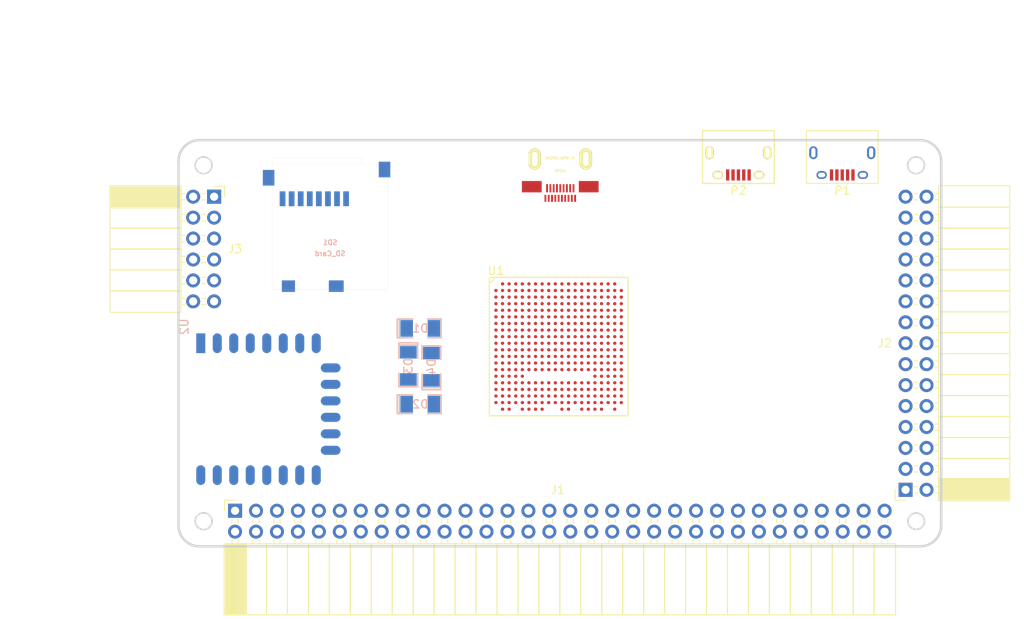
<source format=kicad_pcb>
(kicad_pcb (version 4) (host pcbnew 4.0.6)

  (general
    (links 198)
    (no_connects 198)
    (area 67.932001 43.142 192.351334 117.925001)
    (thickness 1.6)
    (drawings 20)
    (tracks 0)
    (zones 0)
    (modules 13)
    (nets 155)
  )

  (page A4)
  (layers
    (0 F.Cu signal)
    (1 In1.Cu signal)
    (2 In2.Cu signal)
    (31 B.Cu signal)
    (32 B.Adhes user)
    (33 F.Adhes user)
    (34 B.Paste user)
    (35 F.Paste user)
    (36 B.SilkS user)
    (37 F.SilkS user)
    (38 B.Mask user)
    (39 F.Mask user)
    (40 Dwgs.User user)
    (41 Cmts.User user)
    (42 Eco1.User user)
    (43 Eco2.User user)
    (44 Edge.Cuts user)
    (45 Margin user)
    (46 B.CrtYd user)
    (47 F.CrtYd user)
    (48 B.Fab user)
    (49 F.Fab user)
  )

  (setup
    (last_trace_width 0.25)
    (trace_clearance 0.2)
    (zone_clearance 0.508)
    (zone_45_only no)
    (trace_min 0.2)
    (segment_width 0.2)
    (edge_width 0.3)
    (via_size 0.6)
    (via_drill 0.4)
    (via_min_size 0.4)
    (via_min_drill 0.3)
    (uvia_size 0.3)
    (uvia_drill 0.1)
    (uvias_allowed yes)
    (uvia_min_size 0.2)
    (uvia_min_drill 0.1)
    (pcb_text_width 0.3)
    (pcb_text_size 1.5 1.5)
    (mod_edge_width 0.15)
    (mod_text_size 1 1)
    (mod_text_width 0.15)
    (pad_size 1.524 1.524)
    (pad_drill 0.762)
    (pad_to_mask_clearance 0.2)
    (aux_axis_origin 82.67 62.69)
    (grid_origin 86.48 79.2)
    (visible_elements 7FFFF7FF)
    (pcbplotparams
      (layerselection 0x00030_80000001)
      (usegerberextensions false)
      (excludeedgelayer true)
      (linewidth 0.100000)
      (plotframeref false)
      (viasonmask false)
      (mode 1)
      (useauxorigin false)
      (hpglpennumber 1)
      (hpglpenspeed 20)
      (hpglpendiameter 15)
      (hpglpenoverlay 2)
      (psnegative false)
      (psa4output false)
      (plotreference true)
      (plotvalue true)
      (plotinvisibletext false)
      (padsonsilk false)
      (subtractmaskfromsilk false)
      (outputformat 1)
      (mirror false)
      (drillshape 1)
      (scaleselection 1)
      (outputdirectory ""))
  )

  (net 0 "")
  (net 1 GND)
  (net 2 VCC)
  (net 3 /TDI)
  (net 4 /TCK)
  (net 5 /TMS)
  (net 6 /TDO)
  (net 7 "Net-(P1-Pad6)")
  (net 8 "Net-(P2-Pad6)")
  (net 9 +5V)
  (net 10 /USB5V)
  (net 11 "Net-(D4-Pad1)")
  (net 12 /gpio/IN5V)
  (net 13 /gpio/OUT5V)
  (net 14 /gpio/P5)
  (net 15 /gpio/P6)
  (net 16 /gpio/P7)
  (net 17 /gpio/P8)
  (net 18 /gpio/P11)
  (net 19 /gpio/P12)
  (net 20 /gpio/P13)
  (net 21 /gpio/P14)
  (net 22 /gpio/P17)
  (net 23 /gpio/P18)
  (net 24 /gpio/P19)
  (net 25 /gpio/P20)
  (net 26 /gpio/P21)
  (net 27 /gpio/P22)
  (net 28 /gpio/P23)
  (net 29 /gpio/P24)
  (net 30 /gpio/P25)
  (net 31 /gpio/P26)
  (net 32 /gpio/P27)
  (net 33 /gpio/P28)
  (net 34 /gpio/P29)
  (net 35 /gpio/P30)
  (net 36 /SD_3)
  (net 37 /MTMS)
  (net 38 /MTCK)
  (net 39 /MTDO)
  (net 40 /MTDI)
  (net 41 /gpio/P9)
  (net 42 /gpio/P10)
  (net 43 "Net-(GPDI1-PadSHD)")
  (net 44 /gpio/USB5V)
  (net 45 "Net-(GPDI1-Pad1)")
  (net 46 "Net-(GPDI1-Pad3)")
  (net 47 "Net-(GPDI1-Pad5)")
  (net 48 "Net-(GPDI1-Pad7)")
  (net 49 "Net-(GPDI1-Pad9)")
  (net 50 "Net-(GPDI1-Pad11)")
  (net 51 "Net-(GPDI1-Pad13)")
  (net 52 "Net-(GPDI1-Pad15)")
  (net 53 "Net-(GPDI1-Pad17)")
  (net 54 "Net-(GPDI1-Pad19)")
  (net 55 "Net-(GPDI1-Pad2)")
  (net 56 "Net-(GPDI1-Pad4)")
  (net 57 "Net-(GPDI1-Pad6)")
  (net 58 "Net-(GPDI1-Pad8)")
  (net 59 "Net-(GPDI1-Pad10)")
  (net 60 "Net-(GPDI1-Pad12)")
  (net 61 "Net-(GPDI1-Pad14)")
  (net 62 "Net-(GPDI1-Pad16)")
  (net 63 "Net-(GPDI1-Pad18)")
  (net 64 /gpio/P15)
  (net 65 /gpio/P16)
  (net 66 /gpio/P31)
  (net 67 /gpio/P32)
  (net 68 /gpio/P33)
  (net 69 /gpio/P34)
  (net 70 /gpio/P35)
  (net 71 /gpio/P36)
  (net 72 /gpio/P37)
  (net 73 /gpio/P38)
  (net 74 "Net-(J1-Pad41)")
  (net 75 "Net-(J1-Pad42)")
  (net 76 "Net-(J1-Pad43)")
  (net 77 "Net-(J1-Pad44)")
  (net 78 "Net-(J1-Pad45)")
  (net 79 "Net-(J1-Pad46)")
  (net 80 "Net-(J1-Pad47)")
  (net 81 "Net-(J1-Pad48)")
  (net 82 "Net-(J1-Pad49)")
  (net 83 "Net-(J1-Pad50)")
  (net 84 "Net-(J1-Pad51)")
  (net 85 "Net-(J1-Pad52)")
  (net 86 "Net-(J1-Pad53)")
  (net 87 "Net-(J1-Pad54)")
  (net 88 "Net-(J1-Pad55)")
  (net 89 "Net-(J1-Pad56)")
  (net 90 "Net-(J1-Pad57)")
  (net 91 "Net-(J1-Pad58)")
  (net 92 "Net-(J1-Pad59)")
  (net 93 "Net-(J1-Pad60)")
  (net 94 "Net-(J1-Pad61)")
  (net 95 "Net-(J1-Pad62)")
  (net 96 "Net-(J1-Pad63)")
  (net 97 "Net-(J1-Pad64)")
  (net 98 /gpio/PMODA1)
  (net 99 /gpio/PMODA2)
  (net 100 /gpio/PMODA3)
  (net 101 /gpio/PMODA4)
  (net 102 /gpio/PMODA5)
  (net 103 /gpio/PMODA6)
  (net 104 /gpio/PMODA7)
  (net 105 /gpio/PMODA8)
  (net 106 /gpio/MP1)
  (net 107 /gpio/MP2)
  (net 108 /gpio/MP3)
  (net 109 /gpio/MP4)
  (net 110 /gpio/MP5)
  (net 111 /gpio/MP6)
  (net 112 /gpio/PMODB1)
  (net 113 /gpio/PMODB2)
  (net 114 /gpio/PMODB3)
  (net 115 /gpio/PMODB4)
  (net 116 /gpio/PMODB5)
  (net 117 /gpio/PMODB6)
  (net 118 /gpio/PMODB7)
  (net 119 /gpio/PMODB8)
  (net 120 "Net-(P1-Pad2)")
  (net 121 "Net-(P1-Pad3)")
  (net 122 "Net-(P1-Pad4)")
  (net 123 "Net-(P1-Pad5)")
  (net 124 "Net-(P2-Pad2)")
  (net 125 "Net-(P2-Pad3)")
  (net 126 "Net-(P2-Pad4)")
  (net 127 "Net-(P2-Pad5)")
  (net 128 "Net-(SD1-Pad3)")
  (net 129 "Net-(SD1-Pad4)")
  (net 130 "Net-(SD1-Pad6)")
  (net 131 /SD_2)
  (net 132 "Net-(U2-Pad1)")
  (net 133 "Net-(U2-Pad2)")
  (net 134 "Net-(U2-Pad3)")
  (net 135 "Net-(U2-Pad8)")
  (net 136 "Net-(U2-Pad16)")
  (net 137 "Net-(U2-Pad17)")
  (net 138 "Net-(U2-Pad18)")
  (net 139 "Net-(U2-Pad19)")
  (net 140 "Net-(U2-Pad20)")
  (net 141 "Net-(U2-Pad21)")
  (net 142 "Net-(U2-Pad22)")
  (net 143 "Net-(J3-Pad1)")
  (net 144 "Net-(J3-Pad2)")
  (net 145 "Net-(J3-Pad3)")
  (net 146 "Net-(J3-Pad4)")
  (net 147 "Net-(J3-Pad5)")
  (net 148 "Net-(J3-Pad6)")
  (net 149 "Net-(J3-Pad7)")
  (net 150 "Net-(J3-Pad8)")
  (net 151 "Net-(J3-Pad9)")
  (net 152 "Net-(J3-Pad10)")
  (net 153 "Net-(J3-Pad11)")
  (net 154 "Net-(J3-Pad12)")

  (net_class Default "This is the default net class."
    (clearance 0.2)
    (trace_width 0.25)
    (via_dia 0.6)
    (via_drill 0.4)
    (uvia_dia 0.3)
    (uvia_drill 0.1)
    (add_net +5V)
    (add_net /MTCK)
    (add_net /MTDI)
    (add_net /MTDO)
    (add_net /MTMS)
    (add_net /SD_2)
    (add_net /SD_3)
    (add_net /TCK)
    (add_net /TDI)
    (add_net /TDO)
    (add_net /TMS)
    (add_net /USB5V)
    (add_net /gpio/IN5V)
    (add_net /gpio/MP1)
    (add_net /gpio/MP2)
    (add_net /gpio/MP3)
    (add_net /gpio/MP4)
    (add_net /gpio/MP5)
    (add_net /gpio/MP6)
    (add_net /gpio/OUT5V)
    (add_net /gpio/P10)
    (add_net /gpio/P11)
    (add_net /gpio/P12)
    (add_net /gpio/P13)
    (add_net /gpio/P14)
    (add_net /gpio/P15)
    (add_net /gpio/P16)
    (add_net /gpio/P17)
    (add_net /gpio/P18)
    (add_net /gpio/P19)
    (add_net /gpio/P20)
    (add_net /gpio/P21)
    (add_net /gpio/P22)
    (add_net /gpio/P23)
    (add_net /gpio/P24)
    (add_net /gpio/P25)
    (add_net /gpio/P26)
    (add_net /gpio/P27)
    (add_net /gpio/P28)
    (add_net /gpio/P29)
    (add_net /gpio/P30)
    (add_net /gpio/P31)
    (add_net /gpio/P32)
    (add_net /gpio/P33)
    (add_net /gpio/P34)
    (add_net /gpio/P35)
    (add_net /gpio/P36)
    (add_net /gpio/P37)
    (add_net /gpio/P38)
    (add_net /gpio/P5)
    (add_net /gpio/P6)
    (add_net /gpio/P7)
    (add_net /gpio/P8)
    (add_net /gpio/P9)
    (add_net /gpio/PMODA1)
    (add_net /gpio/PMODA2)
    (add_net /gpio/PMODA3)
    (add_net /gpio/PMODA4)
    (add_net /gpio/PMODA5)
    (add_net /gpio/PMODA6)
    (add_net /gpio/PMODA7)
    (add_net /gpio/PMODA8)
    (add_net /gpio/PMODB1)
    (add_net /gpio/PMODB2)
    (add_net /gpio/PMODB3)
    (add_net /gpio/PMODB4)
    (add_net /gpio/PMODB5)
    (add_net /gpio/PMODB6)
    (add_net /gpio/PMODB7)
    (add_net /gpio/PMODB8)
    (add_net /gpio/USB5V)
    (add_net "Net-(D4-Pad1)")
    (add_net "Net-(GPDI1-Pad1)")
    (add_net "Net-(GPDI1-Pad10)")
    (add_net "Net-(GPDI1-Pad11)")
    (add_net "Net-(GPDI1-Pad12)")
    (add_net "Net-(GPDI1-Pad13)")
    (add_net "Net-(GPDI1-Pad14)")
    (add_net "Net-(GPDI1-Pad15)")
    (add_net "Net-(GPDI1-Pad16)")
    (add_net "Net-(GPDI1-Pad17)")
    (add_net "Net-(GPDI1-Pad18)")
    (add_net "Net-(GPDI1-Pad19)")
    (add_net "Net-(GPDI1-Pad2)")
    (add_net "Net-(GPDI1-Pad3)")
    (add_net "Net-(GPDI1-Pad4)")
    (add_net "Net-(GPDI1-Pad5)")
    (add_net "Net-(GPDI1-Pad6)")
    (add_net "Net-(GPDI1-Pad7)")
    (add_net "Net-(GPDI1-Pad8)")
    (add_net "Net-(GPDI1-Pad9)")
    (add_net "Net-(GPDI1-PadSHD)")
    (add_net "Net-(J1-Pad41)")
    (add_net "Net-(J1-Pad42)")
    (add_net "Net-(J1-Pad43)")
    (add_net "Net-(J1-Pad44)")
    (add_net "Net-(J1-Pad45)")
    (add_net "Net-(J1-Pad46)")
    (add_net "Net-(J1-Pad47)")
    (add_net "Net-(J1-Pad48)")
    (add_net "Net-(J1-Pad49)")
    (add_net "Net-(J1-Pad50)")
    (add_net "Net-(J1-Pad51)")
    (add_net "Net-(J1-Pad52)")
    (add_net "Net-(J1-Pad53)")
    (add_net "Net-(J1-Pad54)")
    (add_net "Net-(J1-Pad55)")
    (add_net "Net-(J1-Pad56)")
    (add_net "Net-(J1-Pad57)")
    (add_net "Net-(J1-Pad58)")
    (add_net "Net-(J1-Pad59)")
    (add_net "Net-(J1-Pad60)")
    (add_net "Net-(J1-Pad61)")
    (add_net "Net-(J1-Pad62)")
    (add_net "Net-(J1-Pad63)")
    (add_net "Net-(J1-Pad64)")
    (add_net "Net-(J3-Pad1)")
    (add_net "Net-(J3-Pad10)")
    (add_net "Net-(J3-Pad11)")
    (add_net "Net-(J3-Pad12)")
    (add_net "Net-(J3-Pad2)")
    (add_net "Net-(J3-Pad3)")
    (add_net "Net-(J3-Pad4)")
    (add_net "Net-(J3-Pad5)")
    (add_net "Net-(J3-Pad6)")
    (add_net "Net-(J3-Pad7)")
    (add_net "Net-(J3-Pad8)")
    (add_net "Net-(J3-Pad9)")
    (add_net "Net-(P1-Pad2)")
    (add_net "Net-(P1-Pad3)")
    (add_net "Net-(P1-Pad4)")
    (add_net "Net-(P1-Pad5)")
    (add_net "Net-(P1-Pad6)")
    (add_net "Net-(P2-Pad2)")
    (add_net "Net-(P2-Pad3)")
    (add_net "Net-(P2-Pad4)")
    (add_net "Net-(P2-Pad5)")
    (add_net "Net-(P2-Pad6)")
    (add_net "Net-(SD1-Pad3)")
    (add_net "Net-(SD1-Pad4)")
    (add_net "Net-(SD1-Pad6)")
    (add_net "Net-(U2-Pad1)")
    (add_net "Net-(U2-Pad16)")
    (add_net "Net-(U2-Pad17)")
    (add_net "Net-(U2-Pad18)")
    (add_net "Net-(U2-Pad19)")
    (add_net "Net-(U2-Pad2)")
    (add_net "Net-(U2-Pad20)")
    (add_net "Net-(U2-Pad21)")
    (add_net "Net-(U2-Pad22)")
    (add_net "Net-(U2-Pad3)")
    (add_net "Net-(U2-Pad8)")
    (add_net VCC)
  )

  (net_class BGA ""
    (clearance 0.1)
    (trace_width 0.2)
    (via_dia 0.6)
    (via_drill 0.4)
    (uvia_dia 0.3)
    (uvia_drill 0.1)
    (add_net GND)
  )

  (module Connectors:USB_Micro-B (layer F.Cu) (tedit 5543E447) (tstamp 56A9630A)
    (at 170.244 62.516 180)
    (descr "Micro USB Type B Receptacle")
    (tags "USB USB_B USB_micro USB_OTG")
    (path /56ACC213)
    (attr smd)
    (fp_text reference P1 (at 0 -3.24 180) (layer F.SilkS)
      (effects (font (size 1 1) (thickness 0.15)))
    )
    (fp_text value USB_FTDI (at 0 5.01 180) (layer F.Fab)
      (effects (font (size 1 1) (thickness 0.15)))
    )
    (fp_line (start -4.6 -2.59) (end 4.6 -2.59) (layer F.CrtYd) (width 0.05))
    (fp_line (start 4.6 -2.59) (end 4.6 4.26) (layer F.CrtYd) (width 0.05))
    (fp_line (start 4.6 4.26) (end -4.6 4.26) (layer F.CrtYd) (width 0.05))
    (fp_line (start -4.6 4.26) (end -4.6 -2.59) (layer F.CrtYd) (width 0.05))
    (fp_line (start -4.35 4.03) (end 4.35 4.03) (layer F.SilkS) (width 0.12))
    (fp_line (start -4.35 -2.38) (end 4.35 -2.38) (layer F.SilkS) (width 0.12))
    (fp_line (start 4.35 -2.38) (end 4.35 4.03) (layer F.SilkS) (width 0.12))
    (fp_line (start 4.35 2.8) (end -4.35 2.8) (layer F.SilkS) (width 0.12))
    (fp_line (start -4.35 4.03) (end -4.35 -2.38) (layer F.SilkS) (width 0.12))
    (pad 1 smd rect (at -1.3 -1.35 270) (size 1.35 0.4) (layers F.Cu F.Paste F.Mask)
      (net 10 /USB5V))
    (pad 2 smd rect (at -0.65 -1.35 270) (size 1.35 0.4) (layers F.Cu F.Paste F.Mask)
      (net 120 "Net-(P1-Pad2)"))
    (pad 3 smd rect (at 0 -1.35 270) (size 1.35 0.4) (layers F.Cu F.Paste F.Mask)
      (net 121 "Net-(P1-Pad3)"))
    (pad 4 smd rect (at 0.65 -1.35 270) (size 1.35 0.4) (layers F.Cu F.Paste F.Mask)
      (net 122 "Net-(P1-Pad4)"))
    (pad 5 smd rect (at 1.3 -1.35 270) (size 1.35 0.4) (layers F.Cu F.Paste F.Mask)
      (net 123 "Net-(P1-Pad5)"))
    (pad 6 thru_hole oval (at -2.5 -1.35 270) (size 0.95 1.25) (drill oval 0.55 0.85) (layers *.Cu *.Mask)
      (net 7 "Net-(P1-Pad6)"))
    (pad 6 thru_hole oval (at 2.5 -1.35 270) (size 0.95 1.25) (drill oval 0.55 0.85) (layers *.Cu *.Mask)
      (net 7 "Net-(P1-Pad6)"))
    (pad 6 thru_hole oval (at -3.5 1.35 270) (size 1.55 1) (drill oval 1.15 0.5) (layers *.Cu *.Mask)
      (net 7 "Net-(P1-Pad6)"))
    (pad 6 thru_hole oval (at 3.5 1.35 270) (size 1.55 1) (drill oval 1.15 0.5) (layers *.Cu *.Mask)
      (net 7 "Net-(P1-Pad6)"))
  )

  (module Connect:USB_Micro-B (layer F.Cu) (tedit 5543E447) (tstamp 56A96317)
    (at 157.6551 62.30346 180)
    (descr "Micro USB Type B Receptacle")
    (tags "USB USB_B USB_micro USB_OTG")
    (path /56ACC38E)
    (attr smd)
    (fp_text reference P2 (at 0 -3.45 180) (layer F.SilkS)
      (effects (font (size 1 1) (thickness 0.15)))
    )
    (fp_text value USB_FPGA (at 0 4.8 180) (layer F.Fab)
      (effects (font (size 1 1) (thickness 0.15)))
    )
    (fp_line (start -4.6 -2.8) (end 4.6 -2.8) (layer F.CrtYd) (width 0.05))
    (fp_line (start 4.6 -2.8) (end 4.6 4.05) (layer F.CrtYd) (width 0.05))
    (fp_line (start 4.6 4.05) (end -4.6 4.05) (layer F.CrtYd) (width 0.05))
    (fp_line (start -4.6 4.05) (end -4.6 -2.8) (layer F.CrtYd) (width 0.05))
    (fp_line (start -4.3509 3.81746) (end 4.3491 3.81746) (layer F.SilkS) (width 0.15))
    (fp_line (start -4.3509 -2.58754) (end 4.3491 -2.58754) (layer F.SilkS) (width 0.15))
    (fp_line (start 4.3491 -2.58754) (end 4.3491 3.81746) (layer F.SilkS) (width 0.15))
    (fp_line (start 4.3491 2.58746) (end -4.3509 2.58746) (layer F.SilkS) (width 0.15))
    (fp_line (start -4.3509 3.81746) (end -4.3509 -2.58754) (layer F.SilkS) (width 0.15))
    (pad 1 smd rect (at -1.3009 -1.56254 270) (size 1.35 0.4) (layers F.Cu F.Paste F.Mask)
      (net 11 "Net-(D4-Pad1)"))
    (pad 2 smd rect (at -0.6509 -1.56254 270) (size 1.35 0.4) (layers F.Cu F.Paste F.Mask)
      (net 124 "Net-(P2-Pad2)"))
    (pad 3 smd rect (at -0.0009 -1.56254 270) (size 1.35 0.4) (layers F.Cu F.Paste F.Mask)
      (net 125 "Net-(P2-Pad3)"))
    (pad 4 smd rect (at 0.6491 -1.56254 270) (size 1.35 0.4) (layers F.Cu F.Paste F.Mask)
      (net 126 "Net-(P2-Pad4)"))
    (pad 5 smd rect (at 1.2991 -1.56254 270) (size 1.35 0.4) (layers F.Cu F.Paste F.Mask)
      (net 127 "Net-(P2-Pad5)"))
    (pad 6 thru_hole oval (at -2.5009 -1.56254 270) (size 0.95 1.25) (drill oval 0.55 0.85) (layers *.Cu *.Mask F.SilkS)
      (net 8 "Net-(P2-Pad6)"))
    (pad 6 thru_hole oval (at 2.4991 -1.56254 270) (size 0.95 1.25) (drill oval 0.55 0.85) (layers *.Cu *.Mask F.SilkS)
      (net 8 "Net-(P2-Pad6)"))
    (pad 6 thru_hole oval (at -3.5009 1.13746 270) (size 1.55 1) (drill oval 1.15 0.5) (layers *.Cu *.Mask F.SilkS)
      (net 8 "Net-(P2-Pad6)"))
    (pad 6 thru_hole oval (at 3.4991 1.13746 270) (size 1.55 1) (drill oval 1.15 0.5) (layers *.Cu *.Mask F.SilkS)
      (net 8 "Net-(P2-Pad6)"))
  )

  (module Socket_Strips:Socket_Strip_Angled_2x15_Pitch2.54mm (layer F.Cu) (tedit 58CD5449) (tstamp 58D3A9BD)
    (at 177.92 102.06 180)
    (descr "Through hole angled socket strip, 2x15, 2.54mm pitch, 8.51mm socket length, double rows")
    (tags "Through hole angled socket strip THT 2x15 2.54mm double row")
    (path /56AC389C/58D3A6D6)
    (fp_text reference J2 (at 2.54 17.78 180) (layer F.SilkS)
      (effects (font (size 1 1) (thickness 0.15)))
    )
    (fp_text value CONN_02X15 (at -9.398 -4.318 180) (layer F.Fab)
      (effects (font (size 1 1) (thickness 0.15)))
    )
    (fp_line (start -4.06 -1.27) (end -4.06 1.27) (layer F.Fab) (width 0.1))
    (fp_line (start -4.06 1.27) (end -12.57 1.27) (layer F.Fab) (width 0.1))
    (fp_line (start -12.57 1.27) (end -12.57 -1.27) (layer F.Fab) (width 0.1))
    (fp_line (start -12.57 -1.27) (end -4.06 -1.27) (layer F.Fab) (width 0.1))
    (fp_line (start 0 -0.32) (end 0 0.32) (layer F.Fab) (width 0.1))
    (fp_line (start 0 0.32) (end -4.06 0.32) (layer F.Fab) (width 0.1))
    (fp_line (start -4.06 0.32) (end -4.06 -0.32) (layer F.Fab) (width 0.1))
    (fp_line (start -4.06 -0.32) (end 0 -0.32) (layer F.Fab) (width 0.1))
    (fp_line (start -4.06 1.27) (end -4.06 3.81) (layer F.Fab) (width 0.1))
    (fp_line (start -4.06 3.81) (end -12.57 3.81) (layer F.Fab) (width 0.1))
    (fp_line (start -12.57 3.81) (end -12.57 1.27) (layer F.Fab) (width 0.1))
    (fp_line (start -12.57 1.27) (end -4.06 1.27) (layer F.Fab) (width 0.1))
    (fp_line (start 0 2.22) (end 0 2.86) (layer F.Fab) (width 0.1))
    (fp_line (start 0 2.86) (end -4.06 2.86) (layer F.Fab) (width 0.1))
    (fp_line (start -4.06 2.86) (end -4.06 2.22) (layer F.Fab) (width 0.1))
    (fp_line (start -4.06 2.22) (end 0 2.22) (layer F.Fab) (width 0.1))
    (fp_line (start -4.06 3.81) (end -4.06 6.35) (layer F.Fab) (width 0.1))
    (fp_line (start -4.06 6.35) (end -12.57 6.35) (layer F.Fab) (width 0.1))
    (fp_line (start -12.57 6.35) (end -12.57 3.81) (layer F.Fab) (width 0.1))
    (fp_line (start -12.57 3.81) (end -4.06 3.81) (layer F.Fab) (width 0.1))
    (fp_line (start 0 4.76) (end 0 5.4) (layer F.Fab) (width 0.1))
    (fp_line (start 0 5.4) (end -4.06 5.4) (layer F.Fab) (width 0.1))
    (fp_line (start -4.06 5.4) (end -4.06 4.76) (layer F.Fab) (width 0.1))
    (fp_line (start -4.06 4.76) (end 0 4.76) (layer F.Fab) (width 0.1))
    (fp_line (start -4.06 6.35) (end -4.06 8.89) (layer F.Fab) (width 0.1))
    (fp_line (start -4.06 8.89) (end -12.57 8.89) (layer F.Fab) (width 0.1))
    (fp_line (start -12.57 8.89) (end -12.57 6.35) (layer F.Fab) (width 0.1))
    (fp_line (start -12.57 6.35) (end -4.06 6.35) (layer F.Fab) (width 0.1))
    (fp_line (start 0 7.3) (end 0 7.94) (layer F.Fab) (width 0.1))
    (fp_line (start 0 7.94) (end -4.06 7.94) (layer F.Fab) (width 0.1))
    (fp_line (start -4.06 7.94) (end -4.06 7.3) (layer F.Fab) (width 0.1))
    (fp_line (start -4.06 7.3) (end 0 7.3) (layer F.Fab) (width 0.1))
    (fp_line (start -4.06 8.89) (end -4.06 11.43) (layer F.Fab) (width 0.1))
    (fp_line (start -4.06 11.43) (end -12.57 11.43) (layer F.Fab) (width 0.1))
    (fp_line (start -12.57 11.43) (end -12.57 8.89) (layer F.Fab) (width 0.1))
    (fp_line (start -12.57 8.89) (end -4.06 8.89) (layer F.Fab) (width 0.1))
    (fp_line (start 0 9.84) (end 0 10.48) (layer F.Fab) (width 0.1))
    (fp_line (start 0 10.48) (end -4.06 10.48) (layer F.Fab) (width 0.1))
    (fp_line (start -4.06 10.48) (end -4.06 9.84) (layer F.Fab) (width 0.1))
    (fp_line (start -4.06 9.84) (end 0 9.84) (layer F.Fab) (width 0.1))
    (fp_line (start -4.06 11.43) (end -4.06 13.97) (layer F.Fab) (width 0.1))
    (fp_line (start -4.06 13.97) (end -12.57 13.97) (layer F.Fab) (width 0.1))
    (fp_line (start -12.57 13.97) (end -12.57 11.43) (layer F.Fab) (width 0.1))
    (fp_line (start -12.57 11.43) (end -4.06 11.43) (layer F.Fab) (width 0.1))
    (fp_line (start 0 12.38) (end 0 13.02) (layer F.Fab) (width 0.1))
    (fp_line (start 0 13.02) (end -4.06 13.02) (layer F.Fab) (width 0.1))
    (fp_line (start -4.06 13.02) (end -4.06 12.38) (layer F.Fab) (width 0.1))
    (fp_line (start -4.06 12.38) (end 0 12.38) (layer F.Fab) (width 0.1))
    (fp_line (start -4.06 13.97) (end -4.06 16.51) (layer F.Fab) (width 0.1))
    (fp_line (start -4.06 16.51) (end -12.57 16.51) (layer F.Fab) (width 0.1))
    (fp_line (start -12.57 16.51) (end -12.57 13.97) (layer F.Fab) (width 0.1))
    (fp_line (start -12.57 13.97) (end -4.06 13.97) (layer F.Fab) (width 0.1))
    (fp_line (start 0 14.92) (end 0 15.56) (layer F.Fab) (width 0.1))
    (fp_line (start 0 15.56) (end -4.06 15.56) (layer F.Fab) (width 0.1))
    (fp_line (start -4.06 15.56) (end -4.06 14.92) (layer F.Fab) (width 0.1))
    (fp_line (start -4.06 14.92) (end 0 14.92) (layer F.Fab) (width 0.1))
    (fp_line (start -4.06 16.51) (end -4.06 19.05) (layer F.Fab) (width 0.1))
    (fp_line (start -4.06 19.05) (end -12.57 19.05) (layer F.Fab) (width 0.1))
    (fp_line (start -12.57 19.05) (end -12.57 16.51) (layer F.Fab) (width 0.1))
    (fp_line (start -12.57 16.51) (end -4.06 16.51) (layer F.Fab) (width 0.1))
    (fp_line (start 0 17.46) (end 0 18.1) (layer F.Fab) (width 0.1))
    (fp_line (start 0 18.1) (end -4.06 18.1) (layer F.Fab) (width 0.1))
    (fp_line (start -4.06 18.1) (end -4.06 17.46) (layer F.Fab) (width 0.1))
    (fp_line (start -4.06 17.46) (end 0 17.46) (layer F.Fab) (width 0.1))
    (fp_line (start -4.06 19.05) (end -4.06 21.59) (layer F.Fab) (width 0.1))
    (fp_line (start -4.06 21.59) (end -12.57 21.59) (layer F.Fab) (width 0.1))
    (fp_line (start -12.57 21.59) (end -12.57 19.05) (layer F.Fab) (width 0.1))
    (fp_line (start -12.57 19.05) (end -4.06 19.05) (layer F.Fab) (width 0.1))
    (fp_line (start 0 20) (end 0 20.64) (layer F.Fab) (width 0.1))
    (fp_line (start 0 20.64) (end -4.06 20.64) (layer F.Fab) (width 0.1))
    (fp_line (start -4.06 20.64) (end -4.06 20) (layer F.Fab) (width 0.1))
    (fp_line (start -4.06 20) (end 0 20) (layer F.Fab) (width 0.1))
    (fp_line (start -4.06 21.59) (end -4.06 24.13) (layer F.Fab) (width 0.1))
    (fp_line (start -4.06 24.13) (end -12.57 24.13) (layer F.Fab) (width 0.1))
    (fp_line (start -12.57 24.13) (end -12.57 21.59) (layer F.Fab) (width 0.1))
    (fp_line (start -12.57 21.59) (end -4.06 21.59) (layer F.Fab) (width 0.1))
    (fp_line (start 0 22.54) (end 0 23.18) (layer F.Fab) (width 0.1))
    (fp_line (start 0 23.18) (end -4.06 23.18) (layer F.Fab) (width 0.1))
    (fp_line (start -4.06 23.18) (end -4.06 22.54) (layer F.Fab) (width 0.1))
    (fp_line (start -4.06 22.54) (end 0 22.54) (layer F.Fab) (width 0.1))
    (fp_line (start -4.06 24.13) (end -4.06 26.67) (layer F.Fab) (width 0.1))
    (fp_line (start -4.06 26.67) (end -12.57 26.67) (layer F.Fab) (width 0.1))
    (fp_line (start -12.57 26.67) (end -12.57 24.13) (layer F.Fab) (width 0.1))
    (fp_line (start -12.57 24.13) (end -4.06 24.13) (layer F.Fab) (width 0.1))
    (fp_line (start 0 25.08) (end 0 25.72) (layer F.Fab) (width 0.1))
    (fp_line (start 0 25.72) (end -4.06 25.72) (layer F.Fab) (width 0.1))
    (fp_line (start -4.06 25.72) (end -4.06 25.08) (layer F.Fab) (width 0.1))
    (fp_line (start -4.06 25.08) (end 0 25.08) (layer F.Fab) (width 0.1))
    (fp_line (start -4.06 26.67) (end -4.06 29.21) (layer F.Fab) (width 0.1))
    (fp_line (start -4.06 29.21) (end -12.57 29.21) (layer F.Fab) (width 0.1))
    (fp_line (start -12.57 29.21) (end -12.57 26.67) (layer F.Fab) (width 0.1))
    (fp_line (start -12.57 26.67) (end -4.06 26.67) (layer F.Fab) (width 0.1))
    (fp_line (start 0 27.62) (end 0 28.26) (layer F.Fab) (width 0.1))
    (fp_line (start 0 28.26) (end -4.06 28.26) (layer F.Fab) (width 0.1))
    (fp_line (start -4.06 28.26) (end -4.06 27.62) (layer F.Fab) (width 0.1))
    (fp_line (start -4.06 27.62) (end 0 27.62) (layer F.Fab) (width 0.1))
    (fp_line (start -4.06 29.21) (end -4.06 31.75) (layer F.Fab) (width 0.1))
    (fp_line (start -4.06 31.75) (end -12.57 31.75) (layer F.Fab) (width 0.1))
    (fp_line (start -12.57 31.75) (end -12.57 29.21) (layer F.Fab) (width 0.1))
    (fp_line (start -12.57 29.21) (end -4.06 29.21) (layer F.Fab) (width 0.1))
    (fp_line (start 0 30.16) (end 0 30.8) (layer F.Fab) (width 0.1))
    (fp_line (start 0 30.8) (end -4.06 30.8) (layer F.Fab) (width 0.1))
    (fp_line (start -4.06 30.8) (end -4.06 30.16) (layer F.Fab) (width 0.1))
    (fp_line (start -4.06 30.16) (end 0 30.16) (layer F.Fab) (width 0.1))
    (fp_line (start -4.06 31.75) (end -4.06 34.29) (layer F.Fab) (width 0.1))
    (fp_line (start -4.06 34.29) (end -12.57 34.29) (layer F.Fab) (width 0.1))
    (fp_line (start -12.57 34.29) (end -12.57 31.75) (layer F.Fab) (width 0.1))
    (fp_line (start -12.57 31.75) (end -4.06 31.75) (layer F.Fab) (width 0.1))
    (fp_line (start 0 32.7) (end 0 33.34) (layer F.Fab) (width 0.1))
    (fp_line (start 0 33.34) (end -4.06 33.34) (layer F.Fab) (width 0.1))
    (fp_line (start -4.06 33.34) (end -4.06 32.7) (layer F.Fab) (width 0.1))
    (fp_line (start -4.06 32.7) (end 0 32.7) (layer F.Fab) (width 0.1))
    (fp_line (start -4.06 34.29) (end -4.06 36.83) (layer F.Fab) (width 0.1))
    (fp_line (start -4.06 36.83) (end -12.57 36.83) (layer F.Fab) (width 0.1))
    (fp_line (start -12.57 36.83) (end -12.57 34.29) (layer F.Fab) (width 0.1))
    (fp_line (start -12.57 34.29) (end -4.06 34.29) (layer F.Fab) (width 0.1))
    (fp_line (start 0 35.24) (end 0 35.88) (layer F.Fab) (width 0.1))
    (fp_line (start 0 35.88) (end -4.06 35.88) (layer F.Fab) (width 0.1))
    (fp_line (start -4.06 35.88) (end -4.06 35.24) (layer F.Fab) (width 0.1))
    (fp_line (start -4.06 35.24) (end 0 35.24) (layer F.Fab) (width 0.1))
    (fp_line (start -4 -1.33) (end -4 1.27) (layer F.SilkS) (width 0.12))
    (fp_line (start -4 1.27) (end -12.63 1.27) (layer F.SilkS) (width 0.12))
    (fp_line (start -12.63 1.27) (end -12.63 -1.33) (layer F.SilkS) (width 0.12))
    (fp_line (start -12.63 -1.33) (end -4 -1.33) (layer F.SilkS) (width 0.12))
    (fp_line (start -3.57 -0.38) (end -4 -0.38) (layer F.SilkS) (width 0.12))
    (fp_line (start -3.57 0.38) (end -4 0.38) (layer F.SilkS) (width 0.12))
    (fp_line (start -1.03 -0.38) (end -1.51 -0.38) (layer F.SilkS) (width 0.12))
    (fp_line (start -1.03 0.38) (end -1.51 0.38) (layer F.SilkS) (width 0.12))
    (fp_line (start -4 -1.15) (end -12.63 -1.15) (layer F.SilkS) (width 0.12))
    (fp_line (start -4 -1.03) (end -12.63 -1.03) (layer F.SilkS) (width 0.12))
    (fp_line (start -4 -0.91) (end -12.63 -0.91) (layer F.SilkS) (width 0.12))
    (fp_line (start -4 -0.79) (end -12.63 -0.79) (layer F.SilkS) (width 0.12))
    (fp_line (start -4 -0.67) (end -12.63 -0.67) (layer F.SilkS) (width 0.12))
    (fp_line (start -4 -0.55) (end -12.63 -0.55) (layer F.SilkS) (width 0.12))
    (fp_line (start -4 -0.43) (end -12.63 -0.43) (layer F.SilkS) (width 0.12))
    (fp_line (start -4 -0.31) (end -12.63 -0.31) (layer F.SilkS) (width 0.12))
    (fp_line (start -4 -0.19) (end -12.63 -0.19) (layer F.SilkS) (width 0.12))
    (fp_line (start -4 -0.07) (end -12.63 -0.07) (layer F.SilkS) (width 0.12))
    (fp_line (start -4 0.05) (end -12.63 0.05) (layer F.SilkS) (width 0.12))
    (fp_line (start -4 0.17) (end -12.63 0.17) (layer F.SilkS) (width 0.12))
    (fp_line (start -4 0.29) (end -12.63 0.29) (layer F.SilkS) (width 0.12))
    (fp_line (start -4 0.41) (end -12.63 0.41) (layer F.SilkS) (width 0.12))
    (fp_line (start -4 0.53) (end -12.63 0.53) (layer F.SilkS) (width 0.12))
    (fp_line (start -4 0.65) (end -12.63 0.65) (layer F.SilkS) (width 0.12))
    (fp_line (start -4 0.77) (end -12.63 0.77) (layer F.SilkS) (width 0.12))
    (fp_line (start -4 0.89) (end -12.63 0.89) (layer F.SilkS) (width 0.12))
    (fp_line (start -4 1.01) (end -12.63 1.01) (layer F.SilkS) (width 0.12))
    (fp_line (start -4 1.13) (end -12.63 1.13) (layer F.SilkS) (width 0.12))
    (fp_line (start -4 1.25) (end -12.63 1.25) (layer F.SilkS) (width 0.12))
    (fp_line (start -4 1.37) (end -12.63 1.37) (layer F.SilkS) (width 0.12))
    (fp_line (start -4 1.27) (end -4 3.81) (layer F.SilkS) (width 0.12))
    (fp_line (start -4 3.81) (end -12.63 3.81) (layer F.SilkS) (width 0.12))
    (fp_line (start -12.63 3.81) (end -12.63 1.27) (layer F.SilkS) (width 0.12))
    (fp_line (start -12.63 1.27) (end -4 1.27) (layer F.SilkS) (width 0.12))
    (fp_line (start -3.57 2.16) (end -4 2.16) (layer F.SilkS) (width 0.12))
    (fp_line (start -3.57 2.92) (end -4 2.92) (layer F.SilkS) (width 0.12))
    (fp_line (start -1.03 2.16) (end -1.51 2.16) (layer F.SilkS) (width 0.12))
    (fp_line (start -1.03 2.92) (end -1.51 2.92) (layer F.SilkS) (width 0.12))
    (fp_line (start -4 3.81) (end -4 6.35) (layer F.SilkS) (width 0.12))
    (fp_line (start -4 6.35) (end -12.63 6.35) (layer F.SilkS) (width 0.12))
    (fp_line (start -12.63 6.35) (end -12.63 3.81) (layer F.SilkS) (width 0.12))
    (fp_line (start -12.63 3.81) (end -4 3.81) (layer F.SilkS) (width 0.12))
    (fp_line (start -3.57 4.7) (end -4 4.7) (layer F.SilkS) (width 0.12))
    (fp_line (start -3.57 5.46) (end -4 5.46) (layer F.SilkS) (width 0.12))
    (fp_line (start -1.03 4.7) (end -1.51 4.7) (layer F.SilkS) (width 0.12))
    (fp_line (start -1.03 5.46) (end -1.51 5.46) (layer F.SilkS) (width 0.12))
    (fp_line (start -4 6.35) (end -4 8.89) (layer F.SilkS) (width 0.12))
    (fp_line (start -4 8.89) (end -12.63 8.89) (layer F.SilkS) (width 0.12))
    (fp_line (start -12.63 8.89) (end -12.63 6.35) (layer F.SilkS) (width 0.12))
    (fp_line (start -12.63 6.35) (end -4 6.35) (layer F.SilkS) (width 0.12))
    (fp_line (start -3.57 7.24) (end -4 7.24) (layer F.SilkS) (width 0.12))
    (fp_line (start -3.57 8) (end -4 8) (layer F.SilkS) (width 0.12))
    (fp_line (start -1.03 7.24) (end -1.51 7.24) (layer F.SilkS) (width 0.12))
    (fp_line (start -1.03 8) (end -1.51 8) (layer F.SilkS) (width 0.12))
    (fp_line (start -4 8.89) (end -4 11.43) (layer F.SilkS) (width 0.12))
    (fp_line (start -4 11.43) (end -12.63 11.43) (layer F.SilkS) (width 0.12))
    (fp_line (start -12.63 11.43) (end -12.63 8.89) (layer F.SilkS) (width 0.12))
    (fp_line (start -12.63 8.89) (end -4 8.89) (layer F.SilkS) (width 0.12))
    (fp_line (start -3.57 9.78) (end -4 9.78) (layer F.SilkS) (width 0.12))
    (fp_line (start -3.57 10.54) (end -4 10.54) (layer F.SilkS) (width 0.12))
    (fp_line (start -1.03 9.78) (end -1.51 9.78) (layer F.SilkS) (width 0.12))
    (fp_line (start -1.03 10.54) (end -1.51 10.54) (layer F.SilkS) (width 0.12))
    (fp_line (start -4 11.43) (end -4 13.97) (layer F.SilkS) (width 0.12))
    (fp_line (start -4 13.97) (end -12.63 13.97) (layer F.SilkS) (width 0.12))
    (fp_line (start -12.63 13.97) (end -12.63 11.43) (layer F.SilkS) (width 0.12))
    (fp_line (start -12.63 11.43) (end -4 11.43) (layer F.SilkS) (width 0.12))
    (fp_line (start -3.57 12.32) (end -4 12.32) (layer F.SilkS) (width 0.12))
    (fp_line (start -3.57 13.08) (end -4 13.08) (layer F.SilkS) (width 0.12))
    (fp_line (start -1.03 12.32) (end -1.51 12.32) (layer F.SilkS) (width 0.12))
    (fp_line (start -1.03 13.08) (end -1.51 13.08) (layer F.SilkS) (width 0.12))
    (fp_line (start -4 13.97) (end -4 16.51) (layer F.SilkS) (width 0.12))
    (fp_line (start -4 16.51) (end -12.63 16.51) (layer F.SilkS) (width 0.12))
    (fp_line (start -12.63 16.51) (end -12.63 13.97) (layer F.SilkS) (width 0.12))
    (fp_line (start -12.63 13.97) (end -4 13.97) (layer F.SilkS) (width 0.12))
    (fp_line (start -3.57 14.86) (end -4 14.86) (layer F.SilkS) (width 0.12))
    (fp_line (start -3.57 15.62) (end -4 15.62) (layer F.SilkS) (width 0.12))
    (fp_line (start -1.03 14.86) (end -1.51 14.86) (layer F.SilkS) (width 0.12))
    (fp_line (start -1.03 15.62) (end -1.51 15.62) (layer F.SilkS) (width 0.12))
    (fp_line (start -4 16.51) (end -4 19.05) (layer F.SilkS) (width 0.12))
    (fp_line (start -4 19.05) (end -12.63 19.05) (layer F.SilkS) (width 0.12))
    (fp_line (start -12.63 19.05) (end -12.63 16.51) (layer F.SilkS) (width 0.12))
    (fp_line (start -12.63 16.51) (end -4 16.51) (layer F.SilkS) (width 0.12))
    (fp_line (start -3.57 17.4) (end -4 17.4) (layer F.SilkS) (width 0.12))
    (fp_line (start -3.57 18.16) (end -4 18.16) (layer F.SilkS) (width 0.12))
    (fp_line (start -1.03 17.4) (end -1.51 17.4) (layer F.SilkS) (width 0.12))
    (fp_line (start -1.03 18.16) (end -1.51 18.16) (layer F.SilkS) (width 0.12))
    (fp_line (start -4 19.05) (end -4 21.59) (layer F.SilkS) (width 0.12))
    (fp_line (start -4 21.59) (end -12.63 21.59) (layer F.SilkS) (width 0.12))
    (fp_line (start -12.63 21.59) (end -12.63 19.05) (layer F.SilkS) (width 0.12))
    (fp_line (start -12.63 19.05) (end -4 19.05) (layer F.SilkS) (width 0.12))
    (fp_line (start -3.57 19.94) (end -4 19.94) (layer F.SilkS) (width 0.12))
    (fp_line (start -3.57 20.7) (end -4 20.7) (layer F.SilkS) (width 0.12))
    (fp_line (start -1.03 19.94) (end -1.51 19.94) (layer F.SilkS) (width 0.12))
    (fp_line (start -1.03 20.7) (end -1.51 20.7) (layer F.SilkS) (width 0.12))
    (fp_line (start -4 21.59) (end -4 24.13) (layer F.SilkS) (width 0.12))
    (fp_line (start -4 24.13) (end -12.63 24.13) (layer F.SilkS) (width 0.12))
    (fp_line (start -12.63 24.13) (end -12.63 21.59) (layer F.SilkS) (width 0.12))
    (fp_line (start -12.63 21.59) (end -4 21.59) (layer F.SilkS) (width 0.12))
    (fp_line (start -3.57 22.48) (end -4 22.48) (layer F.SilkS) (width 0.12))
    (fp_line (start -3.57 23.24) (end -4 23.24) (layer F.SilkS) (width 0.12))
    (fp_line (start -1.03 22.48) (end -1.51 22.48) (layer F.SilkS) (width 0.12))
    (fp_line (start -1.03 23.24) (end -1.51 23.24) (layer F.SilkS) (width 0.12))
    (fp_line (start -4 24.13) (end -4 26.67) (layer F.SilkS) (width 0.12))
    (fp_line (start -4 26.67) (end -12.63 26.67) (layer F.SilkS) (width 0.12))
    (fp_line (start -12.63 26.67) (end -12.63 24.13) (layer F.SilkS) (width 0.12))
    (fp_line (start -12.63 24.13) (end -4 24.13) (layer F.SilkS) (width 0.12))
    (fp_line (start -3.57 25.02) (end -4 25.02) (layer F.SilkS) (width 0.12))
    (fp_line (start -3.57 25.78) (end -4 25.78) (layer F.SilkS) (width 0.12))
    (fp_line (start -1.03 25.02) (end -1.51 25.02) (layer F.SilkS) (width 0.12))
    (fp_line (start -1.03 25.78) (end -1.51 25.78) (layer F.SilkS) (width 0.12))
    (fp_line (start -4 26.67) (end -4 29.21) (layer F.SilkS) (width 0.12))
    (fp_line (start -4 29.21) (end -12.63 29.21) (layer F.SilkS) (width 0.12))
    (fp_line (start -12.63 29.21) (end -12.63 26.67) (layer F.SilkS) (width 0.12))
    (fp_line (start -12.63 26.67) (end -4 26.67) (layer F.SilkS) (width 0.12))
    (fp_line (start -3.57 27.56) (end -4 27.56) (layer F.SilkS) (width 0.12))
    (fp_line (start -3.57 28.32) (end -4 28.32) (layer F.SilkS) (width 0.12))
    (fp_line (start -1.03 27.56) (end -1.51 27.56) (layer F.SilkS) (width 0.12))
    (fp_line (start -1.03 28.32) (end -1.51 28.32) (layer F.SilkS) (width 0.12))
    (fp_line (start -4 29.21) (end -4 31.75) (layer F.SilkS) (width 0.12))
    (fp_line (start -4 31.75) (end -12.63 31.75) (layer F.SilkS) (width 0.12))
    (fp_line (start -12.63 31.75) (end -12.63 29.21) (layer F.SilkS) (width 0.12))
    (fp_line (start -12.63 29.21) (end -4 29.21) (layer F.SilkS) (width 0.12))
    (fp_line (start -3.57 30.1) (end -4 30.1) (layer F.SilkS) (width 0.12))
    (fp_line (start -3.57 30.86) (end -4 30.86) (layer F.SilkS) (width 0.12))
    (fp_line (start -1.03 30.1) (end -1.51 30.1) (layer F.SilkS) (width 0.12))
    (fp_line (start -1.03 30.86) (end -1.51 30.86) (layer F.SilkS) (width 0.12))
    (fp_line (start -4 31.75) (end -4 34.29) (layer F.SilkS) (width 0.12))
    (fp_line (start -4 34.29) (end -12.63 34.29) (layer F.SilkS) (width 0.12))
    (fp_line (start -12.63 34.29) (end -12.63 31.75) (layer F.SilkS) (width 0.12))
    (fp_line (start -12.63 31.75) (end -4 31.75) (layer F.SilkS) (width 0.12))
    (fp_line (start -3.57 32.64) (end -4 32.64) (layer F.SilkS) (width 0.12))
    (fp_line (start -3.57 33.4) (end -4 33.4) (layer F.SilkS) (width 0.12))
    (fp_line (start -1.03 32.64) (end -1.51 32.64) (layer F.SilkS) (width 0.12))
    (fp_line (start -1.03 33.4) (end -1.51 33.4) (layer F.SilkS) (width 0.12))
    (fp_line (start -4 34.29) (end -4 36.89) (layer F.SilkS) (width 0.12))
    (fp_line (start -4 36.89) (end -12.63 36.89) (layer F.SilkS) (width 0.12))
    (fp_line (start -12.63 36.89) (end -12.63 34.29) (layer F.SilkS) (width 0.12))
    (fp_line (start -12.63 34.29) (end -4 34.29) (layer F.SilkS) (width 0.12))
    (fp_line (start -3.57 35.18) (end -4 35.18) (layer F.SilkS) (width 0.12))
    (fp_line (start -3.57 35.94) (end -4 35.94) (layer F.SilkS) (width 0.12))
    (fp_line (start -1.03 35.18) (end -1.51 35.18) (layer F.SilkS) (width 0.12))
    (fp_line (start -1.03 35.94) (end -1.51 35.94) (layer F.SilkS) (width 0.12))
    (fp_line (start 0 -1.27) (end 1.27 -1.27) (layer F.SilkS) (width 0.12))
    (fp_line (start 1.27 -1.27) (end 1.27 0) (layer F.SilkS) (width 0.12))
    (fp_line (start 1.8 -1.8) (end 1.8 37.35) (layer F.CrtYd) (width 0.05))
    (fp_line (start 1.8 37.35) (end -13.1 37.35) (layer F.CrtYd) (width 0.05))
    (fp_line (start -13.1 37.35) (end -13.1 -1.8) (layer F.CrtYd) (width 0.05))
    (fp_line (start -13.1 -1.8) (end 1.8 -1.8) (layer F.CrtYd) (width 0.05))
    (fp_text user %R (at 2.54 17.78 180) (layer F.Fab)
      (effects (font (size 1 1) (thickness 0.15)))
    )
    (pad 1 thru_hole rect (at 0 0 180) (size 1.7 1.7) (drill 1) (layers *.Cu *.Mask)
      (net 2 VCC))
    (pad 2 thru_hole oval (at -2.54 0 180) (size 1.7 1.7) (drill 1) (layers *.Cu *.Mask)
      (net 2 VCC))
    (pad 3 thru_hole oval (at 0 2.54 180) (size 1.7 1.7) (drill 1) (layers *.Cu *.Mask)
      (net 1 GND))
    (pad 4 thru_hole oval (at -2.54 2.54 180) (size 1.7 1.7) (drill 1) (layers *.Cu *.Mask)
      (net 1 GND))
    (pad 5 thru_hole oval (at 0 5.08 180) (size 1.7 1.7) (drill 1) (layers *.Cu *.Mask)
      (net 98 /gpio/PMODA1))
    (pad 6 thru_hole oval (at -2.54 5.08 180) (size 1.7 1.7) (drill 1) (layers *.Cu *.Mask)
      (net 99 /gpio/PMODA2))
    (pad 7 thru_hole oval (at 0 7.62 180) (size 1.7 1.7) (drill 1) (layers *.Cu *.Mask)
      (net 100 /gpio/PMODA3))
    (pad 8 thru_hole oval (at -2.54 7.62 180) (size 1.7 1.7) (drill 1) (layers *.Cu *.Mask)
      (net 101 /gpio/PMODA4))
    (pad 9 thru_hole oval (at 0 10.16 180) (size 1.7 1.7) (drill 1) (layers *.Cu *.Mask)
      (net 102 /gpio/PMODA5))
    (pad 10 thru_hole oval (at -2.54 10.16 180) (size 1.7 1.7) (drill 1) (layers *.Cu *.Mask)
      (net 103 /gpio/PMODA6))
    (pad 11 thru_hole oval (at 0 12.7 180) (size 1.7 1.7) (drill 1) (layers *.Cu *.Mask)
      (net 104 /gpio/PMODA7))
    (pad 12 thru_hole oval (at -2.54 12.7 180) (size 1.7 1.7) (drill 1) (layers *.Cu *.Mask)
      (net 105 /gpio/PMODA8))
    (pad 13 thru_hole oval (at 0 15.24 180) (size 1.7 1.7) (drill 1) (layers *.Cu *.Mask)
      (net 106 /gpio/MP1))
    (pad 14 thru_hole oval (at -2.54 15.24 180) (size 1.7 1.7) (drill 1) (layers *.Cu *.Mask)
      (net 107 /gpio/MP2))
    (pad 15 thru_hole oval (at 0 17.78 180) (size 1.7 1.7) (drill 1) (layers *.Cu *.Mask)
      (net 108 /gpio/MP3))
    (pad 16 thru_hole oval (at -2.54 17.78 180) (size 1.7 1.7) (drill 1) (layers *.Cu *.Mask)
      (net 109 /gpio/MP4))
    (pad 17 thru_hole oval (at 0 20.32 180) (size 1.7 1.7) (drill 1) (layers *.Cu *.Mask)
      (net 110 /gpio/MP5))
    (pad 18 thru_hole oval (at -2.54 20.32 180) (size 1.7 1.7) (drill 1) (layers *.Cu *.Mask)
      (net 111 /gpio/MP6))
    (pad 19 thru_hole oval (at 0 22.86 180) (size 1.7 1.7) (drill 1) (layers *.Cu *.Mask)
      (net 2 VCC))
    (pad 20 thru_hole oval (at -2.54 22.86 180) (size 1.7 1.7) (drill 1) (layers *.Cu *.Mask)
      (net 2 VCC))
    (pad 21 thru_hole oval (at 0 25.4 180) (size 1.7 1.7) (drill 1) (layers *.Cu *.Mask)
      (net 1 GND))
    (pad 22 thru_hole oval (at -2.54 25.4 180) (size 1.7 1.7) (drill 1) (layers *.Cu *.Mask)
      (net 1 GND))
    (pad 23 thru_hole oval (at 0 27.94 180) (size 1.7 1.7) (drill 1) (layers *.Cu *.Mask)
      (net 112 /gpio/PMODB1))
    (pad 24 thru_hole oval (at -2.54 27.94 180) (size 1.7 1.7) (drill 1) (layers *.Cu *.Mask)
      (net 113 /gpio/PMODB2))
    (pad 25 thru_hole oval (at 0 30.48 180) (size 1.7 1.7) (drill 1) (layers *.Cu *.Mask)
      (net 114 /gpio/PMODB3))
    (pad 26 thru_hole oval (at -2.54 30.48 180) (size 1.7 1.7) (drill 1) (layers *.Cu *.Mask)
      (net 115 /gpio/PMODB4))
    (pad 27 thru_hole oval (at 0 33.02 180) (size 1.7 1.7) (drill 1) (layers *.Cu *.Mask)
      (net 116 /gpio/PMODB5))
    (pad 28 thru_hole oval (at -2.54 33.02 180) (size 1.7 1.7) (drill 1) (layers *.Cu *.Mask)
      (net 117 /gpio/PMODB6))
    (pad 29 thru_hole oval (at 0 35.56 180) (size 1.7 1.7) (drill 1) (layers *.Cu *.Mask)
      (net 118 /gpio/PMODB7))
    (pad 30 thru_hole oval (at -2.54 35.56 180) (size 1.7 1.7) (drill 1) (layers *.Cu *.Mask)
      (net 119 /gpio/PMODB8))
    (model ${KISYS3DMOD}/Socket_Strips.3dshapes/Socket_Strip_Angled_2x15_Pitch2.54mm.wrl
      (at (xyz -0.05 -0.7 0))
      (scale (xyz 1 1 1))
      (rotate (xyz 0 0 270))
    )
  )

  (module Socket_Strips:Socket_Strip_Angled_2x06_Pitch2.54mm (layer F.Cu) (tedit 58CD5449) (tstamp 58D3EF7F)
    (at 94.1 66.5)
    (descr "Through hole angled socket strip, 2x06, 2.54mm pitch, 8.51mm socket length, double rows")
    (tags "Through hole angled socket strip THT 2x06 2.54mm double row")
    (path /58D3C869)
    (fp_text reference J3 (at 2.54 6.35) (layer F.SilkS)
      (effects (font (size 1 1) (thickness 0.15)))
    )
    (fp_text value CONN_02X06 (at -5.65 14.97) (layer F.Fab)
      (effects (font (size 1 1) (thickness 0.15)))
    )
    (fp_line (start -4.06 -1.27) (end -4.06 1.27) (layer F.Fab) (width 0.1))
    (fp_line (start -4.06 1.27) (end -12.57 1.27) (layer F.Fab) (width 0.1))
    (fp_line (start -12.57 1.27) (end -12.57 -1.27) (layer F.Fab) (width 0.1))
    (fp_line (start -12.57 -1.27) (end -4.06 -1.27) (layer F.Fab) (width 0.1))
    (fp_line (start 0 -0.32) (end 0 0.32) (layer F.Fab) (width 0.1))
    (fp_line (start 0 0.32) (end -4.06 0.32) (layer F.Fab) (width 0.1))
    (fp_line (start -4.06 0.32) (end -4.06 -0.32) (layer F.Fab) (width 0.1))
    (fp_line (start -4.06 -0.32) (end 0 -0.32) (layer F.Fab) (width 0.1))
    (fp_line (start -4.06 1.27) (end -4.06 3.81) (layer F.Fab) (width 0.1))
    (fp_line (start -4.06 3.81) (end -12.57 3.81) (layer F.Fab) (width 0.1))
    (fp_line (start -12.57 3.81) (end -12.57 1.27) (layer F.Fab) (width 0.1))
    (fp_line (start -12.57 1.27) (end -4.06 1.27) (layer F.Fab) (width 0.1))
    (fp_line (start 0 2.22) (end 0 2.86) (layer F.Fab) (width 0.1))
    (fp_line (start 0 2.86) (end -4.06 2.86) (layer F.Fab) (width 0.1))
    (fp_line (start -4.06 2.86) (end -4.06 2.22) (layer F.Fab) (width 0.1))
    (fp_line (start -4.06 2.22) (end 0 2.22) (layer F.Fab) (width 0.1))
    (fp_line (start -4.06 3.81) (end -4.06 6.35) (layer F.Fab) (width 0.1))
    (fp_line (start -4.06 6.35) (end -12.57 6.35) (layer F.Fab) (width 0.1))
    (fp_line (start -12.57 6.35) (end -12.57 3.81) (layer F.Fab) (width 0.1))
    (fp_line (start -12.57 3.81) (end -4.06 3.81) (layer F.Fab) (width 0.1))
    (fp_line (start 0 4.76) (end 0 5.4) (layer F.Fab) (width 0.1))
    (fp_line (start 0 5.4) (end -4.06 5.4) (layer F.Fab) (width 0.1))
    (fp_line (start -4.06 5.4) (end -4.06 4.76) (layer F.Fab) (width 0.1))
    (fp_line (start -4.06 4.76) (end 0 4.76) (layer F.Fab) (width 0.1))
    (fp_line (start -4.06 6.35) (end -4.06 8.89) (layer F.Fab) (width 0.1))
    (fp_line (start -4.06 8.89) (end -12.57 8.89) (layer F.Fab) (width 0.1))
    (fp_line (start -12.57 8.89) (end -12.57 6.35) (layer F.Fab) (width 0.1))
    (fp_line (start -12.57 6.35) (end -4.06 6.35) (layer F.Fab) (width 0.1))
    (fp_line (start 0 7.3) (end 0 7.94) (layer F.Fab) (width 0.1))
    (fp_line (start 0 7.94) (end -4.06 7.94) (layer F.Fab) (width 0.1))
    (fp_line (start -4.06 7.94) (end -4.06 7.3) (layer F.Fab) (width 0.1))
    (fp_line (start -4.06 7.3) (end 0 7.3) (layer F.Fab) (width 0.1))
    (fp_line (start -4.06 8.89) (end -4.06 11.43) (layer F.Fab) (width 0.1))
    (fp_line (start -4.06 11.43) (end -12.57 11.43) (layer F.Fab) (width 0.1))
    (fp_line (start -12.57 11.43) (end -12.57 8.89) (layer F.Fab) (width 0.1))
    (fp_line (start -12.57 8.89) (end -4.06 8.89) (layer F.Fab) (width 0.1))
    (fp_line (start 0 9.84) (end 0 10.48) (layer F.Fab) (width 0.1))
    (fp_line (start 0 10.48) (end -4.06 10.48) (layer F.Fab) (width 0.1))
    (fp_line (start -4.06 10.48) (end -4.06 9.84) (layer F.Fab) (width 0.1))
    (fp_line (start -4.06 9.84) (end 0 9.84) (layer F.Fab) (width 0.1))
    (fp_line (start -4.06 11.43) (end -4.06 13.97) (layer F.Fab) (width 0.1))
    (fp_line (start -4.06 13.97) (end -12.57 13.97) (layer F.Fab) (width 0.1))
    (fp_line (start -12.57 13.97) (end -12.57 11.43) (layer F.Fab) (width 0.1))
    (fp_line (start -12.57 11.43) (end -4.06 11.43) (layer F.Fab) (width 0.1))
    (fp_line (start 0 12.38) (end 0 13.02) (layer F.Fab) (width 0.1))
    (fp_line (start 0 13.02) (end -4.06 13.02) (layer F.Fab) (width 0.1))
    (fp_line (start -4.06 13.02) (end -4.06 12.38) (layer F.Fab) (width 0.1))
    (fp_line (start -4.06 12.38) (end 0 12.38) (layer F.Fab) (width 0.1))
    (fp_line (start -4 -1.33) (end -4 1.27) (layer F.SilkS) (width 0.12))
    (fp_line (start -4 1.27) (end -12.63 1.27) (layer F.SilkS) (width 0.12))
    (fp_line (start -12.63 1.27) (end -12.63 -1.33) (layer F.SilkS) (width 0.12))
    (fp_line (start -12.63 -1.33) (end -4 -1.33) (layer F.SilkS) (width 0.12))
    (fp_line (start -3.57 -0.38) (end -4 -0.38) (layer F.SilkS) (width 0.12))
    (fp_line (start -3.57 0.38) (end -4 0.38) (layer F.SilkS) (width 0.12))
    (fp_line (start -1.03 -0.38) (end -1.51 -0.38) (layer F.SilkS) (width 0.12))
    (fp_line (start -1.03 0.38) (end -1.51 0.38) (layer F.SilkS) (width 0.12))
    (fp_line (start -4 -1.15) (end -12.63 -1.15) (layer F.SilkS) (width 0.12))
    (fp_line (start -4 -1.03) (end -12.63 -1.03) (layer F.SilkS) (width 0.12))
    (fp_line (start -4 -0.91) (end -12.63 -0.91) (layer F.SilkS) (width 0.12))
    (fp_line (start -4 -0.79) (end -12.63 -0.79) (layer F.SilkS) (width 0.12))
    (fp_line (start -4 -0.67) (end -12.63 -0.67) (layer F.SilkS) (width 0.12))
    (fp_line (start -4 -0.55) (end -12.63 -0.55) (layer F.SilkS) (width 0.12))
    (fp_line (start -4 -0.43) (end -12.63 -0.43) (layer F.SilkS) (width 0.12))
    (fp_line (start -4 -0.31) (end -12.63 -0.31) (layer F.SilkS) (width 0.12))
    (fp_line (start -4 -0.19) (end -12.63 -0.19) (layer F.SilkS) (width 0.12))
    (fp_line (start -4 -0.07) (end -12.63 -0.07) (layer F.SilkS) (width 0.12))
    (fp_line (start -4 0.05) (end -12.63 0.05) (layer F.SilkS) (width 0.12))
    (fp_line (start -4 0.17) (end -12.63 0.17) (layer F.SilkS) (width 0.12))
    (fp_line (start -4 0.29) (end -12.63 0.29) (layer F.SilkS) (width 0.12))
    (fp_line (start -4 0.41) (end -12.63 0.41) (layer F.SilkS) (width 0.12))
    (fp_line (start -4 0.53) (end -12.63 0.53) (layer F.SilkS) (width 0.12))
    (fp_line (start -4 0.65) (end -12.63 0.65) (layer F.SilkS) (width 0.12))
    (fp_line (start -4 0.77) (end -12.63 0.77) (layer F.SilkS) (width 0.12))
    (fp_line (start -4 0.89) (end -12.63 0.89) (layer F.SilkS) (width 0.12))
    (fp_line (start -4 1.01) (end -12.63 1.01) (layer F.SilkS) (width 0.12))
    (fp_line (start -4 1.13) (end -12.63 1.13) (layer F.SilkS) (width 0.12))
    (fp_line (start -4 1.25) (end -12.63 1.25) (layer F.SilkS) (width 0.12))
    (fp_line (start -4 1.37) (end -12.63 1.37) (layer F.SilkS) (width 0.12))
    (fp_line (start -4 1.27) (end -4 3.81) (layer F.SilkS) (width 0.12))
    (fp_line (start -4 3.81) (end -12.63 3.81) (layer F.SilkS) (width 0.12))
    (fp_line (start -12.63 3.81) (end -12.63 1.27) (layer F.SilkS) (width 0.12))
    (fp_line (start -12.63 1.27) (end -4 1.27) (layer F.SilkS) (width 0.12))
    (fp_line (start -3.57 2.16) (end -4 2.16) (layer F.SilkS) (width 0.12))
    (fp_line (start -3.57 2.92) (end -4 2.92) (layer F.SilkS) (width 0.12))
    (fp_line (start -1.03 2.16) (end -1.51 2.16) (layer F.SilkS) (width 0.12))
    (fp_line (start -1.03 2.92) (end -1.51 2.92) (layer F.SilkS) (width 0.12))
    (fp_line (start -4 3.81) (end -4 6.35) (layer F.SilkS) (width 0.12))
    (fp_line (start -4 6.35) (end -12.63 6.35) (layer F.SilkS) (width 0.12))
    (fp_line (start -12.63 6.35) (end -12.63 3.81) (layer F.SilkS) (width 0.12))
    (fp_line (start -12.63 3.81) (end -4 3.81) (layer F.SilkS) (width 0.12))
    (fp_line (start -3.57 4.7) (end -4 4.7) (layer F.SilkS) (width 0.12))
    (fp_line (start -3.57 5.46) (end -4 5.46) (layer F.SilkS) (width 0.12))
    (fp_line (start -1.03 4.7) (end -1.51 4.7) (layer F.SilkS) (width 0.12))
    (fp_line (start -1.03 5.46) (end -1.51 5.46) (layer F.SilkS) (width 0.12))
    (fp_line (start -4 6.35) (end -4 8.89) (layer F.SilkS) (width 0.12))
    (fp_line (start -4 8.89) (end -12.63 8.89) (layer F.SilkS) (width 0.12))
    (fp_line (start -12.63 8.89) (end -12.63 6.35) (layer F.SilkS) (width 0.12))
    (fp_line (start -12.63 6.35) (end -4 6.35) (layer F.SilkS) (width 0.12))
    (fp_line (start -3.57 7.24) (end -4 7.24) (layer F.SilkS) (width 0.12))
    (fp_line (start -3.57 8) (end -4 8) (layer F.SilkS) (width 0.12))
    (fp_line (start -1.03 7.24) (end -1.51 7.24) (layer F.SilkS) (width 0.12))
    (fp_line (start -1.03 8) (end -1.51 8) (layer F.SilkS) (width 0.12))
    (fp_line (start -4 8.89) (end -4 11.43) (layer F.SilkS) (width 0.12))
    (fp_line (start -4 11.43) (end -12.63 11.43) (layer F.SilkS) (width 0.12))
    (fp_line (start -12.63 11.43) (end -12.63 8.89) (layer F.SilkS) (width 0.12))
    (fp_line (start -12.63 8.89) (end -4 8.89) (layer F.SilkS) (width 0.12))
    (fp_line (start -3.57 9.78) (end -4 9.78) (layer F.SilkS) (width 0.12))
    (fp_line (start -3.57 10.54) (end -4 10.54) (layer F.SilkS) (width 0.12))
    (fp_line (start -1.03 9.78) (end -1.51 9.78) (layer F.SilkS) (width 0.12))
    (fp_line (start -1.03 10.54) (end -1.51 10.54) (layer F.SilkS) (width 0.12))
    (fp_line (start -4 11.43) (end -4 14.03) (layer F.SilkS) (width 0.12))
    (fp_line (start -4 14.03) (end -12.63 14.03) (layer F.SilkS) (width 0.12))
    (fp_line (start -12.63 14.03) (end -12.63 11.43) (layer F.SilkS) (width 0.12))
    (fp_line (start -12.63 11.43) (end -4 11.43) (layer F.SilkS) (width 0.12))
    (fp_line (start -3.57 12.32) (end -4 12.32) (layer F.SilkS) (width 0.12))
    (fp_line (start -3.57 13.08) (end -4 13.08) (layer F.SilkS) (width 0.12))
    (fp_line (start -1.03 12.32) (end -1.51 12.32) (layer F.SilkS) (width 0.12))
    (fp_line (start -1.03 13.08) (end -1.51 13.08) (layer F.SilkS) (width 0.12))
    (fp_line (start 0 -1.27) (end 1.27 -1.27) (layer F.SilkS) (width 0.12))
    (fp_line (start 1.27 -1.27) (end 1.27 0) (layer F.SilkS) (width 0.12))
    (fp_line (start 1.8 -1.8) (end 1.8 14.5) (layer F.CrtYd) (width 0.05))
    (fp_line (start 1.8 14.5) (end -13.1 14.5) (layer F.CrtYd) (width 0.05))
    (fp_line (start -13.1 14.5) (end -13.1 -1.8) (layer F.CrtYd) (width 0.05))
    (fp_line (start -13.1 -1.8) (end 1.8 -1.8) (layer F.CrtYd) (width 0.05))
    (fp_text user %R (at -5.65 -2.27) (layer F.Fab)
      (effects (font (size 1 1) (thickness 0.15)))
    )
    (pad 1 thru_hole rect (at 0 0) (size 1.7 1.7) (drill 1) (layers *.Cu *.Mask)
      (net 143 "Net-(J3-Pad1)"))
    (pad 2 thru_hole oval (at -2.54 0) (size 1.7 1.7) (drill 1) (layers *.Cu *.Mask)
      (net 144 "Net-(J3-Pad2)"))
    (pad 3 thru_hole oval (at 0 2.54) (size 1.7 1.7) (drill 1) (layers *.Cu *.Mask)
      (net 145 "Net-(J3-Pad3)"))
    (pad 4 thru_hole oval (at -2.54 2.54) (size 1.7 1.7) (drill 1) (layers *.Cu *.Mask)
      (net 146 "Net-(J3-Pad4)"))
    (pad 5 thru_hole oval (at 0 5.08) (size 1.7 1.7) (drill 1) (layers *.Cu *.Mask)
      (net 147 "Net-(J3-Pad5)"))
    (pad 6 thru_hole oval (at -2.54 5.08) (size 1.7 1.7) (drill 1) (layers *.Cu *.Mask)
      (net 148 "Net-(J3-Pad6)"))
    (pad 7 thru_hole oval (at 0 7.62) (size 1.7 1.7) (drill 1) (layers *.Cu *.Mask)
      (net 149 "Net-(J3-Pad7)"))
    (pad 8 thru_hole oval (at -2.54 7.62) (size 1.7 1.7) (drill 1) (layers *.Cu *.Mask)
      (net 150 "Net-(J3-Pad8)"))
    (pad 9 thru_hole oval (at 0 10.16) (size 1.7 1.7) (drill 1) (layers *.Cu *.Mask)
      (net 151 "Net-(J3-Pad9)"))
    (pad 10 thru_hole oval (at -2.54 10.16) (size 1.7 1.7) (drill 1) (layers *.Cu *.Mask)
      (net 152 "Net-(J3-Pad10)"))
    (pad 11 thru_hole oval (at 0 12.7) (size 1.7 1.7) (drill 1) (layers *.Cu *.Mask)
      (net 153 "Net-(J3-Pad11)"))
    (pad 12 thru_hole oval (at -2.54 12.7) (size 1.7 1.7) (drill 1) (layers *.Cu *.Mask)
      (net 154 "Net-(J3-Pad12)"))
    (model ${KISYS3DMOD}/Socket_Strips.3dshapes/Socket_Strip_Angled_2x06_Pitch2.54mm.wrl
      (at (xyz -0.05 -0.25 0))
      (scale (xyz 1 1 1))
      (rotate (xyz 0 0 270))
    )
  )

  (module SMD_Packages:SMD-1206_Pol (layer B.Cu) (tedit 0) (tstamp 56AA106E)
    (at 119.093 91.676)
    (path /56AC389C/56AC4846)
    (attr smd)
    (fp_text reference D2 (at 0 0) (layer B.SilkS)
      (effects (font (size 1 1) (thickness 0.15)) (justify mirror))
    )
    (fp_text value 2A (at 0 0) (layer B.Fab)
      (effects (font (size 1 1) (thickness 0.15)) (justify mirror))
    )
    (fp_line (start -2.54 1.143) (end -2.794 1.143) (layer B.SilkS) (width 0.15))
    (fp_line (start -2.794 1.143) (end -2.794 -1.143) (layer B.SilkS) (width 0.15))
    (fp_line (start -2.794 -1.143) (end -2.54 -1.143) (layer B.SilkS) (width 0.15))
    (fp_line (start -2.54 1.143) (end -2.54 -1.143) (layer B.SilkS) (width 0.15))
    (fp_line (start -2.54 -1.143) (end -0.889 -1.143) (layer B.SilkS) (width 0.15))
    (fp_line (start 0.889 1.143) (end 2.54 1.143) (layer B.SilkS) (width 0.15))
    (fp_line (start 2.54 1.143) (end 2.54 -1.143) (layer B.SilkS) (width 0.15))
    (fp_line (start 2.54 -1.143) (end 0.889 -1.143) (layer B.SilkS) (width 0.15))
    (fp_line (start -0.889 1.143) (end -2.54 1.143) (layer B.SilkS) (width 0.15))
    (pad 1 smd rect (at -1.651 0) (size 1.524 2.032) (layers B.Cu B.Paste B.Mask)
      (net 13 /gpio/OUT5V))
    (pad 2 smd rect (at 1.651 0) (size 1.524 2.032) (layers B.Cu B.Paste B.Mask)
      (net 44 /gpio/USB5V))
    (model SMD_Packages.3dshapes/SMD-1206_Pol.wrl
      (at (xyz 0 0 0))
      (scale (xyz 0.17 0.16 0.16))
      (rotate (xyz 0 0 0))
    )
  )

  (module SMD_Packages:SMD-1206_Pol (layer B.Cu) (tedit 0) (tstamp 56AA1068)
    (at 119.093 82.476)
    (path /56AC389C/56AC483B)
    (attr smd)
    (fp_text reference D1 (at 0 0) (layer B.SilkS)
      (effects (font (size 1 1) (thickness 0.15)) (justify mirror))
    )
    (fp_text value 2A (at 0 0) (layer B.Fab)
      (effects (font (size 1 1) (thickness 0.15)) (justify mirror))
    )
    (fp_line (start -2.54 1.143) (end -2.794 1.143) (layer B.SilkS) (width 0.15))
    (fp_line (start -2.794 1.143) (end -2.794 -1.143) (layer B.SilkS) (width 0.15))
    (fp_line (start -2.794 -1.143) (end -2.54 -1.143) (layer B.SilkS) (width 0.15))
    (fp_line (start -2.54 1.143) (end -2.54 -1.143) (layer B.SilkS) (width 0.15))
    (fp_line (start -2.54 -1.143) (end -0.889 -1.143) (layer B.SilkS) (width 0.15))
    (fp_line (start 0.889 1.143) (end 2.54 1.143) (layer B.SilkS) (width 0.15))
    (fp_line (start 2.54 1.143) (end 2.54 -1.143) (layer B.SilkS) (width 0.15))
    (fp_line (start 2.54 -1.143) (end 0.889 -1.143) (layer B.SilkS) (width 0.15))
    (fp_line (start -0.889 1.143) (end -2.54 1.143) (layer B.SilkS) (width 0.15))
    (pad 1 smd rect (at -1.651 0) (size 1.524 2.032) (layers B.Cu B.Paste B.Mask)
      (net 9 +5V))
    (pad 2 smd rect (at 1.651 0) (size 1.524 2.032) (layers B.Cu B.Paste B.Mask)
      (net 12 /gpio/IN5V))
    (model SMD_Packages.3dshapes/SMD-1206_Pol.wrl
      (at (xyz 0 0 0))
      (scale (xyz 0.17 0.16 0.16))
      (rotate (xyz 0 0 0))
    )
  )

  (module lfe5bg381:BGA-381_pitch0.8mm_dia0.4mm (layer F.Cu) (tedit 56A8C998) (tstamp 56AA0CD9)
    (at 135.864 84.68)
    (path /56AA9804)
    (attr smd)
    (fp_text reference U1 (at -7.6 -9.2) (layer F.SilkS)
      (effects (font (size 1 1) (thickness 0.15)))
    )
    (fp_text value LFE5-BG381 (at 2 -9.2) (layer F.Fab)
      (effects (font (size 1 1) (thickness 0.15)))
    )
    (fp_line (start -8.4 8.4) (end 8.4 8.4) (layer F.SilkS) (width 0.15))
    (fp_line (start 8.4 8.4) (end 8.4 -8.4) (layer F.SilkS) (width 0.15))
    (fp_line (start 8.4 -8.4) (end -8.4 -8.4) (layer F.SilkS) (width 0.15))
    (fp_line (start -8.4 -8.4) (end -8.4 8.4) (layer F.SilkS) (width 0.15))
    (fp_line (start -7.6 -8.4) (end -8.4 -7.6) (layer F.SilkS) (width 0.15))
    (pad A2 smd circle (at -6.8 -7.6) (size 0.4 0.4) (layers F.Cu F.Paste F.Mask))
    (pad A3 smd circle (at -6 -7.6) (size 0.4 0.4) (layers F.Cu F.Paste F.Mask))
    (pad A4 smd circle (at -5.2 -7.6) (size 0.4 0.4) (layers F.Cu F.Paste F.Mask))
    (pad A5 smd circle (at -4.4 -7.6) (size 0.4 0.4) (layers F.Cu F.Paste F.Mask))
    (pad A6 smd circle (at -3.6 -7.6) (size 0.4 0.4) (layers F.Cu F.Paste F.Mask)
      (net 35 /gpio/P30))
    (pad A7 smd circle (at -2.8 -7.6) (size 0.4 0.4) (layers F.Cu F.Paste F.Mask)
      (net 23 /gpio/P18))
    (pad A8 smd circle (at -2 -7.6) (size 0.4 0.4) (layers F.Cu F.Paste F.Mask)
      (net 22 /gpio/P17))
    (pad A9 smd circle (at -1.2 -7.6) (size 0.4 0.4) (layers F.Cu F.Paste F.Mask)
      (net 42 /gpio/P10))
    (pad A10 smd circle (at -0.4 -7.6) (size 0.4 0.4) (layers F.Cu F.Paste F.Mask)
      (net 16 /gpio/P7))
    (pad A11 smd circle (at 0.4 -7.6) (size 0.4 0.4) (layers F.Cu F.Paste F.Mask)
      (net 17 /gpio/P8))
    (pad A12 smd circle (at 1.2 -7.6) (size 0.4 0.4) (layers F.Cu F.Paste F.Mask))
    (pad A13 smd circle (at 2 -7.6) (size 0.4 0.4) (layers F.Cu F.Paste F.Mask))
    (pad A14 smd circle (at 2.8 -7.6) (size 0.4 0.4) (layers F.Cu F.Paste F.Mask))
    (pad A15 smd circle (at 3.6 -7.6) (size 0.4 0.4) (layers F.Cu F.Paste F.Mask))
    (pad A16 smd circle (at 4.4 -7.6) (size 0.4 0.4) (layers F.Cu F.Paste F.Mask))
    (pad A17 smd circle (at 5.2 -7.6) (size 0.4 0.4) (layers F.Cu F.Paste F.Mask))
    (pad A18 smd circle (at 6 -7.6) (size 0.4 0.4) (layers F.Cu F.Paste F.Mask))
    (pad A19 smd circle (at 6.8 -7.6) (size 0.4 0.4) (layers F.Cu F.Paste F.Mask))
    (pad B1 smd circle (at -7.6 -6.8) (size 0.4 0.4) (layers F.Cu F.Paste F.Mask))
    (pad B2 smd circle (at -6.8 -6.8) (size 0.4 0.4) (layers F.Cu F.Paste F.Mask))
    (pad B3 smd circle (at -6 -6.8) (size 0.4 0.4) (layers F.Cu F.Paste F.Mask))
    (pad B4 smd circle (at -5.2 -6.8) (size 0.4 0.4) (layers F.Cu F.Paste F.Mask))
    (pad B5 smd circle (at -4.4 -6.8) (size 0.4 0.4) (layers F.Cu F.Paste F.Mask))
    (pad B6 smd circle (at -3.6 -6.8) (size 0.4 0.4) (layers F.Cu F.Paste F.Mask)
      (net 34 /gpio/P29))
    (pad B7 smd circle (at -2.8 -6.8) (size 0.4 0.4) (layers F.Cu F.Paste F.Mask)
      (net 1 GND))
    (pad B8 smd circle (at -2 -6.8) (size 0.4 0.4) (layers F.Cu F.Paste F.Mask)
      (net 24 /gpio/P19))
    (pad B9 smd circle (at -1.2 -6.8) (size 0.4 0.4) (layers F.Cu F.Paste F.Mask)
      (net 19 /gpio/P12))
    (pad B10 smd circle (at -0.4 -6.8) (size 0.4 0.4) (layers F.Cu F.Paste F.Mask)
      (net 41 /gpio/P9))
    (pad B11 smd circle (at 0.4 -6.8) (size 0.4 0.4) (layers F.Cu F.Paste F.Mask)
      (net 14 /gpio/P5))
    (pad B12 smd circle (at 1.2 -6.8) (size 0.4 0.4) (layers F.Cu F.Paste F.Mask))
    (pad B13 smd circle (at 2 -6.8) (size 0.4 0.4) (layers F.Cu F.Paste F.Mask))
    (pad B14 smd circle (at 2.8 -6.8) (size 0.4 0.4) (layers F.Cu F.Paste F.Mask)
      (net 1 GND))
    (pad B15 smd circle (at 3.6 -6.8) (size 0.4 0.4) (layers F.Cu F.Paste F.Mask))
    (pad B16 smd circle (at 4.4 -6.8) (size 0.4 0.4) (layers F.Cu F.Paste F.Mask))
    (pad B17 smd circle (at 5.2 -6.8) (size 0.4 0.4) (layers F.Cu F.Paste F.Mask))
    (pad B18 smd circle (at 6 -6.8) (size 0.4 0.4) (layers F.Cu F.Paste F.Mask))
    (pad B19 smd circle (at 6.8 -6.8) (size 0.4 0.4) (layers F.Cu F.Paste F.Mask))
    (pad B20 smd circle (at 7.6 -6.8) (size 0.4 0.4) (layers F.Cu F.Paste F.Mask))
    (pad C1 smd circle (at -7.6 -6) (size 0.4 0.4) (layers F.Cu F.Paste F.Mask))
    (pad C2 smd circle (at -6.8 -6) (size 0.4 0.4) (layers F.Cu F.Paste F.Mask))
    (pad C3 smd circle (at -6 -6) (size 0.4 0.4) (layers F.Cu F.Paste F.Mask))
    (pad C4 smd circle (at -5.2 -6) (size 0.4 0.4) (layers F.Cu F.Paste F.Mask))
    (pad C5 smd circle (at -4.4 -6) (size 0.4 0.4) (layers F.Cu F.Paste F.Mask))
    (pad C6 smd circle (at -3.6 -6) (size 0.4 0.4) (layers F.Cu F.Paste F.Mask)
      (net 29 /gpio/P24))
    (pad C7 smd circle (at -2.8 -6) (size 0.4 0.4) (layers F.Cu F.Paste F.Mask)
      (net 28 /gpio/P23))
    (pad C8 smd circle (at -2 -6) (size 0.4 0.4) (layers F.Cu F.Paste F.Mask)
      (net 25 /gpio/P20))
    (pad C9 smd circle (at -1.2 -6) (size 0.4 0.4) (layers F.Cu F.Paste F.Mask))
    (pad C10 smd circle (at -0.4 -6) (size 0.4 0.4) (layers F.Cu F.Paste F.Mask)
      (net 18 /gpio/P11))
    (pad C11 smd circle (at 0.4 -6) (size 0.4 0.4) (layers F.Cu F.Paste F.Mask)
      (net 15 /gpio/P6))
    (pad C12 smd circle (at 1.2 -6) (size 0.4 0.4) (layers F.Cu F.Paste F.Mask))
    (pad C13 smd circle (at 2 -6) (size 0.4 0.4) (layers F.Cu F.Paste F.Mask))
    (pad C14 smd circle (at 2.8 -6) (size 0.4 0.4) (layers F.Cu F.Paste F.Mask))
    (pad C15 smd circle (at 3.6 -6) (size 0.4 0.4) (layers F.Cu F.Paste F.Mask))
    (pad C16 smd circle (at 4.4 -6) (size 0.4 0.4) (layers F.Cu F.Paste F.Mask))
    (pad C17 smd circle (at 5.2 -6) (size 0.4 0.4) (layers F.Cu F.Paste F.Mask))
    (pad C18 smd circle (at 6 -6) (size 0.4 0.4) (layers F.Cu F.Paste F.Mask))
    (pad C19 smd circle (at 6.8 -6) (size 0.4 0.4) (layers F.Cu F.Paste F.Mask)
      (net 1 GND))
    (pad C20 smd circle (at 7.6 -6) (size 0.4 0.4) (layers F.Cu F.Paste F.Mask))
    (pad D1 smd circle (at -7.6 -5.2) (size 0.4 0.4) (layers F.Cu F.Paste F.Mask))
    (pad D2 smd circle (at -6.8 -5.2) (size 0.4 0.4) (layers F.Cu F.Paste F.Mask))
    (pad D3 smd circle (at -6 -5.2) (size 0.4 0.4) (layers F.Cu F.Paste F.Mask))
    (pad D4 smd circle (at -5.2 -5.2) (size 0.4 0.4) (layers F.Cu F.Paste F.Mask)
      (net 1 GND))
    (pad D5 smd circle (at -4.4 -5.2) (size 0.4 0.4) (layers F.Cu F.Paste F.Mask))
    (pad D6 smd circle (at -3.6 -5.2) (size 0.4 0.4) (layers F.Cu F.Paste F.Mask)
      (net 32 /gpio/P27))
    (pad D7 smd circle (at -2.8 -5.2) (size 0.4 0.4) (layers F.Cu F.Paste F.Mask)
      (net 30 /gpio/P25))
    (pad D8 smd circle (at -2 -5.2) (size 0.4 0.4) (layers F.Cu F.Paste F.Mask)
      (net 26 /gpio/P21))
    (pad D9 smd circle (at -1.2 -5.2) (size 0.4 0.4) (layers F.Cu F.Paste F.Mask)
      (net 21 /gpio/P14))
    (pad D10 smd circle (at -0.4 -5.2) (size 0.4 0.4) (layers F.Cu F.Paste F.Mask))
    (pad D11 smd circle (at 0.4 -5.2) (size 0.4 0.4) (layers F.Cu F.Paste F.Mask))
    (pad D12 smd circle (at 1.2 -5.2) (size 0.4 0.4) (layers F.Cu F.Paste F.Mask))
    (pad D13 smd circle (at 2 -5.2) (size 0.4 0.4) (layers F.Cu F.Paste F.Mask))
    (pad D14 smd circle (at 2.8 -5.2) (size 0.4 0.4) (layers F.Cu F.Paste F.Mask))
    (pad D15 smd circle (at 3.6 -5.2) (size 0.4 0.4) (layers F.Cu F.Paste F.Mask))
    (pad D16 smd circle (at 4.4 -5.2) (size 0.4 0.4) (layers F.Cu F.Paste F.Mask))
    (pad D17 smd circle (at 5.2 -5.2) (size 0.4 0.4) (layers F.Cu F.Paste F.Mask))
    (pad D18 smd circle (at 6 -5.2) (size 0.4 0.4) (layers F.Cu F.Paste F.Mask))
    (pad D19 smd circle (at 6.8 -5.2) (size 0.4 0.4) (layers F.Cu F.Paste F.Mask))
    (pad D20 smd circle (at 7.6 -5.2) (size 0.4 0.4) (layers F.Cu F.Paste F.Mask))
    (pad E1 smd circle (at -7.6 -4.4) (size 0.4 0.4) (layers F.Cu F.Paste F.Mask))
    (pad E2 smd circle (at -6.8 -4.4) (size 0.4 0.4) (layers F.Cu F.Paste F.Mask))
    (pad E3 smd circle (at -6 -4.4) (size 0.4 0.4) (layers F.Cu F.Paste F.Mask))
    (pad E4 smd circle (at -5.2 -4.4) (size 0.4 0.4) (layers F.Cu F.Paste F.Mask))
    (pad E5 smd circle (at -4.4 -4.4) (size 0.4 0.4) (layers F.Cu F.Paste F.Mask))
    (pad E6 smd circle (at -3.6 -4.4) (size 0.4 0.4) (layers F.Cu F.Paste F.Mask)
      (net 33 /gpio/P28))
    (pad E7 smd circle (at -2.8 -4.4) (size 0.4 0.4) (layers F.Cu F.Paste F.Mask)
      (net 31 /gpio/P26))
    (pad E8 smd circle (at -2 -4.4) (size 0.4 0.4) (layers F.Cu F.Paste F.Mask)
      (net 27 /gpio/P22))
    (pad E9 smd circle (at -1.2 -4.4) (size 0.4 0.4) (layers F.Cu F.Paste F.Mask)
      (net 20 /gpio/P13))
    (pad E10 smd circle (at -0.4 -4.4) (size 0.4 0.4) (layers F.Cu F.Paste F.Mask))
    (pad E11 smd circle (at 0.4 -4.4) (size 0.4 0.4) (layers F.Cu F.Paste F.Mask))
    (pad E12 smd circle (at 1.2 -4.4) (size 0.4 0.4) (layers F.Cu F.Paste F.Mask))
    (pad E13 smd circle (at 2 -4.4) (size 0.4 0.4) (layers F.Cu F.Paste F.Mask))
    (pad E14 smd circle (at 2.8 -4.4) (size 0.4 0.4) (layers F.Cu F.Paste F.Mask))
    (pad E15 smd circle (at 3.6 -4.4) (size 0.4 0.4) (layers F.Cu F.Paste F.Mask))
    (pad E16 smd circle (at 4.4 -4.4) (size 0.4 0.4) (layers F.Cu F.Paste F.Mask))
    (pad E17 smd circle (at 5.2 -4.4) (size 0.4 0.4) (layers F.Cu F.Paste F.Mask))
    (pad E18 smd circle (at 6 -4.4) (size 0.4 0.4) (layers F.Cu F.Paste F.Mask))
    (pad E19 smd circle (at 6.8 -4.4) (size 0.4 0.4) (layers F.Cu F.Paste F.Mask))
    (pad E20 smd circle (at 7.6 -4.4) (size 0.4 0.4) (layers F.Cu F.Paste F.Mask))
    (pad F1 smd circle (at -7.6 -3.6) (size 0.4 0.4) (layers F.Cu F.Paste F.Mask))
    (pad F2 smd circle (at -6.8 -3.6) (size 0.4 0.4) (layers F.Cu F.Paste F.Mask))
    (pad F3 smd circle (at -6 -3.6) (size 0.4 0.4) (layers F.Cu F.Paste F.Mask))
    (pad F4 smd circle (at -5.2 -3.6) (size 0.4 0.4) (layers F.Cu F.Paste F.Mask))
    (pad F5 smd circle (at -4.4 -3.6) (size 0.4 0.4) (layers F.Cu F.Paste F.Mask))
    (pad F6 smd circle (at -3.6 -3.6) (size 0.4 0.4) (layers F.Cu F.Paste F.Mask)
      (net 2 VCC))
    (pad F7 smd circle (at -2.8 -3.6) (size 0.4 0.4) (layers F.Cu F.Paste F.Mask)
      (net 1 GND))
    (pad F8 smd circle (at -2 -3.6) (size 0.4 0.4) (layers F.Cu F.Paste F.Mask)
      (net 1 GND))
    (pad F9 smd circle (at -1.2 -3.6) (size 0.4 0.4) (layers F.Cu F.Paste F.Mask)
      (net 2 VCC))
    (pad F10 smd circle (at -0.4 -3.6) (size 0.4 0.4) (layers F.Cu F.Paste F.Mask)
      (net 2 VCC))
    (pad F11 smd circle (at 0.4 -3.6) (size 0.4 0.4) (layers F.Cu F.Paste F.Mask)
      (net 2 VCC))
    (pad F12 smd circle (at 1.2 -3.6) (size 0.4 0.4) (layers F.Cu F.Paste F.Mask)
      (net 2 VCC))
    (pad F13 smd circle (at 2 -3.6) (size 0.4 0.4) (layers F.Cu F.Paste F.Mask)
      (net 1 GND))
    (pad F14 smd circle (at 2.8 -3.6) (size 0.4 0.4) (layers F.Cu F.Paste F.Mask)
      (net 1 GND))
    (pad F15 smd circle (at 3.6 -3.6) (size 0.4 0.4) (layers F.Cu F.Paste F.Mask)
      (net 2 VCC))
    (pad F16 smd circle (at 4.4 -3.6) (size 0.4 0.4) (layers F.Cu F.Paste F.Mask))
    (pad F17 smd circle (at 5.2 -3.6) (size 0.4 0.4) (layers F.Cu F.Paste F.Mask))
    (pad F18 smd circle (at 6 -3.6) (size 0.4 0.4) (layers F.Cu F.Paste F.Mask))
    (pad F19 smd circle (at 6.8 -3.6) (size 0.4 0.4) (layers F.Cu F.Paste F.Mask))
    (pad F20 smd circle (at 7.6 -3.6) (size 0.4 0.4) (layers F.Cu F.Paste F.Mask))
    (pad G1 smd circle (at -7.6 -2.8) (size 0.4 0.4) (layers F.Cu F.Paste F.Mask))
    (pad G2 smd circle (at -6.8 -2.8) (size 0.4 0.4) (layers F.Cu F.Paste F.Mask))
    (pad G3 smd circle (at -6 -2.8) (size 0.4 0.4) (layers F.Cu F.Paste F.Mask))
    (pad G4 smd circle (at -5.2 -2.8) (size 0.4 0.4) (layers F.Cu F.Paste F.Mask)
      (net 1 GND))
    (pad G5 smd circle (at -4.4 -2.8) (size 0.4 0.4) (layers F.Cu F.Paste F.Mask))
    (pad G6 smd circle (at -3.6 -2.8) (size 0.4 0.4) (layers F.Cu F.Paste F.Mask)
      (net 1 GND))
    (pad G7 smd circle (at -2.8 -2.8) (size 0.4 0.4) (layers F.Cu F.Paste F.Mask)
      (net 1 GND))
    (pad G8 smd circle (at -2 -2.8) (size 0.4 0.4) (layers F.Cu F.Paste F.Mask)
      (net 1 GND))
    (pad G9 smd circle (at -1.2 -2.8) (size 0.4 0.4) (layers F.Cu F.Paste F.Mask)
      (net 1 GND))
    (pad G10 smd circle (at -0.4 -2.8) (size 0.4 0.4) (layers F.Cu F.Paste F.Mask)
      (net 1 GND))
    (pad G11 smd circle (at 0.4 -2.8) (size 0.4 0.4) (layers F.Cu F.Paste F.Mask)
      (net 1 GND))
    (pad G12 smd circle (at 1.2 -2.8) (size 0.4 0.4) (layers F.Cu F.Paste F.Mask)
      (net 1 GND))
    (pad G13 smd circle (at 2 -2.8) (size 0.4 0.4) (layers F.Cu F.Paste F.Mask)
      (net 1 GND))
    (pad G14 smd circle (at 2.8 -2.8) (size 0.4 0.4) (layers F.Cu F.Paste F.Mask)
      (net 1 GND))
    (pad G15 smd circle (at 3.6 -2.8) (size 0.4 0.4) (layers F.Cu F.Paste F.Mask)
      (net 1 GND))
    (pad G16 smd circle (at 4.4 -2.8) (size 0.4 0.4) (layers F.Cu F.Paste F.Mask))
    (pad G17 smd circle (at 5.2 -2.8) (size 0.4 0.4) (layers F.Cu F.Paste F.Mask)
      (net 1 GND))
    (pad G18 smd circle (at 6 -2.8) (size 0.4 0.4) (layers F.Cu F.Paste F.Mask))
    (pad G19 smd circle (at 6.8 -2.8) (size 0.4 0.4) (layers F.Cu F.Paste F.Mask))
    (pad G20 smd circle (at 7.6 -2.8) (size 0.4 0.4) (layers F.Cu F.Paste F.Mask))
    (pad H1 smd circle (at -7.6 -2) (size 0.4 0.4) (layers F.Cu F.Paste F.Mask))
    (pad H2 smd circle (at -6.8 -2) (size 0.4 0.4) (layers F.Cu F.Paste F.Mask))
    (pad H3 smd circle (at -6 -2) (size 0.4 0.4) (layers F.Cu F.Paste F.Mask))
    (pad H4 smd circle (at -5.2 -2) (size 0.4 0.4) (layers F.Cu F.Paste F.Mask))
    (pad H5 smd circle (at -4.4 -2) (size 0.4 0.4) (layers F.Cu F.Paste F.Mask))
    (pad H6 smd circle (at -3.6 -2) (size 0.4 0.4) (layers F.Cu F.Paste F.Mask)
      (net 2 VCC))
    (pad H7 smd circle (at -2.8 -2) (size 0.4 0.4) (layers F.Cu F.Paste F.Mask)
      (net 2 VCC))
    (pad H8 smd circle (at -2 -2) (size 0.4 0.4) (layers F.Cu F.Paste F.Mask)
      (net 2 VCC))
    (pad H9 smd circle (at -1.2 -2) (size 0.4 0.4) (layers F.Cu F.Paste F.Mask)
      (net 2 VCC))
    (pad H10 smd circle (at -0.4 -2) (size 0.4 0.4) (layers F.Cu F.Paste F.Mask)
      (net 2 VCC))
    (pad H11 smd circle (at 0.4 -2) (size 0.4 0.4) (layers F.Cu F.Paste F.Mask)
      (net 2 VCC))
    (pad H12 smd circle (at 1.2 -2) (size 0.4 0.4) (layers F.Cu F.Paste F.Mask)
      (net 2 VCC))
    (pad H13 smd circle (at 2 -2) (size 0.4 0.4) (layers F.Cu F.Paste F.Mask)
      (net 2 VCC))
    (pad H14 smd circle (at 2.8 -2) (size 0.4 0.4) (layers F.Cu F.Paste F.Mask)
      (net 2 VCC))
    (pad H15 smd circle (at 3.6 -2) (size 0.4 0.4) (layers F.Cu F.Paste F.Mask)
      (net 2 VCC))
    (pad H16 smd circle (at 4.4 -2) (size 0.4 0.4) (layers F.Cu F.Paste F.Mask))
    (pad H17 smd circle (at 5.2 -2) (size 0.4 0.4) (layers F.Cu F.Paste F.Mask))
    (pad H18 smd circle (at 6 -2) (size 0.4 0.4) (layers F.Cu F.Paste F.Mask))
    (pad H19 smd circle (at 6.8 -2) (size 0.4 0.4) (layers F.Cu F.Paste F.Mask)
      (net 1 GND))
    (pad H20 smd circle (at 7.6 -2) (size 0.4 0.4) (layers F.Cu F.Paste F.Mask))
    (pad J1 smd circle (at -7.6 -1.2) (size 0.4 0.4) (layers F.Cu F.Paste F.Mask))
    (pad J2 smd circle (at -6.8 -1.2) (size 0.4 0.4) (layers F.Cu F.Paste F.Mask)
      (net 1 GND))
    (pad J3 smd circle (at -6 -1.2) (size 0.4 0.4) (layers F.Cu F.Paste F.Mask))
    (pad J4 smd circle (at -5.2 -1.2) (size 0.4 0.4) (layers F.Cu F.Paste F.Mask))
    (pad J5 smd circle (at -4.4 -1.2) (size 0.4 0.4) (layers F.Cu F.Paste F.Mask))
    (pad J6 smd circle (at -3.6 -1.2) (size 0.4 0.4) (layers F.Cu F.Paste F.Mask)
      (net 2 VCC))
    (pad J7 smd circle (at -2.8 -1.2) (size 0.4 0.4) (layers F.Cu F.Paste F.Mask)
      (net 1 GND))
    (pad J8 smd circle (at -2 -1.2) (size 0.4 0.4) (layers F.Cu F.Paste F.Mask)
      (net 2 VCC))
    (pad J9 smd circle (at -1.2 -1.2) (size 0.4 0.4) (layers F.Cu F.Paste F.Mask)
      (net 1 GND))
    (pad J10 smd circle (at -0.4 -1.2) (size 0.4 0.4) (layers F.Cu F.Paste F.Mask)
      (net 1 GND))
    (pad J11 smd circle (at 0.4 -1.2) (size 0.4 0.4) (layers F.Cu F.Paste F.Mask)
      (net 1 GND))
    (pad J12 smd circle (at 1.2 -1.2) (size 0.4 0.4) (layers F.Cu F.Paste F.Mask)
      (net 1 GND))
    (pad J13 smd circle (at 2 -1.2) (size 0.4 0.4) (layers F.Cu F.Paste F.Mask)
      (net 2 VCC))
    (pad J14 smd circle (at 2.8 -1.2) (size 0.4 0.4) (layers F.Cu F.Paste F.Mask)
      (net 1 GND))
    (pad J15 smd circle (at 3.6 -1.2) (size 0.4 0.4) (layers F.Cu F.Paste F.Mask)
      (net 2 VCC))
    (pad J16 smd circle (at 4.4 -1.2) (size 0.4 0.4) (layers F.Cu F.Paste F.Mask))
    (pad J17 smd circle (at 5.2 -1.2) (size 0.4 0.4) (layers F.Cu F.Paste F.Mask))
    (pad J18 smd circle (at 6 -1.2) (size 0.4 0.4) (layers F.Cu F.Paste F.Mask))
    (pad J19 smd circle (at 6.8 -1.2) (size 0.4 0.4) (layers F.Cu F.Paste F.Mask))
    (pad J20 smd circle (at 7.6 -1.2) (size 0.4 0.4) (layers F.Cu F.Paste F.Mask))
    (pad K1 smd circle (at -7.6 -0.4) (size 0.4 0.4) (layers F.Cu F.Paste F.Mask))
    (pad K2 smd circle (at -6.8 -0.4) (size 0.4 0.4) (layers F.Cu F.Paste F.Mask))
    (pad K3 smd circle (at -6 -0.4) (size 0.4 0.4) (layers F.Cu F.Paste F.Mask))
    (pad K4 smd circle (at -5.2 -0.4) (size 0.4 0.4) (layers F.Cu F.Paste F.Mask))
    (pad K5 smd circle (at -4.4 -0.4) (size 0.4 0.4) (layers F.Cu F.Paste F.Mask))
    (pad K6 smd circle (at -3.6 -0.4) (size 0.4 0.4) (layers F.Cu F.Paste F.Mask)
      (net 1 GND))
    (pad K7 smd circle (at -2.8 -0.4) (size 0.4 0.4) (layers F.Cu F.Paste F.Mask)
      (net 1 GND))
    (pad K8 smd circle (at -2 -0.4) (size 0.4 0.4) (layers F.Cu F.Paste F.Mask)
      (net 2 VCC))
    (pad K9 smd circle (at -1.2 -0.4) (size 0.4 0.4) (layers F.Cu F.Paste F.Mask)
      (net 1 GND))
    (pad K10 smd circle (at -0.4 -0.4) (size 0.4 0.4) (layers F.Cu F.Paste F.Mask)
      (net 1 GND))
    (pad K11 smd circle (at 0.4 -0.4) (size 0.4 0.4) (layers F.Cu F.Paste F.Mask)
      (net 1 GND))
    (pad K12 smd circle (at 1.2 -0.4) (size 0.4 0.4) (layers F.Cu F.Paste F.Mask)
      (net 1 GND))
    (pad K13 smd circle (at 2 -0.4) (size 0.4 0.4) (layers F.Cu F.Paste F.Mask)
      (net 2 VCC))
    (pad K14 smd circle (at 2.8 -0.4) (size 0.4 0.4) (layers F.Cu F.Paste F.Mask)
      (net 1 GND))
    (pad K15 smd circle (at 3.6 -0.4) (size 0.4 0.4) (layers F.Cu F.Paste F.Mask)
      (net 1 GND))
    (pad K16 smd circle (at 4.4 -0.4) (size 0.4 0.4) (layers F.Cu F.Paste F.Mask))
    (pad K17 smd circle (at 5.2 -0.4) (size 0.4 0.4) (layers F.Cu F.Paste F.Mask))
    (pad K18 smd circle (at 6 -0.4) (size 0.4 0.4) (layers F.Cu F.Paste F.Mask))
    (pad K19 smd circle (at 6.8 -0.4) (size 0.4 0.4) (layers F.Cu F.Paste F.Mask))
    (pad K20 smd circle (at 7.6 -0.4) (size 0.4 0.4) (layers F.Cu F.Paste F.Mask))
    (pad L1 smd circle (at -7.6 0.4) (size 0.4 0.4) (layers F.Cu F.Paste F.Mask))
    (pad L2 smd circle (at -6.8 0.4) (size 0.4 0.4) (layers F.Cu F.Paste F.Mask))
    (pad L3 smd circle (at -6 0.4) (size 0.4 0.4) (layers F.Cu F.Paste F.Mask))
    (pad L4 smd circle (at -5.2 0.4) (size 0.4 0.4) (layers F.Cu F.Paste F.Mask))
    (pad L5 smd circle (at -4.4 0.4) (size 0.4 0.4) (layers F.Cu F.Paste F.Mask))
    (pad L6 smd circle (at -3.6 0.4) (size 0.4 0.4) (layers F.Cu F.Paste F.Mask)
      (net 2 VCC))
    (pad L7 smd circle (at -2.8 0.4) (size 0.4 0.4) (layers F.Cu F.Paste F.Mask)
      (net 2 VCC))
    (pad L8 smd circle (at -2 0.4) (size 0.4 0.4) (layers F.Cu F.Paste F.Mask)
      (net 2 VCC))
    (pad L9 smd circle (at -1.2 0.4) (size 0.4 0.4) (layers F.Cu F.Paste F.Mask)
      (net 1 GND))
    (pad L10 smd circle (at -0.4 0.4) (size 0.4 0.4) (layers F.Cu F.Paste F.Mask)
      (net 1 GND))
    (pad L11 smd circle (at 0.4 0.4) (size 0.4 0.4) (layers F.Cu F.Paste F.Mask)
      (net 1 GND))
    (pad L12 smd circle (at 1.2 0.4) (size 0.4 0.4) (layers F.Cu F.Paste F.Mask)
      (net 1 GND))
    (pad L13 smd circle (at 2 0.4) (size 0.4 0.4) (layers F.Cu F.Paste F.Mask)
      (net 2 VCC))
    (pad L14 smd circle (at 2.8 0.4) (size 0.4 0.4) (layers F.Cu F.Paste F.Mask)
      (net 2 VCC))
    (pad L15 smd circle (at 3.6 0.4) (size 0.4 0.4) (layers F.Cu F.Paste F.Mask)
      (net 2 VCC))
    (pad L16 smd circle (at 4.4 0.4) (size 0.4 0.4) (layers F.Cu F.Paste F.Mask))
    (pad L17 smd circle (at 5.2 0.4) (size 0.4 0.4) (layers F.Cu F.Paste F.Mask))
    (pad L18 smd circle (at 6 0.4) (size 0.4 0.4) (layers F.Cu F.Paste F.Mask))
    (pad L19 smd circle (at 6.8 0.4) (size 0.4 0.4) (layers F.Cu F.Paste F.Mask))
    (pad L20 smd circle (at 7.6 0.4) (size 0.4 0.4) (layers F.Cu F.Paste F.Mask))
    (pad M1 smd circle (at -7.6 1.2) (size 0.4 0.4) (layers F.Cu F.Paste F.Mask))
    (pad M2 smd circle (at -6.8 1.2) (size 0.4 0.4) (layers F.Cu F.Paste F.Mask)
      (net 1 GND))
    (pad M3 smd circle (at -6 1.2) (size 0.4 0.4) (layers F.Cu F.Paste F.Mask))
    (pad M4 smd circle (at -5.2 1.2) (size 0.4 0.4) (layers F.Cu F.Paste F.Mask))
    (pad M5 smd circle (at -4.4 1.2) (size 0.4 0.4) (layers F.Cu F.Paste F.Mask))
    (pad M6 smd circle (at -3.6 1.2) (size 0.4 0.4) (layers F.Cu F.Paste F.Mask)
      (net 2 VCC))
    (pad M7 smd circle (at -2.8 1.2) (size 0.4 0.4) (layers F.Cu F.Paste F.Mask)
      (net 1 GND))
    (pad M8 smd circle (at -2 1.2) (size 0.4 0.4) (layers F.Cu F.Paste F.Mask)
      (net 2 VCC))
    (pad M9 smd circle (at -1.2 1.2) (size 0.4 0.4) (layers F.Cu F.Paste F.Mask)
      (net 1 GND))
    (pad M10 smd circle (at -0.4 1.2) (size 0.4 0.4) (layers F.Cu F.Paste F.Mask)
      (net 1 GND))
    (pad M11 smd circle (at 0.4 1.2) (size 0.4 0.4) (layers F.Cu F.Paste F.Mask)
      (net 1 GND))
    (pad M12 smd circle (at 1.2 1.2) (size 0.4 0.4) (layers F.Cu F.Paste F.Mask)
      (net 1 GND))
    (pad M13 smd circle (at 2 1.2) (size 0.4 0.4) (layers F.Cu F.Paste F.Mask)
      (net 2 VCC))
    (pad M14 smd circle (at 2.8 1.2) (size 0.4 0.4) (layers F.Cu F.Paste F.Mask)
      (net 1 GND))
    (pad M15 smd circle (at 3.6 1.2) (size 0.4 0.4) (layers F.Cu F.Paste F.Mask)
      (net 2 VCC))
    (pad M16 smd circle (at 4.4 1.2) (size 0.4 0.4) (layers F.Cu F.Paste F.Mask)
      (net 1 GND))
    (pad M17 smd circle (at 5.2 1.2) (size 0.4 0.4) (layers F.Cu F.Paste F.Mask))
    (pad M18 smd circle (at 6 1.2) (size 0.4 0.4) (layers F.Cu F.Paste F.Mask))
    (pad M19 smd circle (at 6.8 1.2) (size 0.4 0.4) (layers F.Cu F.Paste F.Mask))
    (pad M20 smd circle (at 7.6 1.2) (size 0.4 0.4) (layers F.Cu F.Paste F.Mask))
    (pad N1 smd circle (at -7.6 2) (size 0.4 0.4) (layers F.Cu F.Paste F.Mask))
    (pad N2 smd circle (at -6.8 2) (size 0.4 0.4) (layers F.Cu F.Paste F.Mask))
    (pad N3 smd circle (at -6 2) (size 0.4 0.4) (layers F.Cu F.Paste F.Mask))
    (pad N4 smd circle (at -5.2 2) (size 0.4 0.4) (layers F.Cu F.Paste F.Mask))
    (pad N5 smd circle (at -4.4 2) (size 0.4 0.4) (layers F.Cu F.Paste F.Mask))
    (pad N6 smd circle (at -3.6 2) (size 0.4 0.4) (layers F.Cu F.Paste F.Mask)
      (net 1 GND))
    (pad N7 smd circle (at -2.8 2) (size 0.4 0.4) (layers F.Cu F.Paste F.Mask)
      (net 1 GND))
    (pad N8 smd circle (at -2 2) (size 0.4 0.4) (layers F.Cu F.Paste F.Mask)
      (net 2 VCC))
    (pad N9 smd circle (at -1.2 2) (size 0.4 0.4) (layers F.Cu F.Paste F.Mask)
      (net 2 VCC))
    (pad N10 smd circle (at -0.4 2) (size 0.4 0.4) (layers F.Cu F.Paste F.Mask)
      (net 2 VCC))
    (pad N11 smd circle (at 0.4 2) (size 0.4 0.4) (layers F.Cu F.Paste F.Mask)
      (net 2 VCC))
    (pad N12 smd circle (at 1.2 2) (size 0.4 0.4) (layers F.Cu F.Paste F.Mask)
      (net 2 VCC))
    (pad N13 smd circle (at 2 2) (size 0.4 0.4) (layers F.Cu F.Paste F.Mask)
      (net 2 VCC))
    (pad N14 smd circle (at 2.8 2) (size 0.4 0.4) (layers F.Cu F.Paste F.Mask)
      (net 1 GND))
    (pad N15 smd circle (at 3.6 2) (size 0.4 0.4) (layers F.Cu F.Paste F.Mask)
      (net 1 GND))
    (pad N16 smd circle (at 4.4 2) (size 0.4 0.4) (layers F.Cu F.Paste F.Mask))
    (pad N17 smd circle (at 5.2 2) (size 0.4 0.4) (layers F.Cu F.Paste F.Mask))
    (pad N18 smd circle (at 6 2) (size 0.4 0.4) (layers F.Cu F.Paste F.Mask))
    (pad N19 smd circle (at 6.8 2) (size 0.4 0.4) (layers F.Cu F.Paste F.Mask))
    (pad N20 smd circle (at 7.6 2) (size 0.4 0.4) (layers F.Cu F.Paste F.Mask))
    (pad P1 smd circle (at -7.6 2.8) (size 0.4 0.4) (layers F.Cu F.Paste F.Mask))
    (pad P2 smd circle (at -6.8 2.8) (size 0.4 0.4) (layers F.Cu F.Paste F.Mask))
    (pad P3 smd circle (at -6 2.8) (size 0.4 0.4) (layers F.Cu F.Paste F.Mask))
    (pad P4 smd circle (at -5.2 2.8) (size 0.4 0.4) (layers F.Cu F.Paste F.Mask))
    (pad P5 smd circle (at -4.4 2.8) (size 0.4 0.4) (layers F.Cu F.Paste F.Mask))
    (pad P6 smd circle (at -3.6 2.8) (size 0.4 0.4) (layers F.Cu F.Paste F.Mask)
      (net 2 VCC))
    (pad P7 smd circle (at -2.8 2.8) (size 0.4 0.4) (layers F.Cu F.Paste F.Mask)
      (net 1 GND))
    (pad P8 smd circle (at -2 2.8) (size 0.4 0.4) (layers F.Cu F.Paste F.Mask)
      (net 1 GND))
    (pad P9 smd circle (at -1.2 2.8) (size 0.4 0.4) (layers F.Cu F.Paste F.Mask)
      (net 2 VCC))
    (pad P10 smd circle (at -0.4 2.8) (size 0.4 0.4) (layers F.Cu F.Paste F.Mask)
      (net 2 VCC))
    (pad P11 smd circle (at 0.4 2.8) (size 0.4 0.4) (layers F.Cu F.Paste F.Mask)
      (net 1 GND))
    (pad P12 smd circle (at 1.2 2.8) (size 0.4 0.4) (layers F.Cu F.Paste F.Mask)
      (net 1 GND))
    (pad P13 smd circle (at 2 2.8) (size 0.4 0.4) (layers F.Cu F.Paste F.Mask)
      (net 1 GND))
    (pad P14 smd circle (at 2.8 2.8) (size 0.4 0.4) (layers F.Cu F.Paste F.Mask)
      (net 1 GND))
    (pad P15 smd circle (at 3.6 2.8) (size 0.4 0.4) (layers F.Cu F.Paste F.Mask)
      (net 2 VCC))
    (pad P16 smd circle (at 4.4 2.8) (size 0.4 0.4) (layers F.Cu F.Paste F.Mask))
    (pad P17 smd circle (at 5.2 2.8) (size 0.4 0.4) (layers F.Cu F.Paste F.Mask))
    (pad P18 smd circle (at 6 2.8) (size 0.4 0.4) (layers F.Cu F.Paste F.Mask))
    (pad P19 smd circle (at 6.8 2.8) (size 0.4 0.4) (layers F.Cu F.Paste F.Mask))
    (pad P20 smd circle (at 7.6 2.8) (size 0.4 0.4) (layers F.Cu F.Paste F.Mask))
    (pad R1 smd circle (at -7.6 3.6) (size 0.4 0.4) (layers F.Cu F.Paste F.Mask))
    (pad R2 smd circle (at -6.8 3.6) (size 0.4 0.4) (layers F.Cu F.Paste F.Mask))
    (pad R3 smd circle (at -6 3.6) (size 0.4 0.4) (layers F.Cu F.Paste F.Mask))
    (pad R4 smd circle (at -5.2 3.6) (size 0.4 0.4) (layers F.Cu F.Paste F.Mask))
    (pad R5 smd circle (at -4.4 3.6) (size 0.4 0.4) (layers F.Cu F.Paste F.Mask)
      (net 3 /TDI))
    (pad R16 smd circle (at 4.4 3.6) (size 0.4 0.4) (layers F.Cu F.Paste F.Mask))
    (pad R17 smd circle (at 5.2 3.6) (size 0.4 0.4) (layers F.Cu F.Paste F.Mask))
    (pad R18 smd circle (at 6 3.6) (size 0.4 0.4) (layers F.Cu F.Paste F.Mask))
    (pad R19 smd circle (at 6.8 3.6) (size 0.4 0.4) (layers F.Cu F.Paste F.Mask)
      (net 1 GND))
    (pad R20 smd circle (at 7.6 3.6) (size 0.4 0.4) (layers F.Cu F.Paste F.Mask))
    (pad T1 smd circle (at -7.6 4.4) (size 0.4 0.4) (layers F.Cu F.Paste F.Mask))
    (pad T2 smd circle (at -6.8 4.4) (size 0.4 0.4) (layers F.Cu F.Paste F.Mask))
    (pad T3 smd circle (at -6 4.4) (size 0.4 0.4) (layers F.Cu F.Paste F.Mask))
    (pad T4 smd circle (at -5.2 4.4) (size 0.4 0.4) (layers F.Cu F.Paste F.Mask))
    (pad T5 smd circle (at -4.4 4.4) (size 0.4 0.4) (layers F.Cu F.Paste F.Mask)
      (net 4 /TCK))
    (pad T6 smd circle (at -3.6 4.4) (size 0.4 0.4) (layers F.Cu F.Paste F.Mask)
      (net 1 GND))
    (pad T7 smd circle (at -2.8 4.4) (size 0.4 0.4) (layers F.Cu F.Paste F.Mask)
      (net 1 GND))
    (pad T8 smd circle (at -2 4.4) (size 0.4 0.4) (layers F.Cu F.Paste F.Mask)
      (net 1 GND))
    (pad T9 smd circle (at -1.2 4.4) (size 0.4 0.4) (layers F.Cu F.Paste F.Mask)
      (net 1 GND))
    (pad T10 smd circle (at -0.4 4.4) (size 0.4 0.4) (layers F.Cu F.Paste F.Mask)
      (net 1 GND))
    (pad T11 smd circle (at 0.4 4.4) (size 0.4 0.4) (layers F.Cu F.Paste F.Mask))
    (pad T12 smd circle (at 1.2 4.4) (size 0.4 0.4) (layers F.Cu F.Paste F.Mask))
    (pad T13 smd circle (at 2 4.4) (size 0.4 0.4) (layers F.Cu F.Paste F.Mask))
    (pad T14 smd circle (at 2.8 4.4) (size 0.4 0.4) (layers F.Cu F.Paste F.Mask))
    (pad T15 smd circle (at 3.6 4.4) (size 0.4 0.4) (layers F.Cu F.Paste F.Mask))
    (pad T16 smd circle (at 4.4 4.4) (size 0.4 0.4) (layers F.Cu F.Paste F.Mask))
    (pad T17 smd circle (at 5.2 4.4) (size 0.4 0.4) (layers F.Cu F.Paste F.Mask))
    (pad T18 smd circle (at 6 4.4) (size 0.4 0.4) (layers F.Cu F.Paste F.Mask))
    (pad T19 smd circle (at 6.8 4.4) (size 0.4 0.4) (layers F.Cu F.Paste F.Mask))
    (pad T20 smd circle (at 7.6 4.4) (size 0.4 0.4) (layers F.Cu F.Paste F.Mask))
    (pad U1 smd circle (at -7.6 5.2) (size 0.4 0.4) (layers F.Cu F.Paste F.Mask))
    (pad U2 smd circle (at -6.8 5.2) (size 0.4 0.4) (layers F.Cu F.Paste F.Mask))
    (pad U3 smd circle (at -6 5.2) (size 0.4 0.4) (layers F.Cu F.Paste F.Mask))
    (pad U4 smd circle (at -5.2 5.2) (size 0.4 0.4) (layers F.Cu F.Paste F.Mask))
    (pad U5 smd circle (at -4.4 5.2) (size 0.4 0.4) (layers F.Cu F.Paste F.Mask)
      (net 5 /TMS))
    (pad U6 smd circle (at -3.6 5.2) (size 0.4 0.4) (layers F.Cu F.Paste F.Mask)
      (net 1 GND))
    (pad U7 smd circle (at -2.8 5.2) (size 0.4 0.4) (layers F.Cu F.Paste F.Mask)
      (net 1 GND))
    (pad U8 smd circle (at -2 5.2) (size 0.4 0.4) (layers F.Cu F.Paste F.Mask)
      (net 1 GND))
    (pad U9 smd circle (at -1.2 5.2) (size 0.4 0.4) (layers F.Cu F.Paste F.Mask)
      (net 1 GND))
    (pad U10 smd circle (at -0.4 5.2) (size 0.4 0.4) (layers F.Cu F.Paste F.Mask)
      (net 1 GND))
    (pad U11 smd circle (at 0.4 5.2) (size 0.4 0.4) (layers F.Cu F.Paste F.Mask)
      (net 1 GND))
    (pad U12 smd circle (at 1.2 5.2) (size 0.4 0.4) (layers F.Cu F.Paste F.Mask)
      (net 1 GND))
    (pad U13 smd circle (at 2 5.2) (size 0.4 0.4) (layers F.Cu F.Paste F.Mask)
      (net 1 GND))
    (pad U14 smd circle (at 2.8 5.2) (size 0.4 0.4) (layers F.Cu F.Paste F.Mask)
      (net 1 GND))
    (pad U15 smd circle (at 3.6 5.2) (size 0.4 0.4) (layers F.Cu F.Paste F.Mask))
    (pad U16 smd circle (at 4.4 5.2) (size 0.4 0.4) (layers F.Cu F.Paste F.Mask))
    (pad U17 smd circle (at 5.2 5.2) (size 0.4 0.4) (layers F.Cu F.Paste F.Mask))
    (pad U18 smd circle (at 6 5.2) (size 0.4 0.4) (layers F.Cu F.Paste F.Mask))
    (pad U19 smd circle (at 6.8 5.2) (size 0.4 0.4) (layers F.Cu F.Paste F.Mask))
    (pad U20 smd circle (at 7.6 5.2) (size 0.4 0.4) (layers F.Cu F.Paste F.Mask))
    (pad V1 smd circle (at -7.6 6) (size 0.4 0.4) (layers F.Cu F.Paste F.Mask))
    (pad V2 smd circle (at -6.8 6) (size 0.4 0.4) (layers F.Cu F.Paste F.Mask))
    (pad V3 smd circle (at -6 6) (size 0.4 0.4) (layers F.Cu F.Paste F.Mask))
    (pad V4 smd circle (at -5.2 6) (size 0.4 0.4) (layers F.Cu F.Paste F.Mask)
      (net 6 /TDO))
    (pad V5 smd circle (at -4.4 6) (size 0.4 0.4) (layers F.Cu F.Paste F.Mask)
      (net 1 GND))
    (pad V6 smd circle (at -3.6 6) (size 0.4 0.4) (layers F.Cu F.Paste F.Mask)
      (net 1 GND))
    (pad V7 smd circle (at -2.8 6) (size 0.4 0.4) (layers F.Cu F.Paste F.Mask)
      (net 1 GND))
    (pad V8 smd circle (at -2 6) (size 0.4 0.4) (layers F.Cu F.Paste F.Mask)
      (net 1 GND))
    (pad V9 smd circle (at -1.2 6) (size 0.4 0.4) (layers F.Cu F.Paste F.Mask)
      (net 1 GND))
    (pad V10 smd circle (at -0.4 6) (size 0.4 0.4) (layers F.Cu F.Paste F.Mask)
      (net 1 GND))
    (pad V11 smd circle (at 0.4 6) (size 0.4 0.4) (layers F.Cu F.Paste F.Mask)
      (net 1 GND))
    (pad V12 smd circle (at 1.2 6) (size 0.4 0.4) (layers F.Cu F.Paste F.Mask)
      (net 1 GND))
    (pad V13 smd circle (at 2 6) (size 0.4 0.4) (layers F.Cu F.Paste F.Mask)
      (net 1 GND))
    (pad V14 smd circle (at 2.8 6) (size 0.4 0.4) (layers F.Cu F.Paste F.Mask)
      (net 1 GND))
    (pad V15 smd circle (at 3.6 6) (size 0.4 0.4) (layers F.Cu F.Paste F.Mask)
      (net 1 GND))
    (pad V16 smd circle (at 4.4 6) (size 0.4 0.4) (layers F.Cu F.Paste F.Mask)
      (net 1 GND))
    (pad V17 smd circle (at 5.2 6) (size 0.4 0.4) (layers F.Cu F.Paste F.Mask))
    (pad V18 smd circle (at 6 6) (size 0.4 0.4) (layers F.Cu F.Paste F.Mask))
    (pad V19 smd circle (at 6.8 6) (size 0.4 0.4) (layers F.Cu F.Paste F.Mask)
      (net 1 GND))
    (pad V20 smd circle (at 7.6 6) (size 0.4 0.4) (layers F.Cu F.Paste F.Mask)
      (net 1 GND))
    (pad W1 smd circle (at -7.6 6.8) (size 0.4 0.4) (layers F.Cu F.Paste F.Mask))
    (pad W2 smd circle (at -6.8 6.8) (size 0.4 0.4) (layers F.Cu F.Paste F.Mask))
    (pad W3 smd circle (at -6 6.8) (size 0.4 0.4) (layers F.Cu F.Paste F.Mask))
    (pad W4 smd circle (at -5.2 6.8) (size 0.4 0.4) (layers F.Cu F.Paste F.Mask))
    (pad W5 smd circle (at -4.4 6.8) (size 0.4 0.4) (layers F.Cu F.Paste F.Mask))
    (pad W6 smd circle (at -3.6 6.8) (size 0.4 0.4) (layers F.Cu F.Paste F.Mask)
      (net 1 GND))
    (pad W7 smd circle (at -2.8 6.8) (size 0.4 0.4) (layers F.Cu F.Paste F.Mask)
      (net 1 GND))
    (pad W8 smd circle (at -2 6.8) (size 0.4 0.4) (layers F.Cu F.Paste F.Mask))
    (pad W9 smd circle (at -1.2 6.8) (size 0.4 0.4) (layers F.Cu F.Paste F.Mask))
    (pad W10 smd circle (at -0.4 6.8) (size 0.4 0.4) (layers F.Cu F.Paste F.Mask))
    (pad W11 smd circle (at 0.4 6.8) (size 0.4 0.4) (layers F.Cu F.Paste F.Mask))
    (pad W12 smd circle (at 1.2 6.8) (size 0.4 0.4) (layers F.Cu F.Paste F.Mask)
      (net 1 GND))
    (pad W13 smd circle (at 2 6.8) (size 0.4 0.4) (layers F.Cu F.Paste F.Mask))
    (pad W14 smd circle (at 2.8 6.8) (size 0.4 0.4) (layers F.Cu F.Paste F.Mask))
    (pad W15 smd circle (at 3.6 6.8) (size 0.4 0.4) (layers F.Cu F.Paste F.Mask)
      (net 1 GND))
    (pad W16 smd circle (at 4.4 6.8) (size 0.4 0.4) (layers F.Cu F.Paste F.Mask)
      (net 1 GND))
    (pad W17 smd circle (at 5.2 6.8) (size 0.4 0.4) (layers F.Cu F.Paste F.Mask))
    (pad W18 smd circle (at 6 6.8) (size 0.4 0.4) (layers F.Cu F.Paste F.Mask))
    (pad W19 smd circle (at 6.8 6.8) (size 0.4 0.4) (layers F.Cu F.Paste F.Mask)
      (net 1 GND))
    (pad W20 smd circle (at 7.6 6.8) (size 0.4 0.4) (layers F.Cu F.Paste F.Mask))
    (pad Y2 smd circle (at -6.8 7.6) (size 0.4 0.4) (layers F.Cu F.Paste F.Mask))
    (pad Y3 smd circle (at -6 7.6) (size 0.4 0.4) (layers F.Cu F.Paste F.Mask))
    (pad Y5 smd circle (at -4.4 7.6) (size 0.4 0.4) (layers F.Cu F.Paste F.Mask)
      (net 1 GND))
    (pad Y6 smd circle (at -3.6 7.6) (size 0.4 0.4) (layers F.Cu F.Paste F.Mask)
      (net 1 GND))
    (pad Y7 smd circle (at -2.8 7.6) (size 0.4 0.4) (layers F.Cu F.Paste F.Mask)
      (net 1 GND))
    (pad Y8 smd circle (at -2 7.6) (size 0.4 0.4) (layers F.Cu F.Paste F.Mask)
      (net 1 GND))
    (pad Y11 smd circle (at 0.4 7.6) (size 0.4 0.4) (layers F.Cu F.Paste F.Mask)
      (net 1 GND))
    (pad Y12 smd circle (at 1.2 7.6) (size 0.4 0.4) (layers F.Cu F.Paste F.Mask)
      (net 1 GND))
    (pad Y14 smd circle (at 2.8 7.6) (size 0.4 0.4) (layers F.Cu F.Paste F.Mask))
    (pad Y15 smd circle (at 3.6 7.6) (size 0.4 0.4) (layers F.Cu F.Paste F.Mask))
    (pad Y16 smd circle (at 4.4 7.6) (size 0.4 0.4) (layers F.Cu F.Paste F.Mask))
    (pad Y17 smd circle (at 5.2 7.6) (size 0.4 0.4) (layers F.Cu F.Paste F.Mask))
    (pad Y19 smd circle (at 6.8 7.6) (size 0.4 0.4) (layers F.Cu F.Paste F.Mask))
  )

  (module SMD_Packages:SMD-1206_Pol (layer B.Cu) (tedit 0) (tstamp 56A9E514)
    (at 120.442 87.127 90)
    (path /56AA2821)
    (attr smd)
    (fp_text reference D4 (at 0 0 90) (layer B.SilkS)
      (effects (font (size 1 1) (thickness 0.15)) (justify mirror))
    )
    (fp_text value 2A (at 0 0 90) (layer B.Fab)
      (effects (font (size 1 1) (thickness 0.15)) (justify mirror))
    )
    (fp_line (start -2.54 1.143) (end -2.794 1.143) (layer B.SilkS) (width 0.15))
    (fp_line (start -2.794 1.143) (end -2.794 -1.143) (layer B.SilkS) (width 0.15))
    (fp_line (start -2.794 -1.143) (end -2.54 -1.143) (layer B.SilkS) (width 0.15))
    (fp_line (start -2.54 1.143) (end -2.54 -1.143) (layer B.SilkS) (width 0.15))
    (fp_line (start -2.54 -1.143) (end -0.889 -1.143) (layer B.SilkS) (width 0.15))
    (fp_line (start 0.889 1.143) (end 2.54 1.143) (layer B.SilkS) (width 0.15))
    (fp_line (start 2.54 1.143) (end 2.54 -1.143) (layer B.SilkS) (width 0.15))
    (fp_line (start 2.54 -1.143) (end 0.889 -1.143) (layer B.SilkS) (width 0.15))
    (fp_line (start -0.889 1.143) (end -2.54 1.143) (layer B.SilkS) (width 0.15))
    (pad 1 smd rect (at -1.651 0 90) (size 1.524 2.032) (layers B.Cu B.Paste B.Mask)
      (net 11 "Net-(D4-Pad1)"))
    (pad 2 smd rect (at 1.651 0 90) (size 1.524 2.032) (layers B.Cu B.Paste B.Mask)
      (net 9 +5V))
    (model SMD_Packages.3dshapes/SMD-1206_Pol.wrl
      (at (xyz 0 0 0))
      (scale (xyz 0.17 0.16 0.16))
      (rotate (xyz 0 0 0))
    )
  )

  (module SMD_Packages:SMD-1206_Pol (layer B.Cu) (tedit 0) (tstamp 56A9E50E)
    (at 117.642 87.025 270)
    (path /56AA1324)
    (attr smd)
    (fp_text reference D3 (at 0 0 270) (layer B.SilkS)
      (effects (font (size 1 1) (thickness 0.15)) (justify mirror))
    )
    (fp_text value 2A (at 0 0 270) (layer B.Fab)
      (effects (font (size 1 1) (thickness 0.15)) (justify mirror))
    )
    (fp_line (start -2.54 1.143) (end -2.794 1.143) (layer B.SilkS) (width 0.15))
    (fp_line (start -2.794 1.143) (end -2.794 -1.143) (layer B.SilkS) (width 0.15))
    (fp_line (start -2.794 -1.143) (end -2.54 -1.143) (layer B.SilkS) (width 0.15))
    (fp_line (start -2.54 1.143) (end -2.54 -1.143) (layer B.SilkS) (width 0.15))
    (fp_line (start -2.54 -1.143) (end -0.889 -1.143) (layer B.SilkS) (width 0.15))
    (fp_line (start 0.889 1.143) (end 2.54 1.143) (layer B.SilkS) (width 0.15))
    (fp_line (start 2.54 1.143) (end 2.54 -1.143) (layer B.SilkS) (width 0.15))
    (fp_line (start 2.54 -1.143) (end 0.889 -1.143) (layer B.SilkS) (width 0.15))
    (fp_line (start -0.889 1.143) (end -2.54 1.143) (layer B.SilkS) (width 0.15))
    (pad 1 smd rect (at -1.651 0 270) (size 1.524 2.032) (layers B.Cu B.Paste B.Mask)
      (net 9 +5V))
    (pad 2 smd rect (at 1.651 0 270) (size 1.524 2.032) (layers B.Cu B.Paste B.Mask)
      (net 10 /USB5V))
    (model SMD_Packages.3dshapes/SMD-1206_Pol.wrl
      (at (xyz 0 0 0))
      (scale (xyz 0.17 0.16 0.16))
      (rotate (xyz 0 0 0))
    )
  )

  (module micro-sd:MicroSD_TF02D (layer B.Cu) (tedit 52721666) (tstamp 56A966AB)
    (at 108.158 77.754)
    (path /56ACBF19)
    (fp_text reference SD1 (at 0 -5.7) (layer B.SilkS)
      (effects (font (size 0.59944 0.59944) (thickness 0.12446)) (justify mirror))
    )
    (fp_text value SD_Card (at 0 -4.35) (layer B.SilkS)
      (effects (font (size 0.59944 0.59944) (thickness 0.12446)) (justify mirror))
    )
    (fp_line (start 3.8 -15.2) (end 3.8 -16) (layer B.SilkS) (width 0.01016))
    (fp_line (start 3.8 -16) (end -7 -16) (layer B.SilkS) (width 0.01016))
    (fp_line (start -7 -16) (end -7 -15.2) (layer B.SilkS) (width 0.01016))
    (fp_line (start 7 0) (end 7 -15.2) (layer B.SilkS) (width 0.01016))
    (fp_line (start 7 -15.2) (end -7 -15.2) (layer B.SilkS) (width 0.01016))
    (fp_line (start -7 -15.2) (end -7 0) (layer B.SilkS) (width 0.01016))
    (fp_line (start -7 0) (end 7 0) (layer B.SilkS) (width 0.01016))
    (pad 1 smd rect (at 1.94 -11) (size 0.7 1.8) (layers B.Cu B.Paste B.Mask)
      (net 36 /SD_3))
    (pad 2 smd rect (at 0.84 -11) (size 0.7 1.8) (layers B.Cu B.Paste B.Mask)
      (net 37 /MTMS))
    (pad 3 smd rect (at -0.26 -11) (size 0.7 1.8) (layers B.Cu B.Paste B.Mask)
      (net 128 "Net-(SD1-Pad3)"))
    (pad 4 smd rect (at -1.36 -11) (size 0.7 1.8) (layers B.Cu B.Paste B.Mask)
      (net 129 "Net-(SD1-Pad4)"))
    (pad 5 smd rect (at -2.46 -11) (size 0.7 1.8) (layers B.Cu B.Paste B.Mask)
      (net 38 /MTCK))
    (pad 6 smd rect (at -3.56 -11) (size 0.7 1.8) (layers B.Cu B.Paste B.Mask)
      (net 130 "Net-(SD1-Pad6)"))
    (pad 7 smd rect (at -4.66 -11) (size 0.7 1.8) (layers B.Cu B.Paste B.Mask)
      (net 39 /MTDO))
    (pad 8 smd rect (at -5.76 -11) (size 0.7 1.8) (layers B.Cu B.Paste B.Mask)
      (net 40 /MTDI))
    (pad S smd rect (at -5.05 -0.4) (size 1.6 1.4) (layers B.Cu B.Paste B.Mask))
    (pad S smd rect (at 0.75 -0.4) (size 1.8 1.4) (layers B.Cu B.Paste B.Mask))
    (pad G smd rect (at -7.45 -13.55) (size 1.4 1.9) (layers B.Cu B.Paste B.Mask))
    (pad G smd rect (at 6.6 -14.55) (size 1.4 1.9) (layers B.Cu B.Paste B.Mask))
  )

  (module micro-hdmi-d:MICRO-HDMI-D (layer F.Cu) (tedit 53F70906) (tstamp 56A965BA)
    (at 136.062 60.228 180)
    (path /56ACD5D4)
    (attr smd)
    (fp_text reference GPDI1 (at -0.025 -3.125 180) (layer F.SilkS)
      (effects (font (size 0.3 0.3) (thickness 0.075)))
    )
    (fp_text value MICRO-GPDI-D (at 0 -1.6 180) (layer F.SilkS)
      (effects (font (size 0.3 0.3) (thickness 0.075)))
    )
    (fp_line (start -3.3 0) (end -3.3 0.7) (layer F.SilkS) (width 0.001))
    (fp_line (start -3.3 0.7) (end 3.3 0.7) (layer F.SilkS) (width 0.001))
    (fp_line (start 3.3 0.7) (end 3.3 0) (layer F.SilkS) (width 0.001))
    (fp_line (start -3.3 0) (end -3.3 -6.8) (layer F.SilkS) (width 0.001))
    (fp_line (start -3.3 -6.8) (end 3.3 -6.8) (layer F.SilkS) (width 0.001))
    (fp_line (start 3.3 -6.8) (end 3.3 0) (layer F.SilkS) (width 0.001))
    (fp_line (start 3.3 0) (end -3.3 0) (layer F.SilkS) (width 0.001))
    (pad 1 smd rect (at 1.8 -6.475 180) (size 0.23 0.85) (layers F.Cu F.Paste F.Mask)
      (net 45 "Net-(GPDI1-Pad1)"))
    (pad 3 smd rect (at 1.4 -6.475 180) (size 0.23 0.85) (layers F.Cu F.Paste F.Mask)
      (net 46 "Net-(GPDI1-Pad3)"))
    (pad 5 smd rect (at 1 -6.475 180) (size 0.23 0.85) (layers F.Cu F.Paste F.Mask)
      (net 47 "Net-(GPDI1-Pad5)"))
    (pad 7 smd rect (at 0.6 -6.475 180) (size 0.23 0.85) (layers F.Cu F.Paste F.Mask)
      (net 48 "Net-(GPDI1-Pad7)"))
    (pad 9 smd rect (at 0.2 -6.475 180) (size 0.23 0.85) (layers F.Cu F.Paste F.Mask)
      (net 49 "Net-(GPDI1-Pad9)"))
    (pad 11 smd rect (at -0.2 -6.475 180) (size 0.23 0.85) (layers F.Cu F.Paste F.Mask)
      (net 50 "Net-(GPDI1-Pad11)"))
    (pad 13 smd rect (at -0.6 -6.475 180) (size 0.23 0.85) (layers F.Cu F.Paste F.Mask)
      (net 51 "Net-(GPDI1-Pad13)"))
    (pad 15 smd rect (at -1 -6.475 180) (size 0.23 0.85) (layers F.Cu F.Paste F.Mask)
      (net 52 "Net-(GPDI1-Pad15)"))
    (pad 17 smd rect (at -1.4 -6.475 180) (size 0.23 0.85) (layers F.Cu F.Paste F.Mask)
      (net 53 "Net-(GPDI1-Pad17)"))
    (pad 19 smd rect (at -1.8 -6.475 180) (size 0.23 0.85) (layers F.Cu F.Paste F.Mask)
      (net 54 "Net-(GPDI1-Pad19)"))
    (pad 2 smd rect (at 1.6 -5.25 180) (size 0.23 1) (layers F.Cu F.Paste F.Mask)
      (net 55 "Net-(GPDI1-Pad2)"))
    (pad 4 smd rect (at 1.2 -5.25 180) (size 0.23 1) (layers F.Cu F.Paste F.Mask)
      (net 56 "Net-(GPDI1-Pad4)"))
    (pad 6 smd rect (at 0.8 -5.25 180) (size 0.23 1) (layers F.Cu F.Paste F.Mask)
      (net 57 "Net-(GPDI1-Pad6)"))
    (pad 8 smd rect (at 0.4 -5.25 180) (size 0.23 1) (layers F.Cu F.Paste F.Mask)
      (net 58 "Net-(GPDI1-Pad8)"))
    (pad 10 smd rect (at 0 -5.25 180) (size 0.23 1) (layers F.Cu F.Paste F.Mask)
      (net 59 "Net-(GPDI1-Pad10)"))
    (pad 12 smd rect (at -0.4 -5.25 180) (size 0.23 1) (layers F.Cu F.Paste F.Mask)
      (net 60 "Net-(GPDI1-Pad12)"))
    (pad 14 smd rect (at -0.8 -5.25 180) (size 0.23 1) (layers F.Cu F.Paste F.Mask)
      (net 61 "Net-(GPDI1-Pad14)"))
    (pad 16 smd rect (at -1.2 -5.25 180) (size 0.23 1) (layers F.Cu F.Paste F.Mask)
      (net 62 "Net-(GPDI1-Pad16)"))
    (pad 18 smd rect (at -1.6 -5.25 180) (size 0.23 1) (layers F.Cu F.Paste F.Mask)
      (net 63 "Net-(GPDI1-Pad18)"))
    (pad SHD smd rect (at 3.45 -5.06 180) (size 2.4 1.38) (layers F.Cu F.Paste F.Mask)
      (net 43 "Net-(GPDI1-PadSHD)"))
    (pad SHD smd rect (at -3.45 -5.06 180) (size 2.4 1.38) (layers F.Cu F.Paste F.Mask)
      (net 43 "Net-(GPDI1-PadSHD)"))
    (pad "" thru_hole oval (at -3.1 -1.7 180) (size 1.5 2.55) (drill oval 0.65 1.7) (layers *.Cu *.Mask F.SilkS))
    (pad "" thru_hole oval (at 3.1 -1.7 180) (size 1.5 2.55) (drill oval 0.65 1.7) (layers *.Cu *.Mask F.SilkS))
  )

  (module ESP8266:ESP-12E (layer B.Cu) (tedit 559F8D21) (tstamp 56A95491)
    (at 92.482 84.28 270)
    (descr "Module, ESP-8266, ESP-12, 16 pad, SMD")
    (tags "Module ESP-8266 ESP8266")
    (path /56AC980A)
    (fp_text reference U2 (at -2 2 270) (layer B.SilkS)
      (effects (font (size 1 1) (thickness 0.15)) (justify mirror))
    )
    (fp_text value ESP-12E (at 8 -1 270) (layer B.Fab)
      (effects (font (size 1 1) (thickness 0.15)) (justify mirror))
    )
    (fp_line (start 16 8.4) (end 0 2.6) (layer B.CrtYd) (width 0.1524))
    (fp_line (start 0 8.4) (end 16 2.6) (layer B.CrtYd) (width 0.1524))
    (fp_text user "No Copper" (at 7.9 5.4 270) (layer B.CrtYd)
      (effects (font (size 1 1) (thickness 0.15)) (justify mirror))
    )
    (fp_line (start 0 8.4) (end 0 2.6) (layer B.CrtYd) (width 0.1524))
    (fp_line (start 0 2.6) (end 16 2.6) (layer B.CrtYd) (width 0.1524))
    (fp_line (start 16 2.6) (end 16 8.4) (layer B.CrtYd) (width 0.1524))
    (fp_line (start 16 8.4) (end 0 8.4) (layer B.CrtYd) (width 0.1524))
    (fp_line (start 16 8.4) (end 16 -15.6) (layer B.Fab) (width 0.1524))
    (fp_line (start 16 -15.6) (end 0 -15.6) (layer B.Fab) (width 0.1524))
    (fp_line (start 0 -15.6) (end 0 8.4) (layer B.Fab) (width 0.1524))
    (fp_line (start 0 8.4) (end 16 8.4) (layer B.Fab) (width 0.1524))
    (pad 9 smd oval (at 2.99 -15.75 180) (size 2.4 1.1) (layers B.Cu B.Paste B.Mask)
      (net 39 /MTDO))
    (pad 10 smd oval (at 4.99 -15.75 180) (size 2.4 1.1) (layers B.Cu B.Paste B.Mask)
      (net 40 /MTDI))
    (pad 11 smd oval (at 6.99 -15.75 180) (size 2.4 1.1) (layers B.Cu B.Paste B.Mask)
      (net 36 /SD_3))
    (pad 12 smd oval (at 8.99 -15.75 180) (size 2.4 1.1) (layers B.Cu B.Paste B.Mask)
      (net 37 /MTMS))
    (pad 13 smd oval (at 10.99 -15.75 180) (size 2.4 1.1) (layers B.Cu B.Paste B.Mask)
      (net 38 /MTCK))
    (pad 14 smd oval (at 12.99 -15.75 180) (size 2.4 1.1) (layers B.Cu B.Paste B.Mask)
      (net 131 /SD_2))
    (pad 1 smd rect (at 0 0 270) (size 2.4 1.1) (layers B.Cu B.Paste B.Mask)
      (net 132 "Net-(U2-Pad1)"))
    (pad 2 smd oval (at 0 -2 270) (size 2.4 1.1) (layers B.Cu B.Paste B.Mask)
      (net 133 "Net-(U2-Pad2)"))
    (pad 3 smd oval (at 0 -4 270) (size 2.4 1.1) (layers B.Cu B.Paste B.Mask)
      (net 134 "Net-(U2-Pad3)"))
    (pad 4 smd oval (at 0 -6 270) (size 2.4 1.1) (layers B.Cu B.Paste B.Mask)
      (net 3 /TDI))
    (pad 5 smd oval (at 0 -8 270) (size 2.4 1.1) (layers B.Cu B.Paste B.Mask)
      (net 6 /TDO))
    (pad 6 smd oval (at 0 -10 270) (size 2.4 1.1) (layers B.Cu B.Paste B.Mask)
      (net 4 /TCK))
    (pad 7 smd oval (at 0 -12 270) (size 2.4 1.1) (layers B.Cu B.Paste B.Mask)
      (net 5 /TMS))
    (pad 8 smd oval (at 0 -14 270) (size 2.4 1.1) (layers B.Cu B.Paste B.Mask)
      (net 135 "Net-(U2-Pad8)"))
    (pad 15 smd oval (at 16 -14 270) (size 2.4 1.1) (layers B.Cu B.Paste B.Mask)
      (net 1 GND))
    (pad 16 smd oval (at 16 -12 270) (size 2.4 1.1) (layers B.Cu B.Paste B.Mask)
      (net 136 "Net-(U2-Pad16)"))
    (pad 17 smd oval (at 16 -10 270) (size 2.4 1.1) (layers B.Cu B.Paste B.Mask)
      (net 137 "Net-(U2-Pad17)"))
    (pad 18 smd oval (at 16 -8 270) (size 2.4 1.1) (layers B.Cu B.Paste B.Mask)
      (net 138 "Net-(U2-Pad18)"))
    (pad 19 smd oval (at 16 -6 270) (size 2.4 1.1) (layers B.Cu B.Paste B.Mask)
      (net 139 "Net-(U2-Pad19)"))
    (pad 20 smd oval (at 16 -4 270) (size 2.4 1.1) (layers B.Cu B.Paste B.Mask)
      (net 140 "Net-(U2-Pad20)"))
    (pad 21 smd oval (at 16 -2 270) (size 2.4 1.1) (layers B.Cu B.Paste B.Mask)
      (net 141 "Net-(U2-Pad21)"))
    (pad 22 smd oval (at 16 0 270) (size 2.4 1.1) (layers B.Cu B.Paste B.Mask)
      (net 142 "Net-(U2-Pad22)"))
    (model ${ESPLIB}/ESP8266.3dshapes/ESP-12.wrl
      (at (xyz 0.04 0 0))
      (scale (xyz 0.3937 0.3937 0.3937))
      (rotate (xyz 0 0 0))
    )
  )

  (module Socket_Strips:Socket_Strip_Angled_2x32_Pitch2.54mm (layer F.Cu) (tedit 58CD544B) (tstamp 58D3A959)
    (at 96.64 104.6 90)
    (descr "Through hole angled socket strip, 2x32, 2.54mm pitch, 8.51mm socket length, double rows")
    (tags "Through hole angled socket strip THT 2x32 2.54mm double row")
    (path /56AC389C/58D39D36)
    (fp_text reference J1 (at 2.54 39.116 180) (layer F.SilkS)
      (effects (font (size 1 1) (thickness 0.15)))
    )
    (fp_text value CONN_02X32 (at -6.35 85.852 180) (layer F.Fab)
      (effects (font (size 1 1) (thickness 0.15)))
    )
    (fp_line (start -4.06 -1.27) (end -4.06 1.27) (layer F.Fab) (width 0.1))
    (fp_line (start -4.06 1.27) (end -12.57 1.27) (layer F.Fab) (width 0.1))
    (fp_line (start -12.57 1.27) (end -12.57 -1.27) (layer F.Fab) (width 0.1))
    (fp_line (start -12.57 -1.27) (end -4.06 -1.27) (layer F.Fab) (width 0.1))
    (fp_line (start 0 -0.32) (end 0 0.32) (layer F.Fab) (width 0.1))
    (fp_line (start 0 0.32) (end -4.06 0.32) (layer F.Fab) (width 0.1))
    (fp_line (start -4.06 0.32) (end -4.06 -0.32) (layer F.Fab) (width 0.1))
    (fp_line (start -4.06 -0.32) (end 0 -0.32) (layer F.Fab) (width 0.1))
    (fp_line (start -4.06 1.27) (end -4.06 3.81) (layer F.Fab) (width 0.1))
    (fp_line (start -4.06 3.81) (end -12.57 3.81) (layer F.Fab) (width 0.1))
    (fp_line (start -12.57 3.81) (end -12.57 1.27) (layer F.Fab) (width 0.1))
    (fp_line (start -12.57 1.27) (end -4.06 1.27) (layer F.Fab) (width 0.1))
    (fp_line (start 0 2.22) (end 0 2.86) (layer F.Fab) (width 0.1))
    (fp_line (start 0 2.86) (end -4.06 2.86) (layer F.Fab) (width 0.1))
    (fp_line (start -4.06 2.86) (end -4.06 2.22) (layer F.Fab) (width 0.1))
    (fp_line (start -4.06 2.22) (end 0 2.22) (layer F.Fab) (width 0.1))
    (fp_line (start -4.06 3.81) (end -4.06 6.35) (layer F.Fab) (width 0.1))
    (fp_line (start -4.06 6.35) (end -12.57 6.35) (layer F.Fab) (width 0.1))
    (fp_line (start -12.57 6.35) (end -12.57 3.81) (layer F.Fab) (width 0.1))
    (fp_line (start -12.57 3.81) (end -4.06 3.81) (layer F.Fab) (width 0.1))
    (fp_line (start 0 4.76) (end 0 5.4) (layer F.Fab) (width 0.1))
    (fp_line (start 0 5.4) (end -4.06 5.4) (layer F.Fab) (width 0.1))
    (fp_line (start -4.06 5.4) (end -4.06 4.76) (layer F.Fab) (width 0.1))
    (fp_line (start -4.06 4.76) (end 0 4.76) (layer F.Fab) (width 0.1))
    (fp_line (start -4.06 6.35) (end -4.06 8.89) (layer F.Fab) (width 0.1))
    (fp_line (start -4.06 8.89) (end -12.57 8.89) (layer F.Fab) (width 0.1))
    (fp_line (start -12.57 8.89) (end -12.57 6.35) (layer F.Fab) (width 0.1))
    (fp_line (start -12.57 6.35) (end -4.06 6.35) (layer F.Fab) (width 0.1))
    (fp_line (start 0 7.3) (end 0 7.94) (layer F.Fab) (width 0.1))
    (fp_line (start 0 7.94) (end -4.06 7.94) (layer F.Fab) (width 0.1))
    (fp_line (start -4.06 7.94) (end -4.06 7.3) (layer F.Fab) (width 0.1))
    (fp_line (start -4.06 7.3) (end 0 7.3) (layer F.Fab) (width 0.1))
    (fp_line (start -4.06 8.89) (end -4.06 11.43) (layer F.Fab) (width 0.1))
    (fp_line (start -4.06 11.43) (end -12.57 11.43) (layer F.Fab) (width 0.1))
    (fp_line (start -12.57 11.43) (end -12.57 8.89) (layer F.Fab) (width 0.1))
    (fp_line (start -12.57 8.89) (end -4.06 8.89) (layer F.Fab) (width 0.1))
    (fp_line (start 0 9.84) (end 0 10.48) (layer F.Fab) (width 0.1))
    (fp_line (start 0 10.48) (end -4.06 10.48) (layer F.Fab) (width 0.1))
    (fp_line (start -4.06 10.48) (end -4.06 9.84) (layer F.Fab) (width 0.1))
    (fp_line (start -4.06 9.84) (end 0 9.84) (layer F.Fab) (width 0.1))
    (fp_line (start -4.06 11.43) (end -4.06 13.97) (layer F.Fab) (width 0.1))
    (fp_line (start -4.06 13.97) (end -12.57 13.97) (layer F.Fab) (width 0.1))
    (fp_line (start -12.57 13.97) (end -12.57 11.43) (layer F.Fab) (width 0.1))
    (fp_line (start -12.57 11.43) (end -4.06 11.43) (layer F.Fab) (width 0.1))
    (fp_line (start 0 12.38) (end 0 13.02) (layer F.Fab) (width 0.1))
    (fp_line (start 0 13.02) (end -4.06 13.02) (layer F.Fab) (width 0.1))
    (fp_line (start -4.06 13.02) (end -4.06 12.38) (layer F.Fab) (width 0.1))
    (fp_line (start -4.06 12.38) (end 0 12.38) (layer F.Fab) (width 0.1))
    (fp_line (start -4.06 13.97) (end -4.06 16.51) (layer F.Fab) (width 0.1))
    (fp_line (start -4.06 16.51) (end -12.57 16.51) (layer F.Fab) (width 0.1))
    (fp_line (start -12.57 16.51) (end -12.57 13.97) (layer F.Fab) (width 0.1))
    (fp_line (start -12.57 13.97) (end -4.06 13.97) (layer F.Fab) (width 0.1))
    (fp_line (start 0 14.92) (end 0 15.56) (layer F.Fab) (width 0.1))
    (fp_line (start 0 15.56) (end -4.06 15.56) (layer F.Fab) (width 0.1))
    (fp_line (start -4.06 15.56) (end -4.06 14.92) (layer F.Fab) (width 0.1))
    (fp_line (start -4.06 14.92) (end 0 14.92) (layer F.Fab) (width 0.1))
    (fp_line (start -4.06 16.51) (end -4.06 19.05) (layer F.Fab) (width 0.1))
    (fp_line (start -4.06 19.05) (end -12.57 19.05) (layer F.Fab) (width 0.1))
    (fp_line (start -12.57 19.05) (end -12.57 16.51) (layer F.Fab) (width 0.1))
    (fp_line (start -12.57 16.51) (end -4.06 16.51) (layer F.Fab) (width 0.1))
    (fp_line (start 0 17.46) (end 0 18.1) (layer F.Fab) (width 0.1))
    (fp_line (start 0 18.1) (end -4.06 18.1) (layer F.Fab) (width 0.1))
    (fp_line (start -4.06 18.1) (end -4.06 17.46) (layer F.Fab) (width 0.1))
    (fp_line (start -4.06 17.46) (end 0 17.46) (layer F.Fab) (width 0.1))
    (fp_line (start -4.06 19.05) (end -4.06 21.59) (layer F.Fab) (width 0.1))
    (fp_line (start -4.06 21.59) (end -12.57 21.59) (layer F.Fab) (width 0.1))
    (fp_line (start -12.57 21.59) (end -12.57 19.05) (layer F.Fab) (width 0.1))
    (fp_line (start -12.57 19.05) (end -4.06 19.05) (layer F.Fab) (width 0.1))
    (fp_line (start 0 20) (end 0 20.64) (layer F.Fab) (width 0.1))
    (fp_line (start 0 20.64) (end -4.06 20.64) (layer F.Fab) (width 0.1))
    (fp_line (start -4.06 20.64) (end -4.06 20) (layer F.Fab) (width 0.1))
    (fp_line (start -4.06 20) (end 0 20) (layer F.Fab) (width 0.1))
    (fp_line (start -4.06 21.59) (end -4.06 24.13) (layer F.Fab) (width 0.1))
    (fp_line (start -4.06 24.13) (end -12.57 24.13) (layer F.Fab) (width 0.1))
    (fp_line (start -12.57 24.13) (end -12.57 21.59) (layer F.Fab) (width 0.1))
    (fp_line (start -12.57 21.59) (end -4.06 21.59) (layer F.Fab) (width 0.1))
    (fp_line (start 0 22.54) (end 0 23.18) (layer F.Fab) (width 0.1))
    (fp_line (start 0 23.18) (end -4.06 23.18) (layer F.Fab) (width 0.1))
    (fp_line (start -4.06 23.18) (end -4.06 22.54) (layer F.Fab) (width 0.1))
    (fp_line (start -4.06 22.54) (end 0 22.54) (layer F.Fab) (width 0.1))
    (fp_line (start -4.06 24.13) (end -4.06 26.67) (layer F.Fab) (width 0.1))
    (fp_line (start -4.06 26.67) (end -12.57 26.67) (layer F.Fab) (width 0.1))
    (fp_line (start -12.57 26.67) (end -12.57 24.13) (layer F.Fab) (width 0.1))
    (fp_line (start -12.57 24.13) (end -4.06 24.13) (layer F.Fab) (width 0.1))
    (fp_line (start 0 25.08) (end 0 25.72) (layer F.Fab) (width 0.1))
    (fp_line (start 0 25.72) (end -4.06 25.72) (layer F.Fab) (width 0.1))
    (fp_line (start -4.06 25.72) (end -4.06 25.08) (layer F.Fab) (width 0.1))
    (fp_line (start -4.06 25.08) (end 0 25.08) (layer F.Fab) (width 0.1))
    (fp_line (start -4.06 26.67) (end -4.06 29.21) (layer F.Fab) (width 0.1))
    (fp_line (start -4.06 29.21) (end -12.57 29.21) (layer F.Fab) (width 0.1))
    (fp_line (start -12.57 29.21) (end -12.57 26.67) (layer F.Fab) (width 0.1))
    (fp_line (start -12.57 26.67) (end -4.06 26.67) (layer F.Fab) (width 0.1))
    (fp_line (start 0 27.62) (end 0 28.26) (layer F.Fab) (width 0.1))
    (fp_line (start 0 28.26) (end -4.06 28.26) (layer F.Fab) (width 0.1))
    (fp_line (start -4.06 28.26) (end -4.06 27.62) (layer F.Fab) (width 0.1))
    (fp_line (start -4.06 27.62) (end 0 27.62) (layer F.Fab) (width 0.1))
    (fp_line (start -4.06 29.21) (end -4.06 31.75) (layer F.Fab) (width 0.1))
    (fp_line (start -4.06 31.75) (end -12.57 31.75) (layer F.Fab) (width 0.1))
    (fp_line (start -12.57 31.75) (end -12.57 29.21) (layer F.Fab) (width 0.1))
    (fp_line (start -12.57 29.21) (end -4.06 29.21) (layer F.Fab) (width 0.1))
    (fp_line (start 0 30.16) (end 0 30.8) (layer F.Fab) (width 0.1))
    (fp_line (start 0 30.8) (end -4.06 30.8) (layer F.Fab) (width 0.1))
    (fp_line (start -4.06 30.8) (end -4.06 30.16) (layer F.Fab) (width 0.1))
    (fp_line (start -4.06 30.16) (end 0 30.16) (layer F.Fab) (width 0.1))
    (fp_line (start -4.06 31.75) (end -4.06 34.29) (layer F.Fab) (width 0.1))
    (fp_line (start -4.06 34.29) (end -12.57 34.29) (layer F.Fab) (width 0.1))
    (fp_line (start -12.57 34.29) (end -12.57 31.75) (layer F.Fab) (width 0.1))
    (fp_line (start -12.57 31.75) (end -4.06 31.75) (layer F.Fab) (width 0.1))
    (fp_line (start 0 32.7) (end 0 33.34) (layer F.Fab) (width 0.1))
    (fp_line (start 0 33.34) (end -4.06 33.34) (layer F.Fab) (width 0.1))
    (fp_line (start -4.06 33.34) (end -4.06 32.7) (layer F.Fab) (width 0.1))
    (fp_line (start -4.06 32.7) (end 0 32.7) (layer F.Fab) (width 0.1))
    (fp_line (start -4.06 34.29) (end -4.06 36.83) (layer F.Fab) (width 0.1))
    (fp_line (start -4.06 36.83) (end -12.57 36.83) (layer F.Fab) (width 0.1))
    (fp_line (start -12.57 36.83) (end -12.57 34.29) (layer F.Fab) (width 0.1))
    (fp_line (start -12.57 34.29) (end -4.06 34.29) (layer F.Fab) (width 0.1))
    (fp_line (start 0 35.24) (end 0 35.88) (layer F.Fab) (width 0.1))
    (fp_line (start 0 35.88) (end -4.06 35.88) (layer F.Fab) (width 0.1))
    (fp_line (start -4.06 35.88) (end -4.06 35.24) (layer F.Fab) (width 0.1))
    (fp_line (start -4.06 35.24) (end 0 35.24) (layer F.Fab) (width 0.1))
    (fp_line (start -4.06 36.83) (end -4.06 39.37) (layer F.Fab) (width 0.1))
    (fp_line (start -4.06 39.37) (end -12.57 39.37) (layer F.Fab) (width 0.1))
    (fp_line (start -12.57 39.37) (end -12.57 36.83) (layer F.Fab) (width 0.1))
    (fp_line (start -12.57 36.83) (end -4.06 36.83) (layer F.Fab) (width 0.1))
    (fp_line (start 0 37.78) (end 0 38.42) (layer F.Fab) (width 0.1))
    (fp_line (start 0 38.42) (end -4.06 38.42) (layer F.Fab) (width 0.1))
    (fp_line (start -4.06 38.42) (end -4.06 37.78) (layer F.Fab) (width 0.1))
    (fp_line (start -4.06 37.78) (end 0 37.78) (layer F.Fab) (width 0.1))
    (fp_line (start -4.06 39.37) (end -4.06 41.91) (layer F.Fab) (width 0.1))
    (fp_line (start -4.06 41.91) (end -12.57 41.91) (layer F.Fab) (width 0.1))
    (fp_line (start -12.57 41.91) (end -12.57 39.37) (layer F.Fab) (width 0.1))
    (fp_line (start -12.57 39.37) (end -4.06 39.37) (layer F.Fab) (width 0.1))
    (fp_line (start 0 40.32) (end 0 40.96) (layer F.Fab) (width 0.1))
    (fp_line (start 0 40.96) (end -4.06 40.96) (layer F.Fab) (width 0.1))
    (fp_line (start -4.06 40.96) (end -4.06 40.32) (layer F.Fab) (width 0.1))
    (fp_line (start -4.06 40.32) (end 0 40.32) (layer F.Fab) (width 0.1))
    (fp_line (start -4.06 41.91) (end -4.06 44.45) (layer F.Fab) (width 0.1))
    (fp_line (start -4.06 44.45) (end -12.57 44.45) (layer F.Fab) (width 0.1))
    (fp_line (start -12.57 44.45) (end -12.57 41.91) (layer F.Fab) (width 0.1))
    (fp_line (start -12.57 41.91) (end -4.06 41.91) (layer F.Fab) (width 0.1))
    (fp_line (start 0 42.86) (end 0 43.5) (layer F.Fab) (width 0.1))
    (fp_line (start 0 43.5) (end -4.06 43.5) (layer F.Fab) (width 0.1))
    (fp_line (start -4.06 43.5) (end -4.06 42.86) (layer F.Fab) (width 0.1))
    (fp_line (start -4.06 42.86) (end 0 42.86) (layer F.Fab) (width 0.1))
    (fp_line (start -4.06 44.45) (end -4.06 46.99) (layer F.Fab) (width 0.1))
    (fp_line (start -4.06 46.99) (end -12.57 46.99) (layer F.Fab) (width 0.1))
    (fp_line (start -12.57 46.99) (end -12.57 44.45) (layer F.Fab) (width 0.1))
    (fp_line (start -12.57 44.45) (end -4.06 44.45) (layer F.Fab) (width 0.1))
    (fp_line (start 0 45.4) (end 0 46.04) (layer F.Fab) (width 0.1))
    (fp_line (start 0 46.04) (end -4.06 46.04) (layer F.Fab) (width 0.1))
    (fp_line (start -4.06 46.04) (end -4.06 45.4) (layer F.Fab) (width 0.1))
    (fp_line (start -4.06 45.4) (end 0 45.4) (layer F.Fab) (width 0.1))
    (fp_line (start -4.06 46.99) (end -4.06 49.53) (layer F.Fab) (width 0.1))
    (fp_line (start -4.06 49.53) (end -12.57 49.53) (layer F.Fab) (width 0.1))
    (fp_line (start -12.57 49.53) (end -12.57 46.99) (layer F.Fab) (width 0.1))
    (fp_line (start -12.57 46.99) (end -4.06 46.99) (layer F.Fab) (width 0.1))
    (fp_line (start 0 47.94) (end 0 48.58) (layer F.Fab) (width 0.1))
    (fp_line (start 0 48.58) (end -4.06 48.58) (layer F.Fab) (width 0.1))
    (fp_line (start -4.06 48.58) (end -4.06 47.94) (layer F.Fab) (width 0.1))
    (fp_line (start -4.06 47.94) (end 0 47.94) (layer F.Fab) (width 0.1))
    (fp_line (start -4.06 49.53) (end -4.06 52.07) (layer F.Fab) (width 0.1))
    (fp_line (start -4.06 52.07) (end -12.57 52.07) (layer F.Fab) (width 0.1))
    (fp_line (start -12.57 52.07) (end -12.57 49.53) (layer F.Fab) (width 0.1))
    (fp_line (start -12.57 49.53) (end -4.06 49.53) (layer F.Fab) (width 0.1))
    (fp_line (start 0 50.48) (end 0 51.12) (layer F.Fab) (width 0.1))
    (fp_line (start 0 51.12) (end -4.06 51.12) (layer F.Fab) (width 0.1))
    (fp_line (start -4.06 51.12) (end -4.06 50.48) (layer F.Fab) (width 0.1))
    (fp_line (start -4.06 50.48) (end 0 50.48) (layer F.Fab) (width 0.1))
    (fp_line (start -4.06 52.07) (end -4.06 54.61) (layer F.Fab) (width 0.1))
    (fp_line (start -4.06 54.61) (end -12.57 54.61) (layer F.Fab) (width 0.1))
    (fp_line (start -12.57 54.61) (end -12.57 52.07) (layer F.Fab) (width 0.1))
    (fp_line (start -12.57 52.07) (end -4.06 52.07) (layer F.Fab) (width 0.1))
    (fp_line (start 0 53.02) (end 0 53.66) (layer F.Fab) (width 0.1))
    (fp_line (start 0 53.66) (end -4.06 53.66) (layer F.Fab) (width 0.1))
    (fp_line (start -4.06 53.66) (end -4.06 53.02) (layer F.Fab) (width 0.1))
    (fp_line (start -4.06 53.02) (end 0 53.02) (layer F.Fab) (width 0.1))
    (fp_line (start -4.06 54.61) (end -4.06 57.15) (layer F.Fab) (width 0.1))
    (fp_line (start -4.06 57.15) (end -12.57 57.15) (layer F.Fab) (width 0.1))
    (fp_line (start -12.57 57.15) (end -12.57 54.61) (layer F.Fab) (width 0.1))
    (fp_line (start -12.57 54.61) (end -4.06 54.61) (layer F.Fab) (width 0.1))
    (fp_line (start 0 55.56) (end 0 56.2) (layer F.Fab) (width 0.1))
    (fp_line (start 0 56.2) (end -4.06 56.2) (layer F.Fab) (width 0.1))
    (fp_line (start -4.06 56.2) (end -4.06 55.56) (layer F.Fab) (width 0.1))
    (fp_line (start -4.06 55.56) (end 0 55.56) (layer F.Fab) (width 0.1))
    (fp_line (start -4.06 57.15) (end -4.06 59.69) (layer F.Fab) (width 0.1))
    (fp_line (start -4.06 59.69) (end -12.57 59.69) (layer F.Fab) (width 0.1))
    (fp_line (start -12.57 59.69) (end -12.57 57.15) (layer F.Fab) (width 0.1))
    (fp_line (start -12.57 57.15) (end -4.06 57.15) (layer F.Fab) (width 0.1))
    (fp_line (start 0 58.1) (end 0 58.74) (layer F.Fab) (width 0.1))
    (fp_line (start 0 58.74) (end -4.06 58.74) (layer F.Fab) (width 0.1))
    (fp_line (start -4.06 58.74) (end -4.06 58.1) (layer F.Fab) (width 0.1))
    (fp_line (start -4.06 58.1) (end 0 58.1) (layer F.Fab) (width 0.1))
    (fp_line (start -4.06 59.69) (end -4.06 62.23) (layer F.Fab) (width 0.1))
    (fp_line (start -4.06 62.23) (end -12.57 62.23) (layer F.Fab) (width 0.1))
    (fp_line (start -12.57 62.23) (end -12.57 59.69) (layer F.Fab) (width 0.1))
    (fp_line (start -12.57 59.69) (end -4.06 59.69) (layer F.Fab) (width 0.1))
    (fp_line (start 0 60.64) (end 0 61.28) (layer F.Fab) (width 0.1))
    (fp_line (start 0 61.28) (end -4.06 61.28) (layer F.Fab) (width 0.1))
    (fp_line (start -4.06 61.28) (end -4.06 60.64) (layer F.Fab) (width 0.1))
    (fp_line (start -4.06 60.64) (end 0 60.64) (layer F.Fab) (width 0.1))
    (fp_line (start -4.06 62.23) (end -4.06 64.77) (layer F.Fab) (width 0.1))
    (fp_line (start -4.06 64.77) (end -12.57 64.77) (layer F.Fab) (width 0.1))
    (fp_line (start -12.57 64.77) (end -12.57 62.23) (layer F.Fab) (width 0.1))
    (fp_line (start -12.57 62.23) (end -4.06 62.23) (layer F.Fab) (width 0.1))
    (fp_line (start 0 63.18) (end 0 63.82) (layer F.Fab) (width 0.1))
    (fp_line (start 0 63.82) (end -4.06 63.82) (layer F.Fab) (width 0.1))
    (fp_line (start -4.06 63.82) (end -4.06 63.18) (layer F.Fab) (width 0.1))
    (fp_line (start -4.06 63.18) (end 0 63.18) (layer F.Fab) (width 0.1))
    (fp_line (start -4.06 64.77) (end -4.06 67.31) (layer F.Fab) (width 0.1))
    (fp_line (start -4.06 67.31) (end -12.57 67.31) (layer F.Fab) (width 0.1))
    (fp_line (start -12.57 67.31) (end -12.57 64.77) (layer F.Fab) (width 0.1))
    (fp_line (start -12.57 64.77) (end -4.06 64.77) (layer F.Fab) (width 0.1))
    (fp_line (start 0 65.72) (end 0 66.36) (layer F.Fab) (width 0.1))
    (fp_line (start 0 66.36) (end -4.06 66.36) (layer F.Fab) (width 0.1))
    (fp_line (start -4.06 66.36) (end -4.06 65.72) (layer F.Fab) (width 0.1))
    (fp_line (start -4.06 65.72) (end 0 65.72) (layer F.Fab) (width 0.1))
    (fp_line (start -4.06 67.31) (end -4.06 69.85) (layer F.Fab) (width 0.1))
    (fp_line (start -4.06 69.85) (end -12.57 69.85) (layer F.Fab) (width 0.1))
    (fp_line (start -12.57 69.85) (end -12.57 67.31) (layer F.Fab) (width 0.1))
    (fp_line (start -12.57 67.31) (end -4.06 67.31) (layer F.Fab) (width 0.1))
    (fp_line (start 0 68.26) (end 0 68.9) (layer F.Fab) (width 0.1))
    (fp_line (start 0 68.9) (end -4.06 68.9) (layer F.Fab) (width 0.1))
    (fp_line (start -4.06 68.9) (end -4.06 68.26) (layer F.Fab) (width 0.1))
    (fp_line (start -4.06 68.26) (end 0 68.26) (layer F.Fab) (width 0.1))
    (fp_line (start -4.06 69.85) (end -4.06 72.39) (layer F.Fab) (width 0.1))
    (fp_line (start -4.06 72.39) (end -12.57 72.39) (layer F.Fab) (width 0.1))
    (fp_line (start -12.57 72.39) (end -12.57 69.85) (layer F.Fab) (width 0.1))
    (fp_line (start -12.57 69.85) (end -4.06 69.85) (layer F.Fab) (width 0.1))
    (fp_line (start 0 70.8) (end 0 71.44) (layer F.Fab) (width 0.1))
    (fp_line (start 0 71.44) (end -4.06 71.44) (layer F.Fab) (width 0.1))
    (fp_line (start -4.06 71.44) (end -4.06 70.8) (layer F.Fab) (width 0.1))
    (fp_line (start -4.06 70.8) (end 0 70.8) (layer F.Fab) (width 0.1))
    (fp_line (start -4.06 72.39) (end -4.06 74.93) (layer F.Fab) (width 0.1))
    (fp_line (start -4.06 74.93) (end -12.57 74.93) (layer F.Fab) (width 0.1))
    (fp_line (start -12.57 74.93) (end -12.57 72.39) (layer F.Fab) (width 0.1))
    (fp_line (start -12.57 72.39) (end -4.06 72.39) (layer F.Fab) (width 0.1))
    (fp_line (start 0 73.34) (end 0 73.98) (layer F.Fab) (width 0.1))
    (fp_line (start 0 73.98) (end -4.06 73.98) (layer F.Fab) (width 0.1))
    (fp_line (start -4.06 73.98) (end -4.06 73.34) (layer F.Fab) (width 0.1))
    (fp_line (start -4.06 73.34) (end 0 73.34) (layer F.Fab) (width 0.1))
    (fp_line (start -4.06 74.93) (end -4.06 77.47) (layer F.Fab) (width 0.1))
    (fp_line (start -4.06 77.47) (end -12.57 77.47) (layer F.Fab) (width 0.1))
    (fp_line (start -12.57 77.47) (end -12.57 74.93) (layer F.Fab) (width 0.1))
    (fp_line (start -12.57 74.93) (end -4.06 74.93) (layer F.Fab) (width 0.1))
    (fp_line (start 0 75.88) (end 0 76.52) (layer F.Fab) (width 0.1))
    (fp_line (start 0 76.52) (end -4.06 76.52) (layer F.Fab) (width 0.1))
    (fp_line (start -4.06 76.52) (end -4.06 75.88) (layer F.Fab) (width 0.1))
    (fp_line (start -4.06 75.88) (end 0 75.88) (layer F.Fab) (width 0.1))
    (fp_line (start -4.06 77.47) (end -4.06 80.01) (layer F.Fab) (width 0.1))
    (fp_line (start -4.06 80.01) (end -12.57 80.01) (layer F.Fab) (width 0.1))
    (fp_line (start -12.57 80.01) (end -12.57 77.47) (layer F.Fab) (width 0.1))
    (fp_line (start -12.57 77.47) (end -4.06 77.47) (layer F.Fab) (width 0.1))
    (fp_line (start 0 78.42) (end 0 79.06) (layer F.Fab) (width 0.1))
    (fp_line (start 0 79.06) (end -4.06 79.06) (layer F.Fab) (width 0.1))
    (fp_line (start -4.06 79.06) (end -4.06 78.42) (layer F.Fab) (width 0.1))
    (fp_line (start -4.06 78.42) (end 0 78.42) (layer F.Fab) (width 0.1))
    (fp_line (start -4 -1.33) (end -4 1.27) (layer F.SilkS) (width 0.12))
    (fp_line (start -4 1.27) (end -12.63 1.27) (layer F.SilkS) (width 0.12))
    (fp_line (start -12.63 1.27) (end -12.63 -1.33) (layer F.SilkS) (width 0.12))
    (fp_line (start -12.63 -1.33) (end -4 -1.33) (layer F.SilkS) (width 0.12))
    (fp_line (start -3.57 -0.38) (end -4 -0.38) (layer F.SilkS) (width 0.12))
    (fp_line (start -3.57 0.38) (end -4 0.38) (layer F.SilkS) (width 0.12))
    (fp_line (start -1.03 -0.38) (end -1.51 -0.38) (layer F.SilkS) (width 0.12))
    (fp_line (start -1.03 0.38) (end -1.51 0.38) (layer F.SilkS) (width 0.12))
    (fp_line (start -4 -1.15) (end -12.63 -1.15) (layer F.SilkS) (width 0.12))
    (fp_line (start -4 -1.03) (end -12.63 -1.03) (layer F.SilkS) (width 0.12))
    (fp_line (start -4 -0.91) (end -12.63 -0.91) (layer F.SilkS) (width 0.12))
    (fp_line (start -4 -0.79) (end -12.63 -0.79) (layer F.SilkS) (width 0.12))
    (fp_line (start -4 -0.67) (end -12.63 -0.67) (layer F.SilkS) (width 0.12))
    (fp_line (start -4 -0.55) (end -12.63 -0.55) (layer F.SilkS) (width 0.12))
    (fp_line (start -4 -0.43) (end -12.63 -0.43) (layer F.SilkS) (width 0.12))
    (fp_line (start -4 -0.31) (end -12.63 -0.31) (layer F.SilkS) (width 0.12))
    (fp_line (start -4 -0.19) (end -12.63 -0.19) (layer F.SilkS) (width 0.12))
    (fp_line (start -4 -0.07) (end -12.63 -0.07) (layer F.SilkS) (width 0.12))
    (fp_line (start -4 0.05) (end -12.63 0.05) (layer F.SilkS) (width 0.12))
    (fp_line (start -4 0.17) (end -12.63 0.17) (layer F.SilkS) (width 0.12))
    (fp_line (start -4 0.29) (end -12.63 0.29) (layer F.SilkS) (width 0.12))
    (fp_line (start -4 0.41) (end -12.63 0.41) (layer F.SilkS) (width 0.12))
    (fp_line (start -4 0.53) (end -12.63 0.53) (layer F.SilkS) (width 0.12))
    (fp_line (start -4 0.65) (end -12.63 0.65) (layer F.SilkS) (width 0.12))
    (fp_line (start -4 0.77) (end -12.63 0.77) (layer F.SilkS) (width 0.12))
    (fp_line (start -4 0.89) (end -12.63 0.89) (layer F.SilkS) (width 0.12))
    (fp_line (start -4 1.01) (end -12.63 1.01) (layer F.SilkS) (width 0.12))
    (fp_line (start -4 1.13) (end -12.63 1.13) (layer F.SilkS) (width 0.12))
    (fp_line (start -4 1.25) (end -12.63 1.25) (layer F.SilkS) (width 0.12))
    (fp_line (start -4 1.37) (end -12.63 1.37) (layer F.SilkS) (width 0.12))
    (fp_line (start -4 1.27) (end -4 3.81) (layer F.SilkS) (width 0.12))
    (fp_line (start -4 3.81) (end -12.63 3.81) (layer F.SilkS) (width 0.12))
    (fp_line (start -12.63 3.81) (end -12.63 1.27) (layer F.SilkS) (width 0.12))
    (fp_line (start -12.63 1.27) (end -4 1.27) (layer F.SilkS) (width 0.12))
    (fp_line (start -3.57 2.16) (end -4 2.16) (layer F.SilkS) (width 0.12))
    (fp_line (start -3.57 2.92) (end -4 2.92) (layer F.SilkS) (width 0.12))
    (fp_line (start -1.03 2.16) (end -1.51 2.16) (layer F.SilkS) (width 0.12))
    (fp_line (start -1.03 2.92) (end -1.51 2.92) (layer F.SilkS) (width 0.12))
    (fp_line (start -4 3.81) (end -4 6.35) (layer F.SilkS) (width 0.12))
    (fp_line (start -4 6.35) (end -12.63 6.35) (layer F.SilkS) (width 0.12))
    (fp_line (start -12.63 6.35) (end -12.63 3.81) (layer F.SilkS) (width 0.12))
    (fp_line (start -12.63 3.81) (end -4 3.81) (layer F.SilkS) (width 0.12))
    (fp_line (start -3.57 4.7) (end -4 4.7) (layer F.SilkS) (width 0.12))
    (fp_line (start -3.57 5.46) (end -4 5.46) (layer F.SilkS) (width 0.12))
    (fp_line (start -1.03 4.7) (end -1.51 4.7) (layer F.SilkS) (width 0.12))
    (fp_line (start -1.03 5.46) (end -1.51 5.46) (layer F.SilkS) (width 0.12))
    (fp_line (start -4 6.35) (end -4 8.89) (layer F.SilkS) (width 0.12))
    (fp_line (start -4 8.89) (end -12.63 8.89) (layer F.SilkS) (width 0.12))
    (fp_line (start -12.63 8.89) (end -12.63 6.35) (layer F.SilkS) (width 0.12))
    (fp_line (start -12.63 6.35) (end -4 6.35) (layer F.SilkS) (width 0.12))
    (fp_line (start -3.57 7.24) (end -4 7.24) (layer F.SilkS) (width 0.12))
    (fp_line (start -3.57 8) (end -4 8) (layer F.SilkS) (width 0.12))
    (fp_line (start -1.03 7.24) (end -1.51 7.24) (layer F.SilkS) (width 0.12))
    (fp_line (start -1.03 8) (end -1.51 8) (layer F.SilkS) (width 0.12))
    (fp_line (start -4 8.89) (end -4 11.43) (layer F.SilkS) (width 0.12))
    (fp_line (start -4 11.43) (end -12.63 11.43) (layer F.SilkS) (width 0.12))
    (fp_line (start -12.63 11.43) (end -12.63 8.89) (layer F.SilkS) (width 0.12))
    (fp_line (start -12.63 8.89) (end -4 8.89) (layer F.SilkS) (width 0.12))
    (fp_line (start -3.57 9.78) (end -4 9.78) (layer F.SilkS) (width 0.12))
    (fp_line (start -3.57 10.54) (end -4 10.54) (layer F.SilkS) (width 0.12))
    (fp_line (start -1.03 9.78) (end -1.51 9.78) (layer F.SilkS) (width 0.12))
    (fp_line (start -1.03 10.54) (end -1.51 10.54) (layer F.SilkS) (width 0.12))
    (fp_line (start -4 11.43) (end -4 13.97) (layer F.SilkS) (width 0.12))
    (fp_line (start -4 13.97) (end -12.63 13.97) (layer F.SilkS) (width 0.12))
    (fp_line (start -12.63 13.97) (end -12.63 11.43) (layer F.SilkS) (width 0.12))
    (fp_line (start -12.63 11.43) (end -4 11.43) (layer F.SilkS) (width 0.12))
    (fp_line (start -3.57 12.32) (end -4 12.32) (layer F.SilkS) (width 0.12))
    (fp_line (start -3.57 13.08) (end -4 13.08) (layer F.SilkS) (width 0.12))
    (fp_line (start -1.03 12.32) (end -1.51 12.32) (layer F.SilkS) (width 0.12))
    (fp_line (start -1.03 13.08) (end -1.51 13.08) (layer F.SilkS) (width 0.12))
    (fp_line (start -4 13.97) (end -4 16.51) (layer F.SilkS) (width 0.12))
    (fp_line (start -4 16.51) (end -12.63 16.51) (layer F.SilkS) (width 0.12))
    (fp_line (start -12.63 16.51) (end -12.63 13.97) (layer F.SilkS) (width 0.12))
    (fp_line (start -12.63 13.97) (end -4 13.97) (layer F.SilkS) (width 0.12))
    (fp_line (start -3.57 14.86) (end -4 14.86) (layer F.SilkS) (width 0.12))
    (fp_line (start -3.57 15.62) (end -4 15.62) (layer F.SilkS) (width 0.12))
    (fp_line (start -1.03 14.86) (end -1.51 14.86) (layer F.SilkS) (width 0.12))
    (fp_line (start -1.03 15.62) (end -1.51 15.62) (layer F.SilkS) (width 0.12))
    (fp_line (start -4 16.51) (end -4 19.05) (layer F.SilkS) (width 0.12))
    (fp_line (start -4 19.05) (end -12.63 19.05) (layer F.SilkS) (width 0.12))
    (fp_line (start -12.63 19.05) (end -12.63 16.51) (layer F.SilkS) (width 0.12))
    (fp_line (start -12.63 16.51) (end -4 16.51) (layer F.SilkS) (width 0.12))
    (fp_line (start -3.57 17.4) (end -4 17.4) (layer F.SilkS) (width 0.12))
    (fp_line (start -3.57 18.16) (end -4 18.16) (layer F.SilkS) (width 0.12))
    (fp_line (start -1.03 17.4) (end -1.51 17.4) (layer F.SilkS) (width 0.12))
    (fp_line (start -1.03 18.16) (end -1.51 18.16) (layer F.SilkS) (width 0.12))
    (fp_line (start -4 19.05) (end -4 21.59) (layer F.SilkS) (width 0.12))
    (fp_line (start -4 21.59) (end -12.63 21.59) (layer F.SilkS) (width 0.12))
    (fp_line (start -12.63 21.59) (end -12.63 19.05) (layer F.SilkS) (width 0.12))
    (fp_line (start -12.63 19.05) (end -4 19.05) (layer F.SilkS) (width 0.12))
    (fp_line (start -3.57 19.94) (end -4 19.94) (layer F.SilkS) (width 0.12))
    (fp_line (start -3.57 20.7) (end -4 20.7) (layer F.SilkS) (width 0.12))
    (fp_line (start -1.03 19.94) (end -1.51 19.94) (layer F.SilkS) (width 0.12))
    (fp_line (start -1.03 20.7) (end -1.51 20.7) (layer F.SilkS) (width 0.12))
    (fp_line (start -4 21.59) (end -4 24.13) (layer F.SilkS) (width 0.12))
    (fp_line (start -4 24.13) (end -12.63 24.13) (layer F.SilkS) (width 0.12))
    (fp_line (start -12.63 24.13) (end -12.63 21.59) (layer F.SilkS) (width 0.12))
    (fp_line (start -12.63 21.59) (end -4 21.59) (layer F.SilkS) (width 0.12))
    (fp_line (start -3.57 22.48) (end -4 22.48) (layer F.SilkS) (width 0.12))
    (fp_line (start -3.57 23.24) (end -4 23.24) (layer F.SilkS) (width 0.12))
    (fp_line (start -1.03 22.48) (end -1.51 22.48) (layer F.SilkS) (width 0.12))
    (fp_line (start -1.03 23.24) (end -1.51 23.24) (layer F.SilkS) (width 0.12))
    (fp_line (start -4 24.13) (end -4 26.67) (layer F.SilkS) (width 0.12))
    (fp_line (start -4 26.67) (end -12.63 26.67) (layer F.SilkS) (width 0.12))
    (fp_line (start -12.63 26.67) (end -12.63 24.13) (layer F.SilkS) (width 0.12))
    (fp_line (start -12.63 24.13) (end -4 24.13) (layer F.SilkS) (width 0.12))
    (fp_line (start -3.57 25.02) (end -4 25.02) (layer F.SilkS) (width 0.12))
    (fp_line (start -3.57 25.78) (end -4 25.78) (layer F.SilkS) (width 0.12))
    (fp_line (start -1.03 25.02) (end -1.51 25.02) (layer F.SilkS) (width 0.12))
    (fp_line (start -1.03 25.78) (end -1.51 25.78) (layer F.SilkS) (width 0.12))
    (fp_line (start -4 26.67) (end -4 29.21) (layer F.SilkS) (width 0.12))
    (fp_line (start -4 29.21) (end -12.63 29.21) (layer F.SilkS) (width 0.12))
    (fp_line (start -12.63 29.21) (end -12.63 26.67) (layer F.SilkS) (width 0.12))
    (fp_line (start -12.63 26.67) (end -4 26.67) (layer F.SilkS) (width 0.12))
    (fp_line (start -3.57 27.56) (end -4 27.56) (layer F.SilkS) (width 0.12))
    (fp_line (start -3.57 28.32) (end -4 28.32) (layer F.SilkS) (width 0.12))
    (fp_line (start -1.03 27.56) (end -1.51 27.56) (layer F.SilkS) (width 0.12))
    (fp_line (start -1.03 28.32) (end -1.51 28.32) (layer F.SilkS) (width 0.12))
    (fp_line (start -4 29.21) (end -4 31.75) (layer F.SilkS) (width 0.12))
    (fp_line (start -4 31.75) (end -12.63 31.75) (layer F.SilkS) (width 0.12))
    (fp_line (start -12.63 31.75) (end -12.63 29.21) (layer F.SilkS) (width 0.12))
    (fp_line (start -12.63 29.21) (end -4 29.21) (layer F.SilkS) (width 0.12))
    (fp_line (start -3.57 30.1) (end -4 30.1) (layer F.SilkS) (width 0.12))
    (fp_line (start -3.57 30.86) (end -4 30.86) (layer F.SilkS) (width 0.12))
    (fp_line (start -1.03 30.1) (end -1.51 30.1) (layer F.SilkS) (width 0.12))
    (fp_line (start -1.03 30.86) (end -1.51 30.86) (layer F.SilkS) (width 0.12))
    (fp_line (start -4 31.75) (end -4 34.29) (layer F.SilkS) (width 0.12))
    (fp_line (start -4 34.29) (end -12.63 34.29) (layer F.SilkS) (width 0.12))
    (fp_line (start -12.63 34.29) (end -12.63 31.75) (layer F.SilkS) (width 0.12))
    (fp_line (start -12.63 31.75) (end -4 31.75) (layer F.SilkS) (width 0.12))
    (fp_line (start -3.57 32.64) (end -4 32.64) (layer F.SilkS) (width 0.12))
    (fp_line (start -3.57 33.4) (end -4 33.4) (layer F.SilkS) (width 0.12))
    (fp_line (start -1.03 32.64) (end -1.51 32.64) (layer F.SilkS) (width 0.12))
    (fp_line (start -1.03 33.4) (end -1.51 33.4) (layer F.SilkS) (width 0.12))
    (fp_line (start -4 34.29) (end -4 36.83) (layer F.SilkS) (width 0.12))
    (fp_line (start -4 36.83) (end -12.63 36.83) (layer F.SilkS) (width 0.12))
    (fp_line (start -12.63 36.83) (end -12.63 34.29) (layer F.SilkS) (width 0.12))
    (fp_line (start -12.63 34.29) (end -4 34.29) (layer F.SilkS) (width 0.12))
    (fp_line (start -3.57 35.18) (end -4 35.18) (layer F.SilkS) (width 0.12))
    (fp_line (start -3.57 35.94) (end -4 35.94) (layer F.SilkS) (width 0.12))
    (fp_line (start -1.03 35.18) (end -1.51 35.18) (layer F.SilkS) (width 0.12))
    (fp_line (start -1.03 35.94) (end -1.51 35.94) (layer F.SilkS) (width 0.12))
    (fp_line (start -4 36.83) (end -4 39.37) (layer F.SilkS) (width 0.12))
    (fp_line (start -4 39.37) (end -12.63 39.37) (layer F.SilkS) (width 0.12))
    (fp_line (start -12.63 39.37) (end -12.63 36.83) (layer F.SilkS) (width 0.12))
    (fp_line (start -12.63 36.83) (end -4 36.83) (layer F.SilkS) (width 0.12))
    (fp_line (start -3.57 37.72) (end -4 37.72) (layer F.SilkS) (width 0.12))
    (fp_line (start -3.57 38.48) (end -4 38.48) (layer F.SilkS) (width 0.12))
    (fp_line (start -1.03 37.72) (end -1.51 37.72) (layer F.SilkS) (width 0.12))
    (fp_line (start -1.03 38.48) (end -1.51 38.48) (layer F.SilkS) (width 0.12))
    (fp_line (start -4 39.37) (end -4 41.91) (layer F.SilkS) (width 0.12))
    (fp_line (start -4 41.91) (end -12.63 41.91) (layer F.SilkS) (width 0.12))
    (fp_line (start -12.63 41.91) (end -12.63 39.37) (layer F.SilkS) (width 0.12))
    (fp_line (start -12.63 39.37) (end -4 39.37) (layer F.SilkS) (width 0.12))
    (fp_line (start -3.57 40.26) (end -4 40.26) (layer F.SilkS) (width 0.12))
    (fp_line (start -3.57 41.02) (end -4 41.02) (layer F.SilkS) (width 0.12))
    (fp_line (start -1.03 40.26) (end -1.51 40.26) (layer F.SilkS) (width 0.12))
    (fp_line (start -1.03 41.02) (end -1.51 41.02) (layer F.SilkS) (width 0.12))
    (fp_line (start -4 41.91) (end -4 44.45) (layer F.SilkS) (width 0.12))
    (fp_line (start -4 44.45) (end -12.63 44.45) (layer F.SilkS) (width 0.12))
    (fp_line (start -12.63 44.45) (end -12.63 41.91) (layer F.SilkS) (width 0.12))
    (fp_line (start -12.63 41.91) (end -4 41.91) (layer F.SilkS) (width 0.12))
    (fp_line (start -3.57 42.8) (end -4 42.8) (layer F.SilkS) (width 0.12))
    (fp_line (start -3.57 43.56) (end -4 43.56) (layer F.SilkS) (width 0.12))
    (fp_line (start -1.03 42.8) (end -1.51 42.8) (layer F.SilkS) (width 0.12))
    (fp_line (start -1.03 43.56) (end -1.51 43.56) (layer F.SilkS) (width 0.12))
    (fp_line (start -4 44.45) (end -4 46.99) (layer F.SilkS) (width 0.12))
    (fp_line (start -4 46.99) (end -12.63 46.99) (layer F.SilkS) (width 0.12))
    (fp_line (start -12.63 46.99) (end -12.63 44.45) (layer F.SilkS) (width 0.12))
    (fp_line (start -12.63 44.45) (end -4 44.45) (layer F.SilkS) (width 0.12))
    (fp_line (start -3.57 45.34) (end -4 45.34) (layer F.SilkS) (width 0.12))
    (fp_line (start -3.57 46.1) (end -4 46.1) (layer F.SilkS) (width 0.12))
    (fp_line (start -1.03 45.34) (end -1.51 45.34) (layer F.SilkS) (width 0.12))
    (fp_line (start -1.03 46.1) (end -1.51 46.1) (layer F.SilkS) (width 0.12))
    (fp_line (start -4 46.99) (end -4 49.53) (layer F.SilkS) (width 0.12))
    (fp_line (start -4 49.53) (end -12.63 49.53) (layer F.SilkS) (width 0.12))
    (fp_line (start -12.63 49.53) (end -12.63 46.99) (layer F.SilkS) (width 0.12))
    (fp_line (start -12.63 46.99) (end -4 46.99) (layer F.SilkS) (width 0.12))
    (fp_line (start -3.57 47.88) (end -4 47.88) (layer F.SilkS) (width 0.12))
    (fp_line (start -3.57 48.64) (end -4 48.64) (layer F.SilkS) (width 0.12))
    (fp_line (start -1.03 47.88) (end -1.51 47.88) (layer F.SilkS) (width 0.12))
    (fp_line (start -1.03 48.64) (end -1.51 48.64) (layer F.SilkS) (width 0.12))
    (fp_line (start -4 49.53) (end -4 52.07) (layer F.SilkS) (width 0.12))
    (fp_line (start -4 52.07) (end -12.63 52.07) (layer F.SilkS) (width 0.12))
    (fp_line (start -12.63 52.07) (end -12.63 49.53) (layer F.SilkS) (width 0.12))
    (fp_line (start -12.63 49.53) (end -4 49.53) (layer F.SilkS) (width 0.12))
    (fp_line (start -3.57 50.42) (end -4 50.42) (layer F.SilkS) (width 0.12))
    (fp_line (start -3.57 51.18) (end -4 51.18) (layer F.SilkS) (width 0.12))
    (fp_line (start -1.03 50.42) (end -1.51 50.42) (layer F.SilkS) (width 0.12))
    (fp_line (start -1.03 51.18) (end -1.51 51.18) (layer F.SilkS) (width 0.12))
    (fp_line (start -4 52.07) (end -4 54.61) (layer F.SilkS) (width 0.12))
    (fp_line (start -4 54.61) (end -12.63 54.61) (layer F.SilkS) (width 0.12))
    (fp_line (start -12.63 54.61) (end -12.63 52.07) (layer F.SilkS) (width 0.12))
    (fp_line (start -12.63 52.07) (end -4 52.07) (layer F.SilkS) (width 0.12))
    (fp_line (start -3.57 52.96) (end -4 52.96) (layer F.SilkS) (width 0.12))
    (fp_line (start -3.57 53.72) (end -4 53.72) (layer F.SilkS) (width 0.12))
    (fp_line (start -1.03 52.96) (end -1.51 52.96) (layer F.SilkS) (width 0.12))
    (fp_line (start -1.03 53.72) (end -1.51 53.72) (layer F.SilkS) (width 0.12))
    (fp_line (start -4 54.61) (end -4 57.15) (layer F.SilkS) (width 0.12))
    (fp_line (start -4 57.15) (end -12.63 57.15) (layer F.SilkS) (width 0.12))
    (fp_line (start -12.63 57.15) (end -12.63 54.61) (layer F.SilkS) (width 0.12))
    (fp_line (start -12.63 54.61) (end -4 54.61) (layer F.SilkS) (width 0.12))
    (fp_line (start -3.57 55.5) (end -4 55.5) (layer F.SilkS) (width 0.12))
    (fp_line (start -3.57 56.26) (end -4 56.26) (layer F.SilkS) (width 0.12))
    (fp_line (start -1.03 55.5) (end -1.51 55.5) (layer F.SilkS) (width 0.12))
    (fp_line (start -1.03 56.26) (end -1.51 56.26) (layer F.SilkS) (width 0.12))
    (fp_line (start -4 57.15) (end -4 59.69) (layer F.SilkS) (width 0.12))
    (fp_line (start -4 59.69) (end -12.63 59.69) (layer F.SilkS) (width 0.12))
    (fp_line (start -12.63 59.69) (end -12.63 57.15) (layer F.SilkS) (width 0.12))
    (fp_line (start -12.63 57.15) (end -4 57.15) (layer F.SilkS) (width 0.12))
    (fp_line (start -3.57 58.04) (end -4 58.04) (layer F.SilkS) (width 0.12))
    (fp_line (start -3.57 58.8) (end -4 58.8) (layer F.SilkS) (width 0.12))
    (fp_line (start -1.03 58.04) (end -1.51 58.04) (layer F.SilkS) (width 0.12))
    (fp_line (start -1.03 58.8) (end -1.51 58.8) (layer F.SilkS) (width 0.12))
    (fp_line (start -4 59.69) (end -4 62.23) (layer F.SilkS) (width 0.12))
    (fp_line (start -4 62.23) (end -12.63 62.23) (layer F.SilkS) (width 0.12))
    (fp_line (start -12.63 62.23) (end -12.63 59.69) (layer F.SilkS) (width 0.12))
    (fp_line (start -12.63 59.69) (end -4 59.69) (layer F.SilkS) (width 0.12))
    (fp_line (start -3.57 60.58) (end -4 60.58) (layer F.SilkS) (width 0.12))
    (fp_line (start -3.57 61.34) (end -4 61.34) (layer F.SilkS) (width 0.12))
    (fp_line (start -1.03 60.58) (end -1.51 60.58) (layer F.SilkS) (width 0.12))
    (fp_line (start -1.03 61.34) (end -1.51 61.34) (layer F.SilkS) (width 0.12))
    (fp_line (start -4 62.23) (end -4 64.77) (layer F.SilkS) (width 0.12))
    (fp_line (start -4 64.77) (end -12.63 64.77) (layer F.SilkS) (width 0.12))
    (fp_line (start -12.63 64.77) (end -12.63 62.23) (layer F.SilkS) (width 0.12))
    (fp_line (start -12.63 62.23) (end -4 62.23) (layer F.SilkS) (width 0.12))
    (fp_line (start -3.57 63.12) (end -4 63.12) (layer F.SilkS) (width 0.12))
    (fp_line (start -3.57 63.88) (end -4 63.88) (layer F.SilkS) (width 0.12))
    (fp_line (start -1.03 63.12) (end -1.51 63.12) (layer F.SilkS) (width 0.12))
    (fp_line (start -1.03 63.88) (end -1.51 63.88) (layer F.SilkS) (width 0.12))
    (fp_line (start -4 64.77) (end -4 67.31) (layer F.SilkS) (width 0.12))
    (fp_line (start -4 67.31) (end -12.63 67.31) (layer F.SilkS) (width 0.12))
    (fp_line (start -12.63 67.31) (end -12.63 64.77) (layer F.SilkS) (width 0.12))
    (fp_line (start -12.63 64.77) (end -4 64.77) (layer F.SilkS) (width 0.12))
    (fp_line (start -3.57 65.66) (end -4 65.66) (layer F.SilkS) (width 0.12))
    (fp_line (start -3.57 66.42) (end -4 66.42) (layer F.SilkS) (width 0.12))
    (fp_line (start -1.03 65.66) (end -1.51 65.66) (layer F.SilkS) (width 0.12))
    (fp_line (start -1.03 66.42) (end -1.51 66.42) (layer F.SilkS) (width 0.12))
    (fp_line (start -4 67.31) (end -4 69.85) (layer F.SilkS) (width 0.12))
    (fp_line (start -4 69.85) (end -12.63 69.85) (layer F.SilkS) (width 0.12))
    (fp_line (start -12.63 69.85) (end -12.63 67.31) (layer F.SilkS) (width 0.12))
    (fp_line (start -12.63 67.31) (end -4 67.31) (layer F.SilkS) (width 0.12))
    (fp_line (start -3.57 68.2) (end -4 68.2) (layer F.SilkS) (width 0.12))
    (fp_line (start -3.57 68.96) (end -4 68.96) (layer F.SilkS) (width 0.12))
    (fp_line (start -1.03 68.2) (end -1.51 68.2) (layer F.SilkS) (width 0.12))
    (fp_line (start -1.03 68.96) (end -1.51 68.96) (layer F.SilkS) (width 0.12))
    (fp_line (start -4 69.85) (end -4 72.39) (layer F.SilkS) (width 0.12))
    (fp_line (start -4 72.39) (end -12.63 72.39) (layer F.SilkS) (width 0.12))
    (fp_line (start -12.63 72.39) (end -12.63 69.85) (layer F.SilkS) (width 0.12))
    (fp_line (start -12.63 69.85) (end -4 69.85) (layer F.SilkS) (width 0.12))
    (fp_line (start -3.57 70.74) (end -4 70.74) (layer F.SilkS) (width 0.12))
    (fp_line (start -3.57 71.5) (end -4 71.5) (layer F.SilkS) (width 0.12))
    (fp_line (start -1.03 70.74) (end -1.51 70.74) (layer F.SilkS) (width 0.12))
    (fp_line (start -1.03 71.5) (end -1.51 71.5) (layer F.SilkS) (width 0.12))
    (fp_line (start -4 72.39) (end -4 74.93) (layer F.SilkS) (width 0.12))
    (fp_line (start -4 74.93) (end -12.63 74.93) (layer F.SilkS) (width 0.12))
    (fp_line (start -12.63 74.93) (end -12.63 72.39) (layer F.SilkS) (width 0.12))
    (fp_line (start -12.63 72.39) (end -4 72.39) (layer F.SilkS) (width 0.12))
    (fp_line (start -3.57 73.28) (end -4 73.28) (layer F.SilkS) (width 0.12))
    (fp_line (start -3.57 74.04) (end -4 74.04) (layer F.SilkS) (width 0.12))
    (fp_line (start -1.03 73.28) (end -1.51 73.28) (layer F.SilkS) (width 0.12))
    (fp_line (start -1.03 74.04) (end -1.51 74.04) (layer F.SilkS) (width 0.12))
    (fp_line (start -4 74.93) (end -4 77.47) (layer F.SilkS) (width 0.12))
    (fp_line (start -4 77.47) (end -12.63 77.47) (layer F.SilkS) (width 0.12))
    (fp_line (start -12.63 77.47) (end -12.63 74.93) (layer F.SilkS) (width 0.12))
    (fp_line (start -12.63 74.93) (end -4 74.93) (layer F.SilkS) (width 0.12))
    (fp_line (start -3.57 75.82) (end -4 75.82) (layer F.SilkS) (width 0.12))
    (fp_line (start -3.57 76.58) (end -4 76.58) (layer F.SilkS) (width 0.12))
    (fp_line (start -1.03 75.82) (end -1.51 75.82) (layer F.SilkS) (width 0.12))
    (fp_line (start -1.03 76.58) (end -1.51 76.58) (layer F.SilkS) (width 0.12))
    (fp_line (start -4 77.47) (end -4 80.07) (layer F.SilkS) (width 0.12))
    (fp_line (start -4 80.07) (end -12.63 80.07) (layer F.SilkS) (width 0.12))
    (fp_line (start -12.63 80.07) (end -12.63 77.47) (layer F.SilkS) (width 0.12))
    (fp_line (start -12.63 77.47) (end -4 77.47) (layer F.SilkS) (width 0.12))
    (fp_line (start -3.57 78.36) (end -4 78.36) (layer F.SilkS) (width 0.12))
    (fp_line (start -3.57 79.12) (end -4 79.12) (layer F.SilkS) (width 0.12))
    (fp_line (start -1.03 78.36) (end -1.51 78.36) (layer F.SilkS) (width 0.12))
    (fp_line (start -1.03 79.12) (end -1.51 79.12) (layer F.SilkS) (width 0.12))
    (fp_line (start 0 -1.27) (end 1.27 -1.27) (layer F.SilkS) (width 0.12))
    (fp_line (start 1.27 -1.27) (end 1.27 0) (layer F.SilkS) (width 0.12))
    (fp_line (start 1.8 -1.8) (end 1.8 80.55) (layer F.CrtYd) (width 0.05))
    (fp_line (start 1.8 80.55) (end -13.1 80.55) (layer F.CrtYd) (width 0.05))
    (fp_line (start -13.1 80.55) (end -13.1 -1.8) (layer F.CrtYd) (width 0.05))
    (fp_line (start -13.1 -1.8) (end 1.8 -1.8) (layer F.CrtYd) (width 0.05))
    (fp_text user %R (at 2.54 39.116 180) (layer F.Fab)
      (effects (font (size 1 1) (thickness 0.15)))
    )
    (pad 1 thru_hole rect (at 0 0 90) (size 1.7 1.7) (drill 1) (layers *.Cu *.Mask)
      (net 12 /gpio/IN5V))
    (pad 2 thru_hole oval (at -2.54 0 90) (size 1.7 1.7) (drill 1) (layers *.Cu *.Mask)
      (net 13 /gpio/OUT5V))
    (pad 3 thru_hole oval (at 0 2.54 90) (size 1.7 1.7) (drill 1) (layers *.Cu *.Mask)
      (net 1 GND))
    (pad 4 thru_hole oval (at -2.54 2.54 90) (size 1.7 1.7) (drill 1) (layers *.Cu *.Mask)
      (net 1 GND))
    (pad 5 thru_hole oval (at 0 5.08 90) (size 1.7 1.7) (drill 1) (layers *.Cu *.Mask)
      (net 14 /gpio/P5))
    (pad 6 thru_hole oval (at -2.54 5.08 90) (size 1.7 1.7) (drill 1) (layers *.Cu *.Mask)
      (net 15 /gpio/P6))
    (pad 7 thru_hole oval (at 0 7.62 90) (size 1.7 1.7) (drill 1) (layers *.Cu *.Mask)
      (net 16 /gpio/P7))
    (pad 8 thru_hole oval (at -2.54 7.62 90) (size 1.7 1.7) (drill 1) (layers *.Cu *.Mask)
      (net 17 /gpio/P8))
    (pad 9 thru_hole oval (at 0 10.16 90) (size 1.7 1.7) (drill 1) (layers *.Cu *.Mask)
      (net 41 /gpio/P9))
    (pad 10 thru_hole oval (at -2.54 10.16 90) (size 1.7 1.7) (drill 1) (layers *.Cu *.Mask)
      (net 42 /gpio/P10))
    (pad 11 thru_hole oval (at 0 12.7 90) (size 1.7 1.7) (drill 1) (layers *.Cu *.Mask)
      (net 18 /gpio/P11))
    (pad 12 thru_hole oval (at -2.54 12.7 90) (size 1.7 1.7) (drill 1) (layers *.Cu *.Mask)
      (net 19 /gpio/P12))
    (pad 13 thru_hole oval (at 0 15.24 90) (size 1.7 1.7) (drill 1) (layers *.Cu *.Mask)
      (net 20 /gpio/P13))
    (pad 14 thru_hole oval (at -2.54 15.24 90) (size 1.7 1.7) (drill 1) (layers *.Cu *.Mask)
      (net 21 /gpio/P14))
    (pad 15 thru_hole oval (at 0 17.78 90) (size 1.7 1.7) (drill 1) (layers *.Cu *.Mask)
      (net 64 /gpio/P15))
    (pad 16 thru_hole oval (at -2.54 17.78 90) (size 1.7 1.7) (drill 1) (layers *.Cu *.Mask)
      (net 65 /gpio/P16))
    (pad 17 thru_hole oval (at 0 20.32 90) (size 1.7 1.7) (drill 1) (layers *.Cu *.Mask)
      (net 22 /gpio/P17))
    (pad 18 thru_hole oval (at -2.54 20.32 90) (size 1.7 1.7) (drill 1) (layers *.Cu *.Mask)
      (net 23 /gpio/P18))
    (pad 19 thru_hole oval (at 0 22.86 90) (size 1.7 1.7) (drill 1) (layers *.Cu *.Mask)
      (net 24 /gpio/P19))
    (pad 20 thru_hole oval (at -2.54 22.86 90) (size 1.7 1.7) (drill 1) (layers *.Cu *.Mask)
      (net 25 /gpio/P20))
    (pad 21 thru_hole oval (at 0 25.4 90) (size 1.7 1.7) (drill 1) (layers *.Cu *.Mask)
      (net 26 /gpio/P21))
    (pad 22 thru_hole oval (at -2.54 25.4 90) (size 1.7 1.7) (drill 1) (layers *.Cu *.Mask)
      (net 27 /gpio/P22))
    (pad 23 thru_hole oval (at 0 27.94 90) (size 1.7 1.7) (drill 1) (layers *.Cu *.Mask)
      (net 28 /gpio/P23))
    (pad 24 thru_hole oval (at -2.54 27.94 90) (size 1.7 1.7) (drill 1) (layers *.Cu *.Mask)
      (net 29 /gpio/P24))
    (pad 25 thru_hole oval (at 0 30.48 90) (size 1.7 1.7) (drill 1) (layers *.Cu *.Mask)
      (net 30 /gpio/P25))
    (pad 26 thru_hole oval (at -2.54 30.48 90) (size 1.7 1.7) (drill 1) (layers *.Cu *.Mask)
      (net 31 /gpio/P26))
    (pad 27 thru_hole oval (at 0 33.02 90) (size 1.7 1.7) (drill 1) (layers *.Cu *.Mask)
      (net 32 /gpio/P27))
    (pad 28 thru_hole oval (at -2.54 33.02 90) (size 1.7 1.7) (drill 1) (layers *.Cu *.Mask)
      (net 33 /gpio/P28))
    (pad 29 thru_hole oval (at 0 35.56 90) (size 1.7 1.7) (drill 1) (layers *.Cu *.Mask)
      (net 34 /gpio/P29))
    (pad 30 thru_hole oval (at -2.54 35.56 90) (size 1.7 1.7) (drill 1) (layers *.Cu *.Mask)
      (net 35 /gpio/P30))
    (pad 31 thru_hole oval (at 0 38.1 90) (size 1.7 1.7) (drill 1) (layers *.Cu *.Mask)
      (net 66 /gpio/P31))
    (pad 32 thru_hole oval (at -2.54 38.1 90) (size 1.7 1.7) (drill 1) (layers *.Cu *.Mask)
      (net 67 /gpio/P32))
    (pad 33 thru_hole oval (at 0 40.64 90) (size 1.7 1.7) (drill 1) (layers *.Cu *.Mask)
      (net 68 /gpio/P33))
    (pad 34 thru_hole oval (at -2.54 40.64 90) (size 1.7 1.7) (drill 1) (layers *.Cu *.Mask)
      (net 69 /gpio/P34))
    (pad 35 thru_hole oval (at 0 43.18 90) (size 1.7 1.7) (drill 1) (layers *.Cu *.Mask)
      (net 70 /gpio/P35))
    (pad 36 thru_hole oval (at -2.54 43.18 90) (size 1.7 1.7) (drill 1) (layers *.Cu *.Mask)
      (net 71 /gpio/P36))
    (pad 37 thru_hole oval (at 0 45.72 90) (size 1.7 1.7) (drill 1) (layers *.Cu *.Mask)
      (net 72 /gpio/P37))
    (pad 38 thru_hole oval (at -2.54 45.72 90) (size 1.7 1.7) (drill 1) (layers *.Cu *.Mask)
      (net 73 /gpio/P38))
    (pad 39 thru_hole oval (at 0 48.26 90) (size 1.7 1.7) (drill 1) (layers *.Cu *.Mask)
      (net 2 VCC))
    (pad 40 thru_hole oval (at -2.54 48.26 90) (size 1.7 1.7) (drill 1) (layers *.Cu *.Mask)
      (net 2 VCC))
    (pad 41 thru_hole oval (at 0 50.8 90) (size 1.7 1.7) (drill 1) (layers *.Cu *.Mask)
      (net 74 "Net-(J1-Pad41)"))
    (pad 42 thru_hole oval (at -2.54 50.8 90) (size 1.7 1.7) (drill 1) (layers *.Cu *.Mask)
      (net 75 "Net-(J1-Pad42)"))
    (pad 43 thru_hole oval (at 0 53.34 90) (size 1.7 1.7) (drill 1) (layers *.Cu *.Mask)
      (net 76 "Net-(J1-Pad43)"))
    (pad 44 thru_hole oval (at -2.54 53.34 90) (size 1.7 1.7) (drill 1) (layers *.Cu *.Mask)
      (net 77 "Net-(J1-Pad44)"))
    (pad 45 thru_hole oval (at 0 55.88 90) (size 1.7 1.7) (drill 1) (layers *.Cu *.Mask)
      (net 78 "Net-(J1-Pad45)"))
    (pad 46 thru_hole oval (at -2.54 55.88 90) (size 1.7 1.7) (drill 1) (layers *.Cu *.Mask)
      (net 79 "Net-(J1-Pad46)"))
    (pad 47 thru_hole oval (at 0 58.42 90) (size 1.7 1.7) (drill 1) (layers *.Cu *.Mask)
      (net 80 "Net-(J1-Pad47)"))
    (pad 48 thru_hole oval (at -2.54 58.42 90) (size 1.7 1.7) (drill 1) (layers *.Cu *.Mask)
      (net 81 "Net-(J1-Pad48)"))
    (pad 49 thru_hole oval (at 0 60.96 90) (size 1.7 1.7) (drill 1) (layers *.Cu *.Mask)
      (net 82 "Net-(J1-Pad49)"))
    (pad 50 thru_hole oval (at -2.54 60.96 90) (size 1.7 1.7) (drill 1) (layers *.Cu *.Mask)
      (net 83 "Net-(J1-Pad50)"))
    (pad 51 thru_hole oval (at 0 63.5 90) (size 1.7 1.7) (drill 1) (layers *.Cu *.Mask)
      (net 84 "Net-(J1-Pad51)"))
    (pad 52 thru_hole oval (at -2.54 63.5 90) (size 1.7 1.7) (drill 1) (layers *.Cu *.Mask)
      (net 85 "Net-(J1-Pad52)"))
    (pad 53 thru_hole oval (at 0 66.04 90) (size 1.7 1.7) (drill 1) (layers *.Cu *.Mask)
      (net 86 "Net-(J1-Pad53)"))
    (pad 54 thru_hole oval (at -2.54 66.04 90) (size 1.7 1.7) (drill 1) (layers *.Cu *.Mask)
      (net 87 "Net-(J1-Pad54)"))
    (pad 55 thru_hole oval (at 0 68.58 90) (size 1.7 1.7) (drill 1) (layers *.Cu *.Mask)
      (net 88 "Net-(J1-Pad55)"))
    (pad 56 thru_hole oval (at -2.54 68.58 90) (size 1.7 1.7) (drill 1) (layers *.Cu *.Mask)
      (net 89 "Net-(J1-Pad56)"))
    (pad 57 thru_hole oval (at 0 71.12 90) (size 1.7 1.7) (drill 1) (layers *.Cu *.Mask)
      (net 90 "Net-(J1-Pad57)"))
    (pad 58 thru_hole oval (at -2.54 71.12 90) (size 1.7 1.7) (drill 1) (layers *.Cu *.Mask)
      (net 91 "Net-(J1-Pad58)"))
    (pad 59 thru_hole oval (at 0 73.66 90) (size 1.7 1.7) (drill 1) (layers *.Cu *.Mask)
      (net 92 "Net-(J1-Pad59)"))
    (pad 60 thru_hole oval (at -2.54 73.66 90) (size 1.7 1.7) (drill 1) (layers *.Cu *.Mask)
      (net 93 "Net-(J1-Pad60)"))
    (pad 61 thru_hole oval (at 0 76.2 90) (size 1.7 1.7) (drill 1) (layers *.Cu *.Mask)
      (net 94 "Net-(J1-Pad61)"))
    (pad 62 thru_hole oval (at -2.54 76.2 90) (size 1.7 1.7) (drill 1) (layers *.Cu *.Mask)
      (net 95 "Net-(J1-Pad62)"))
    (pad 63 thru_hole oval (at 0 78.74 90) (size 1.7 1.7) (drill 1) (layers *.Cu *.Mask)
      (net 96 "Net-(J1-Pad63)"))
    (pad 64 thru_hole oval (at -2.54 78.74 90) (size 1.7 1.7) (drill 1) (layers *.Cu *.Mask)
      (net 97 "Net-(J1-Pad64)"))
    (model ${KISYS3DMOD}/Socket_Strips.3dshapes/Socket_Strip_Angled_2x32_Pitch2.54mm.wrl
      (at (xyz -0.05 -1.55 0))
      (scale (xyz 1 1 1))
      (rotate (xyz 0 0 270))
    )
  )

  (gr_arc (start 92.326433 62.181996) (end 89.786433 62.181996) (angle 89.9) (layer Edge.Cuts) (width 0.3))
  (gr_arc (start 179.698 62.182) (end 179.698 59.642) (angle 90) (layer Edge.Cuts) (width 0.3))
  (gr_circle (center 92.83 105.87) (end 94.58 105.87) (layer Dwgs.User) (width 0.2))
  (gr_circle (center 92.83 105.87) (end 93.846 105.87) (layer Edge.Cuts) (width 0.2))
  (gr_circle (center 179.218 105.87) (end 180.968 105.87) (layer Dwgs.User) (width 0.2))
  (gr_circle (center 179.21 105.87) (end 180.206 105.87) (layer Edge.Cuts) (width 0.2))
  (gr_arc (start 179.698 106.378) (end 182.238 106.378) (angle 90) (layer Edge.Cuts) (width 0.3))
  (gr_arc (start 92.322 106.378) (end 92.322 108.918) (angle 90) (layer Edge.Cuts) (width 0.3))
  (dimension 92.456 (width 0.3) (layer Eco2.User)
    (gr_text "92.456 mm" (at 136.01 44.492) (layer Eco2.User) (tstamp 58D3B9B4)
      (effects (font (size 1.5 1.5) (thickness 0.3)))
    )
    (feature1 (pts (xy 182.238 59.642) (xy 182.238 43.142)))
    (feature2 (pts (xy 89.782 59.642) (xy 89.782 43.142)))
    (crossbar (pts (xy 89.782 45.842) (xy 182.238 45.842)))
    (arrow1a (pts (xy 182.238 45.842) (xy 181.111496 46.428421)))
    (arrow1b (pts (xy 182.238 45.842) (xy 181.111496 45.255579)))
    (arrow2a (pts (xy 89.782 45.842) (xy 90.908504 46.428421)))
    (arrow2b (pts (xy 89.782 45.842) (xy 90.908504 45.255579)))
  )
  (dimension 49.276 (width 0.3) (layer Eco2.User)
    (gr_text "49.276 mm" (at 74.432 84.28 90) (layer Eco2.User) (tstamp 58D3B9B8)
      (effects (font (size 1.5 1.5) (thickness 0.3)))
    )
    (feature1 (pts (xy 89.782 59.642) (xy 73.082 59.642)))
    (feature2 (pts (xy 89.782 108.918) (xy 73.082 108.918)))
    (crossbar (pts (xy 75.782 108.918) (xy 75.782 59.642)))
    (arrow1a (pts (xy 75.782 59.642) (xy 76.368421 60.768504)))
    (arrow1b (pts (xy 75.782 59.642) (xy 75.195579 60.768504)))
    (arrow2a (pts (xy 75.782 108.918) (xy 76.368421 107.791496)))
    (arrow2b (pts (xy 75.782 108.918) (xy 75.195579 107.791496)))
  )
  (gr_line (start 89.782 62.182) (end 89.782 106.378) (layer Edge.Cuts) (width 0.3))
  (gr_line (start 179.698 59.642) (end 92.322 59.642) (layer Edge.Cuts) (width 0.3))
  (gr_line (start 182.238 106.378) (end 182.238 62.182) (layer Edge.Cuts) (width 0.3))
  (gr_line (start 92.322 108.918) (end 179.698 108.918) (layer Edge.Cuts) (width 0.3))
  (dimension 86.36 (width 0.3) (layer Eco2.User)
    (gr_text "86.360 mm" (at 136.01 49.34) (layer Eco2.User) (tstamp 58D3B9B6)
      (effects (font (size 1.5 1.5) (thickness 0.3)))
    )
    (feature1 (pts (xy 179.19 62.69) (xy 179.19 47.99)))
    (feature2 (pts (xy 92.83 62.69) (xy 92.83 47.99)))
    (crossbar (pts (xy 92.83 50.69) (xy 179.19 50.69)))
    (arrow1a (pts (xy 179.19 50.69) (xy 178.063496 51.276421)))
    (arrow1b (pts (xy 179.19 50.69) (xy 178.063496 50.103579)))
    (arrow2a (pts (xy 92.83 50.69) (xy 93.956504 51.276421)))
    (arrow2b (pts (xy 92.83 50.69) (xy 93.956504 50.103579)))
  )
  (dimension 43.18 (width 0.3) (layer Eco2.User)
    (gr_text "43.180 mm" (at 79.48 84.28 90) (layer Eco2.User) (tstamp 58D3B9B2)
      (effects (font (size 1.5 1.5) (thickness 0.3)))
    )
    (feature1 (pts (xy 92.83 62.69) (xy 78.13 62.69)))
    (feature2 (pts (xy 92.83 105.87) (xy 78.13 105.87)))
    (crossbar (pts (xy 80.83 105.87) (xy 80.83 62.69)))
    (arrow1a (pts (xy 80.83 62.69) (xy 81.416421 63.816504)))
    (arrow1b (pts (xy 80.83 62.69) (xy 80.243579 63.816504)))
    (arrow2a (pts (xy 80.83 105.87) (xy 81.416421 104.743496)))
    (arrow2b (pts (xy 80.83 105.87) (xy 80.243579 104.743496)))
  )
  (gr_circle (center 179.19 62.69) (end 180.94 62.69) (layer Dwgs.User) (width 0.2))
  (gr_circle (center 179.19 62.69) (end 180.206 62.69) (layer Edge.Cuts) (width 0.2))
  (gr_circle (center 92.83 62.69) (end 94.58 62.69) (layer Dwgs.User) (width 0.2))
  (gr_circle (center 92.83 62.69) (end 93.846 62.69) (layer Edge.Cuts) (width 0.2))

)

</source>
